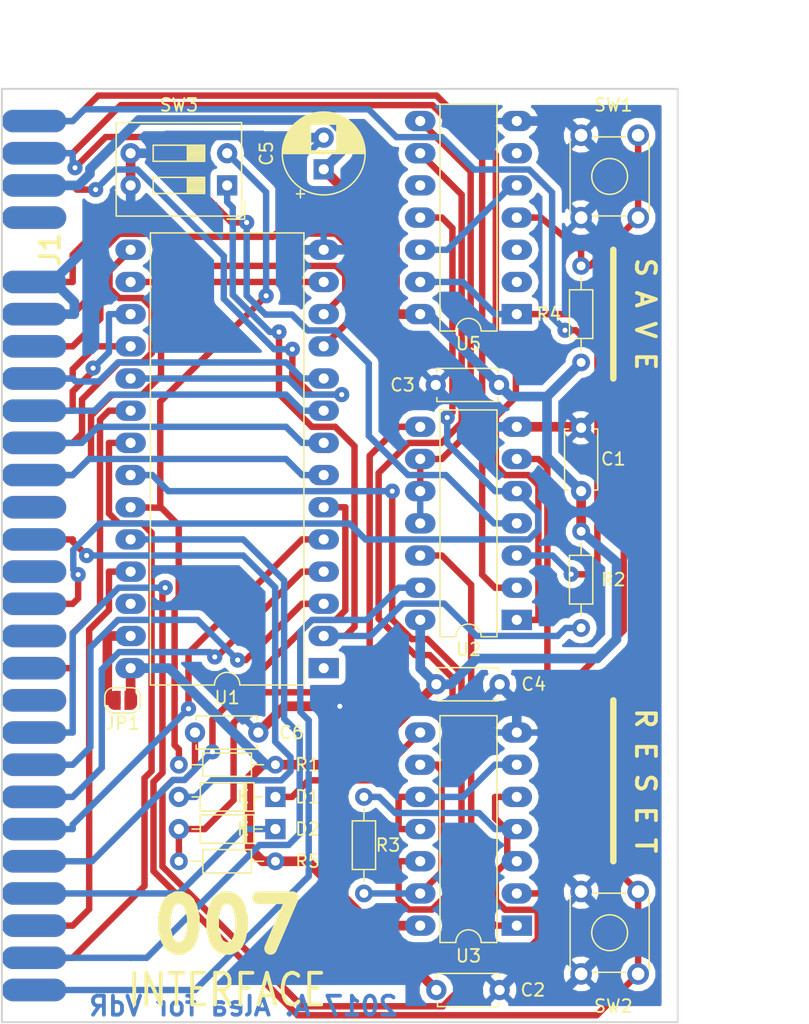
<source format=kicad_pcb>
(kicad_pcb (version 20171130) (host pcbnew 5.0.0-rc3-6a2723a~65~ubuntu18.04.1)

  (general
    (thickness 1.6)
    (drawings 15)
    (tracks 570)
    (zones 0)
    (modules 22)
    (nets 46)
  )

  (page A4)
  (layers
    (0 F.Cu signal hide)
    (31 B.Cu signal)
    (32 B.Adhes user)
    (33 F.Adhes user)
    (34 B.Paste user)
    (35 F.Paste user)
    (36 B.SilkS user)
    (37 F.SilkS user)
    (38 B.Mask user)
    (39 F.Mask user)
    (40 Dwgs.User user)
    (41 Cmts.User user hide)
    (42 Eco1.User user hide)
    (43 Eco2.User user hide)
    (44 Edge.Cuts user)
    (45 Margin user hide)
    (46 B.CrtYd user hide)
    (47 F.CrtYd user hide)
    (48 B.Fab user hide)
    (49 F.Fab user hide)
  )

  (setup
    (last_trace_width 0.508)
    (trace_clearance 0.2)
    (zone_clearance 0.508)
    (zone_45_only no)
    (trace_min 0.2)
    (segment_width 0.508)
    (edge_width 0.15)
    (via_size 1.2)
    (via_drill 0.4)
    (via_min_size 0.4)
    (via_min_drill 0.3)
    (uvia_size 0.3)
    (uvia_drill 0.1)
    (uvias_allowed no)
    (uvia_min_size 0.2)
    (uvia_min_drill 0.1)
    (pcb_text_width 0.3)
    (pcb_text_size 1.5 1.5)
    (mod_edge_width 0.15)
    (mod_text_size 1 1)
    (mod_text_width 0.15)
    (pad_size 1.7 1.7)
    (pad_drill 1)
    (pad_to_mask_clearance 0.2)
    (aux_axis_origin 0 0)
    (grid_origin 85.09 123.19)
    (visible_elements 7FFBFFFF)
    (pcbplotparams
      (layerselection 0x010e0_ffffffff)
      (usegerberextensions true)
      (usegerberattributes false)
      (usegerberadvancedattributes false)
      (creategerberjobfile false)
      (excludeedgelayer true)
      (linewidth 0.100000)
      (plotframeref false)
      (viasonmask false)
      (mode 1)
      (useauxorigin false)
      (hpglpennumber 1)
      (hpglpenspeed 20)
      (hpglpendiameter 15.000000)
      (psnegative false)
      (psa4output false)
      (plotreference true)
      (plotvalue true)
      (plotinvisibletext false)
      (padsonsilk false)
      (subtractmaskfromsilk false)
      (outputformat 1)
      (mirror false)
      (drillshape 0)
      (scaleselection 1)
      (outputdirectory "gerber/"))
  )

  (net 0 "")
  (net 1 GND)
  (net 2 /D3)
  (net 3 /D4)
  (net 4 /D5)
  (net 5 /D6)
  (net 6 /D7)
  (net 7 /D0)
  (net 8 /D1)
  (net 9 /D2)
  (net 10 "Net-(D1-Pad1)")
  (net 11 "Net-(D2-Pad2)")
  (net 12 +5V)
  (net 13 /A14)
  (net 14 /A15)
  (net 15 /A12)
  (net 16 /A13)
  (net 17 /A0)
  (net 18 /A1)
  (net 19 /A2)
  (net 20 /A3)
  (net 21 /A7)
  (net 22 /A6)
  (net 23 /A5)
  (net 24 /A4)
  (net 25 /A9)
  (net 26 /A10)
  (net 27 /A11)
  (net 28 /RD)
  (net 29 NMI)
  (net 30 ROMCS)
  (net 31 MREQ)
  (net 32 RESET)
  (net 33 "Net-(C6-Pad1)")
  (net 34 ROMA11)
  (net 35 ROMA12)
  (net 36 "Net-(R3-Pad1)")
  (net 37 "Net-(R4-Pad2)")
  (net 38 "Net-(U2-Pad6)")
  (net 39 "Net-(U2-Pad12)")
  (net 40 "Net-(U5-Pad12)")
  (net 41 "Net-(U2-Pad10)")
  (net 42 "Net-(U3-Pad10)")
  (net 43 /A8)
  (net 44 "Net-(U1-Pad22)")
  (net 45 "Net-(JP1-Pad2)")

  (net_class Default "Esta es la clase de red por defecto."
    (clearance 0.2)
    (trace_width 0.508)
    (via_dia 1.2)
    (via_drill 0.4)
    (uvia_dia 0.3)
    (uvia_drill 0.1)
    (add_net /A0)
    (add_net /A1)
    (add_net /A10)
    (add_net /A11)
    (add_net /A12)
    (add_net /A13)
    (add_net /A14)
    (add_net /A15)
    (add_net /A2)
    (add_net /A3)
    (add_net /A4)
    (add_net /A5)
    (add_net /A6)
    (add_net /A7)
    (add_net /A8)
    (add_net /A9)
    (add_net /D0)
    (add_net /D1)
    (add_net /D2)
    (add_net /D3)
    (add_net /D4)
    (add_net /D5)
    (add_net /D6)
    (add_net /D7)
    (add_net /RD)
    (add_net MREQ)
    (add_net NMI)
    (add_net "Net-(C6-Pad1)")
    (add_net "Net-(D1-Pad1)")
    (add_net "Net-(D2-Pad2)")
    (add_net "Net-(JP1-Pad2)")
    (add_net "Net-(R3-Pad1)")
    (add_net "Net-(R4-Pad2)")
    (add_net "Net-(U1-Pad22)")
    (add_net "Net-(U2-Pad10)")
    (add_net "Net-(U2-Pad12)")
    (add_net "Net-(U2-Pad6)")
    (add_net "Net-(U3-Pad10)")
    (add_net "Net-(U5-Pad12)")
    (add_net RESET)
    (add_net ROMA11)
    (add_net ROMA12)
    (add_net ROMCS)
  )

  (net_class POTENCIA ""
    (clearance 0.2)
    (trace_width 0.762)
    (via_dia 1.2)
    (via_drill 0.4)
    (uvia_dia 0.3)
    (uvia_drill 0.1)
    (add_net +5V)
    (add_net GND)
  )

  (module Button_Switch_THT:SW_TH_Tactile_Omron_B3F-10xx (layer F.Cu) (tedit 5B54E32D) (tstamp 5B14366A)
    (at 130.81 59.69 90)
    (descr SW_TH_Tactile_Omron_B3F-10xx_https://www.omron.com/ecb/products/pdf/en-b3f.pdf)
    (tags "Omron B3F-10xx")
    (path /59291389)
    (fp_text reference SW1 (at 8.89 2.54 180) (layer F.SilkS)
      (effects (font (size 1 1) (thickness 0.15)))
    )
    (fp_text value SAVE (at 3.175 7.62 90) (layer F.Fab)
      (effects (font (size 1 1) (thickness 0.15)))
    )
    (fp_line (start 0.25 -0.75) (end 0.25 5.25) (layer F.Fab) (width 0.1))
    (fp_line (start 6.25 -0.75) (end 6.25 5.25) (layer F.Fab) (width 0.1))
    (fp_line (start 0.25 -0.75) (end 6.25 -0.75) (layer F.Fab) (width 0.1))
    (fp_text user %R (at 3.25 2.25 90) (layer F.Fab)
      (effects (font (size 1 1) (thickness 0.15)))
    )
    (fp_line (start 7.65 -1.15) (end -1.1 -1.15) (layer F.CrtYd) (width 0.05))
    (fp_line (start 7.6 5.6) (end 7.6 -1.1) (layer F.CrtYd) (width 0.05))
    (fp_line (start -1.1 5.6) (end 7.6 5.6) (layer F.CrtYd) (width 0.05))
    (fp_line (start -1.1 -1.15) (end -1.1 5.6) (layer F.CrtYd) (width 0.05))
    (fp_circle (center 3.25 2.25) (end 4.25 3.25) (layer F.SilkS) (width 0.12))
    (fp_line (start 0.28 5.37) (end 6.22 5.37) (layer F.SilkS) (width 0.12))
    (fp_line (start 0.28 -0.87) (end 6.22 -0.87) (layer F.SilkS) (width 0.12))
    (fp_line (start 0.13 3.59) (end 0.13 0.91) (layer F.SilkS) (width 0.12))
    (fp_line (start 6.37 0.91) (end 6.37 3.59) (layer F.SilkS) (width 0.12))
    (fp_line (start 0.25 5.25) (end 6.25 5.25) (layer F.Fab) (width 0.1))
    (pad 4 thru_hole circle (at 6.5 4.5 90) (size 1.7 1.7) (drill 1) (layers *.Cu *.Mask)
      (net 37 "Net-(R4-Pad2)"))
    (pad 2 thru_hole circle (at 0 4.5 90) (size 1.7 1.7) (drill 1) (layers *.Cu *.Mask)
      (net 37 "Net-(R4-Pad2)"))
    (pad 3 thru_hole circle (at 6.5 0 90) (size 1.7 1.7) (drill 1) (layers *.Cu *.Mask)
      (net 1 GND))
    (pad 1 thru_hole circle (at 0 0 90) (size 1.7 1.7) (drill 1) (layers *.Cu *.Mask)
      (net 1 GND))
    (model ${KIPRJMOD}/shapes3D/SW_PUSH_6mm_h7.3mm.wrl
      (at (xyz 0 0 0))
      (scale (xyz 0.385 0.385 0.385))
      (rotate (xyz 0 0 0))
    )
  )

  (module Capacitor_THT:C_Disc_D4.7mm_W2.5mm_P5.00mm (layer F.Cu) (tedit 5A142A3B) (tstamp 5B126EAC)
    (at 130.81 81.28 90)
    (descr "C, Disc series, Radial, pin pitch=5.00mm, diameter*width=4.7*2.5mm^2, Capacitor, http://www.vishay.com/docs/45233/krseries.pdf")
    (tags "C Disc series Radial pin pitch 5.00mm  diameter 4.7mm width 2.5mm Capacitor")
    (path /5B14A083)
    (fp_text reference C1 (at 2.54 2.54) (layer F.SilkS)
      (effects (font (size 1 1) (thickness 0.15)))
    )
    (fp_text value 100n (at 2.5 2.31 90) (layer F.Fab)
      (effects (font (size 1 1) (thickness 0.15)))
    )
    (fp_line (start 0.15 -1.25) (end 0.15 1.25) (layer F.Fab) (width 0.1))
    (fp_line (start 0.15 1.25) (end 4.85 1.25) (layer F.Fab) (width 0.1))
    (fp_line (start 4.85 1.25) (end 4.85 -1.25) (layer F.Fab) (width 0.1))
    (fp_line (start 4.85 -1.25) (end 0.15 -1.25) (layer F.Fab) (width 0.1))
    (fp_line (start 0.09 -1.31) (end 4.91 -1.31) (layer F.SilkS) (width 0.12))
    (fp_line (start 0.09 1.31) (end 4.91 1.31) (layer F.SilkS) (width 0.12))
    (fp_line (start 0.09 -1.31) (end 0.09 -0.996) (layer F.SilkS) (width 0.12))
    (fp_line (start 0.09 0.996) (end 0.09 1.31) (layer F.SilkS) (width 0.12))
    (fp_line (start 4.91 -1.31) (end 4.91 -0.996) (layer F.SilkS) (width 0.12))
    (fp_line (start 4.91 0.996) (end 4.91 1.31) (layer F.SilkS) (width 0.12))
    (fp_line (start -1.05 -1.6) (end -1.05 1.6) (layer F.CrtYd) (width 0.05))
    (fp_line (start -1.05 1.6) (end 6.05 1.6) (layer F.CrtYd) (width 0.05))
    (fp_line (start 6.05 1.6) (end 6.05 -1.6) (layer F.CrtYd) (width 0.05))
    (fp_line (start 6.05 -1.6) (end -1.05 -1.6) (layer F.CrtYd) (width 0.05))
    (fp_text user %R (at 2.5 0 90) (layer F.Fab)
      (effects (font (size 1 1) (thickness 0.15)))
    )
    (pad 1 thru_hole circle (at 0 0 90) (size 1.6 1.6) (drill 0.8) (layers *.Cu *.Mask)
      (net 12 +5V))
    (pad 2 thru_hole circle (at 5 0 90) (size 1.6 1.6) (drill 0.8) (layers *.Cu *.Mask)
      (net 1 GND))
    (model ${KISYS3DMOD}/Capacitor_THT.3dshapes/C_Disc_D4.7mm_W2.5mm_P5.00mm.wrl
      (at (xyz 0 0 0))
      (scale (xyz 1 1 1))
      (rotate (xyz 0 0 0))
    )
  )

  (module Diode_THT:D_DO-35_SOD27_P7.62mm_Horizontal (layer F.Cu) (tedit 5B1579AF) (tstamp 5B126EE6)
    (at 106.68 105.41 180)
    (descr "D, DO-35_SOD27 series, Axial, Horizontal, pin pitch=7.62mm, , length*diameter=4*2mm^2, , http://www.diodes.com/_files/packages/DO-35.pdf")
    (tags "D DO-35_SOD27 series Axial Horizontal pin pitch 7.62mm  length 4mm diameter 2mm")
    (path /59288C7C)
    (fp_text reference D1 (at -2.54 0 180) (layer F.SilkS)
      (effects (font (size 1 1) (thickness 0.15)))
    )
    (fp_text value 1N4148 (at 3.81 2.12 180) (layer F.Fab)
      (effects (font (size 1 1) (thickness 0.15)))
    )
    (fp_line (start 1.81 -1) (end 1.81 1) (layer F.Fab) (width 0.1))
    (fp_line (start 1.81 1) (end 5.81 1) (layer F.Fab) (width 0.1))
    (fp_line (start 5.81 1) (end 5.81 -1) (layer F.Fab) (width 0.1))
    (fp_line (start 5.81 -1) (end 1.81 -1) (layer F.Fab) (width 0.1))
    (fp_line (start 0 0) (end 1.81 0) (layer F.Fab) (width 0.1))
    (fp_line (start 7.62 0) (end 5.81 0) (layer F.Fab) (width 0.1))
    (fp_line (start 2.41 -1) (end 2.41 1) (layer F.Fab) (width 0.1))
    (fp_line (start 2.51 -1) (end 2.51 1) (layer F.Fab) (width 0.1))
    (fp_line (start 2.31 -1) (end 2.31 1) (layer F.Fab) (width 0.1))
    (fp_line (start 1.69 -1.12) (end 1.69 1.12) (layer F.SilkS) (width 0.12))
    (fp_line (start 1.69 1.12) (end 5.93 1.12) (layer F.SilkS) (width 0.12))
    (fp_line (start 5.93 1.12) (end 5.93 -1.12) (layer F.SilkS) (width 0.12))
    (fp_line (start 5.93 -1.12) (end 1.69 -1.12) (layer F.SilkS) (width 0.12))
    (fp_line (start 1.04 0) (end 1.69 0) (layer F.SilkS) (width 0.12))
    (fp_line (start 6.58 0) (end 5.93 0) (layer F.SilkS) (width 0.12))
    (fp_line (start 2.41 -1.12) (end 2.41 1.12) (layer F.SilkS) (width 0.12))
    (fp_line (start 2.53 -1.12) (end 2.53 1.12) (layer F.SilkS) (width 0.12))
    (fp_line (start 2.29 -1.12) (end 2.29 1.12) (layer F.SilkS) (width 0.12))
    (fp_line (start -1.05 -1.4) (end -1.05 1.4) (layer F.CrtYd) (width 0.05))
    (fp_line (start -1.05 1.4) (end 8.7 1.4) (layer F.CrtYd) (width 0.05))
    (fp_line (start 8.7 1.4) (end 8.7 -1.4) (layer F.CrtYd) (width 0.05))
    (fp_line (start 8.7 -1.4) (end -1.05 -1.4) (layer F.CrtYd) (width 0.05))
    (fp_text user %R (at 4.11 0 180) (layer F.Fab)
      (effects (font (size 0.8 0.8) (thickness 0.12)))
    )
    (fp_text user K (at 0 -1.8 180) (layer F.Fab)
      (effects (font (size 1 1) (thickness 0.15)))
    )
    (fp_text user K (at 2.54 0 180) (layer F.SilkS)
      (effects (font (size 1 1) (thickness 0.15)))
    )
    (pad 1 thru_hole rect (at 0 0 180) (size 1.6 1.6) (drill 0.8) (layers *.Cu *.Mask)
      (net 10 "Net-(D1-Pad1)"))
    (pad 2 thru_hole oval (at 7.62 0 180) (size 1.6 1.6) (drill 0.8) (layers *.Cu *.Mask)
      (net 29 NMI))
    (model ${KISYS3DMOD}/Diode_THT.3dshapes/D_DO-35_SOD27_P7.62mm_Horizontal.wrl
      (at (xyz 0 0 0))
      (scale (xyz 1 1 1))
      (rotate (xyz 0 0 0))
    )
  )

  (module Diode_THT:D_DO-35_SOD27_P7.62mm_Horizontal (layer F.Cu) (tedit 5A195B5A) (tstamp 5B126F04)
    (at 106.68 107.95 180)
    (descr "D, DO-35_SOD27 series, Axial, Horizontal, pin pitch=7.62mm, , length*diameter=4*2mm^2, , http://www.diodes.com/_files/packages/DO-35.pdf")
    (tags "D DO-35_SOD27 series Axial Horizontal pin pitch 7.62mm  length 4mm diameter 2mm")
    (path /59288D09)
    (fp_text reference D2 (at -2.54 0 180) (layer F.SilkS)
      (effects (font (size 1 1) (thickness 0.15)))
    )
    (fp_text value 1N4148 (at 3.81 2.12 180) (layer F.Fab)
      (effects (font (size 1 1) (thickness 0.15)))
    )
    (fp_text user K (at 2.54 0 180) (layer F.SilkS)
      (effects (font (size 1 1) (thickness 0.15)))
    )
    (fp_text user K (at 0 -1.8 180) (layer F.Fab)
      (effects (font (size 1 1) (thickness 0.15)))
    )
    (fp_text user %R (at 4.11 0 180) (layer F.Fab)
      (effects (font (size 0.8 0.8) (thickness 0.12)))
    )
    (fp_line (start 8.7 -1.4) (end -1.05 -1.4) (layer F.CrtYd) (width 0.05))
    (fp_line (start 8.7 1.4) (end 8.7 -1.4) (layer F.CrtYd) (width 0.05))
    (fp_line (start -1.05 1.4) (end 8.7 1.4) (layer F.CrtYd) (width 0.05))
    (fp_line (start -1.05 -1.4) (end -1.05 1.4) (layer F.CrtYd) (width 0.05))
    (fp_line (start 2.29 -1.12) (end 2.29 1.12) (layer F.SilkS) (width 0.12))
    (fp_line (start 2.53 -1.12) (end 2.53 1.12) (layer F.SilkS) (width 0.12))
    (fp_line (start 2.41 -1.12) (end 2.41 1.12) (layer F.SilkS) (width 0.12))
    (fp_line (start 6.58 0) (end 5.93 0) (layer F.SilkS) (width 0.12))
    (fp_line (start 1.04 0) (end 1.69 0) (layer F.SilkS) (width 0.12))
    (fp_line (start 5.93 -1.12) (end 1.69 -1.12) (layer F.SilkS) (width 0.12))
    (fp_line (start 5.93 1.12) (end 5.93 -1.12) (layer F.SilkS) (width 0.12))
    (fp_line (start 1.69 1.12) (end 5.93 1.12) (layer F.SilkS) (width 0.12))
    (fp_line (start 1.69 -1.12) (end 1.69 1.12) (layer F.SilkS) (width 0.12))
    (fp_line (start 2.31 -1) (end 2.31 1) (layer F.Fab) (width 0.1))
    (fp_line (start 2.51 -1) (end 2.51 1) (layer F.Fab) (width 0.1))
    (fp_line (start 2.41 -1) (end 2.41 1) (layer F.Fab) (width 0.1))
    (fp_line (start 7.62 0) (end 5.81 0) (layer F.Fab) (width 0.1))
    (fp_line (start 0 0) (end 1.81 0) (layer F.Fab) (width 0.1))
    (fp_line (start 5.81 -1) (end 1.81 -1) (layer F.Fab) (width 0.1))
    (fp_line (start 5.81 1) (end 5.81 -1) (layer F.Fab) (width 0.1))
    (fp_line (start 1.81 1) (end 5.81 1) (layer F.Fab) (width 0.1))
    (fp_line (start 1.81 -1) (end 1.81 1) (layer F.Fab) (width 0.1))
    (pad 2 thru_hole oval (at 7.62 0 180) (size 1.6 1.6) (drill 0.8) (layers *.Cu *.Mask)
      (net 11 "Net-(D2-Pad2)"))
    (pad 1 thru_hole rect (at 0 0 180) (size 1.6 1.6) (drill 0.8) (layers *.Cu *.Mask)
      (net 30 ROMCS))
    (model ${KISYS3DMOD}/Diode_THT.3dshapes/D_DO-35_SOD27_P7.62mm_Horizontal.wrl
      (at (xyz 0 0 0))
      (scale (xyz 1 1 1))
      (rotate (xyz 0 0 0))
    )
  )

  (module Resistor_THT:R_Axial_DIN0204_L3.6mm_D1.6mm_P7.62mm_Horizontal (layer F.Cu) (tedit 5A24F4B6) (tstamp 5B142F66)
    (at 106.68 102.87 180)
    (descr "Resistor, Axial_DIN0204 series, Axial, Horizontal, pin pitch=7.62mm, 0.167W, length*diameter=3.6*1.6mm^2, http://cdn-reichelt.de/documents/datenblatt/B400/1_4W%23YAG.pdf")
    (tags "Resistor Axial_DIN0204 series Axial Horizontal pin pitch 7.62mm 0.167W length 3.6mm diameter 1.6mm")
    (path /5B4CDDB1)
    (fp_text reference R1 (at -2.54 0 180) (layer F.SilkS)
      (effects (font (size 1 1) (thickness 0.15)))
    )
    (fp_text value 10K (at 3.81 1.92 180) (layer F.Fab)
      (effects (font (size 1 1) (thickness 0.15)))
    )
    (fp_line (start 2.01 -0.8) (end 2.01 0.8) (layer F.Fab) (width 0.1))
    (fp_line (start 2.01 0.8) (end 5.61 0.8) (layer F.Fab) (width 0.1))
    (fp_line (start 5.61 0.8) (end 5.61 -0.8) (layer F.Fab) (width 0.1))
    (fp_line (start 5.61 -0.8) (end 2.01 -0.8) (layer F.Fab) (width 0.1))
    (fp_line (start 0 0) (end 2.01 0) (layer F.Fab) (width 0.1))
    (fp_line (start 7.62 0) (end 5.61 0) (layer F.Fab) (width 0.1))
    (fp_line (start 1.89 -0.92) (end 1.89 0.92) (layer F.SilkS) (width 0.12))
    (fp_line (start 1.89 0.92) (end 5.73 0.92) (layer F.SilkS) (width 0.12))
    (fp_line (start 5.73 0.92) (end 5.73 -0.92) (layer F.SilkS) (width 0.12))
    (fp_line (start 5.73 -0.92) (end 1.89 -0.92) (layer F.SilkS) (width 0.12))
    (fp_line (start 0.94 0) (end 1.89 0) (layer F.SilkS) (width 0.12))
    (fp_line (start 6.68 0) (end 5.73 0) (layer F.SilkS) (width 0.12))
    (fp_line (start -0.95 -1.2) (end -0.95 1.2) (layer F.CrtYd) (width 0.05))
    (fp_line (start -0.95 1.2) (end 8.6 1.2) (layer F.CrtYd) (width 0.05))
    (fp_line (start 8.6 1.2) (end 8.6 -1.2) (layer F.CrtYd) (width 0.05))
    (fp_line (start 8.6 -1.2) (end -0.95 -1.2) (layer F.CrtYd) (width 0.05))
    (fp_text user %R (at 3.81 0 180) (layer F.Fab)
      (effects (font (size 0.72 0.72) (thickness 0.108)))
    )
    (pad 1 thru_hole circle (at 0 0 180) (size 1.4 1.4) (drill 0.7) (layers *.Cu *.Mask)
      (net 12 +5V))
    (pad 2 thru_hole oval (at 7.62 0 180) (size 1.4 1.4) (drill 0.7) (layers *.Cu *.Mask)
      (net 34 ROMA11))
    (model ${KISYS3DMOD}/Resistor_THT.3dshapes/R_Axial_DIN0204_L3.6mm_D1.6mm_P7.62mm_Horizontal.wrl
      (at (xyz 0 0 0))
      (scale (xyz 1 1 1))
      (rotate (xyz 0 0 0))
    )
  )

  (module Resistor_THT:R_Axial_DIN0204_L3.6mm_D1.6mm_P7.62mm_Horizontal (layer F.Cu) (tedit 5A24F4B6) (tstamp 5B126F38)
    (at 130.81 84.455 270)
    (descr "Resistor, Axial_DIN0204 series, Axial, Horizontal, pin pitch=7.62mm, 0.167W, length*diameter=3.6*1.6mm^2, http://cdn-reichelt.de/documents/datenblatt/B400/1_4W%23YAG.pdf")
    (tags "Resistor Axial_DIN0204 series Axial Horizontal pin pitch 7.62mm 0.167W length 3.6mm diameter 1.6mm")
    (path /5B4B3B2F)
    (fp_text reference R2 (at 3.81 -2.54) (layer F.SilkS)
      (effects (font (size 1 1) (thickness 0.15)))
    )
    (fp_text value 10K (at 3.81 1.86 270) (layer F.Fab)
      (effects (font (size 1 1) (thickness 0.15)))
    )
    (fp_line (start 2.01 -0.8) (end 2.01 0.8) (layer F.Fab) (width 0.1))
    (fp_line (start 2.01 0.8) (end 5.61 0.8) (layer F.Fab) (width 0.1))
    (fp_line (start 5.61 0.8) (end 5.61 -0.8) (layer F.Fab) (width 0.1))
    (fp_line (start 5.61 -0.8) (end 2.01 -0.8) (layer F.Fab) (width 0.1))
    (fp_line (start 0 0) (end 2.01 0) (layer F.Fab) (width 0.1))
    (fp_line (start 7.62 0) (end 5.61 0) (layer F.Fab) (width 0.1))
    (fp_line (start 1.89 -0.92) (end 1.89 0.92) (layer F.SilkS) (width 0.12))
    (fp_line (start 1.89 0.92) (end 5.73 0.92) (layer F.SilkS) (width 0.12))
    (fp_line (start 5.73 0.92) (end 5.73 -0.92) (layer F.SilkS) (width 0.12))
    (fp_line (start 5.73 -0.92) (end 1.89 -0.92) (layer F.SilkS) (width 0.12))
    (fp_line (start 0.94 0) (end 1.89 0) (layer F.SilkS) (width 0.12))
    (fp_line (start 6.68 0) (end 5.73 0) (layer F.SilkS) (width 0.12))
    (fp_line (start -0.95 -1.2) (end -0.95 1.2) (layer F.CrtYd) (width 0.05))
    (fp_line (start -0.95 1.2) (end 8.6 1.2) (layer F.CrtYd) (width 0.05))
    (fp_line (start 8.6 1.2) (end 8.6 -1.2) (layer F.CrtYd) (width 0.05))
    (fp_line (start 8.6 -1.2) (end -0.95 -1.2) (layer F.CrtYd) (width 0.05))
    (fp_text user %R (at 3.81 0 270) (layer F.Fab)
      (effects (font (size 0.72 0.72) (thickness 0.108)))
    )
    (pad 1 thru_hole circle (at 0 0 270) (size 1.4 1.4) (drill 0.7) (layers *.Cu *.Mask)
      (net 12 +5V))
    (pad 2 thru_hole oval (at 7.62 0 270) (size 1.4 1.4) (drill 0.7) (layers *.Cu *.Mask)
      (net 35 ROMA12))
    (model ${KISYS3DMOD}/Resistor_THT.3dshapes/R_Axial_DIN0204_L3.6mm_D1.6mm_P7.62mm_Horizontal.wrl
      (at (xyz 0 0 0))
      (scale (xyz 1 1 1))
      (rotate (xyz 0 0 0))
    )
  )

  (module Resistor_THT:R_Axial_DIN0204_L3.6mm_D1.6mm_P7.62mm_Horizontal (layer F.Cu) (tedit 5A24F4B6) (tstamp 5B126F4E)
    (at 113.665 113.03 90)
    (descr "Resistor, Axial_DIN0204 series, Axial, Horizontal, pin pitch=7.62mm, 0.167W, length*diameter=3.6*1.6mm^2, http://cdn-reichelt.de/documents/datenblatt/B400/1_4W%23YAG.pdf")
    (tags "Resistor Axial_DIN0204 series Axial Horizontal pin pitch 7.62mm 0.167W length 3.6mm diameter 1.6mm")
    (path /59288568)
    (fp_text reference R3 (at 3.81 1.905 180) (layer F.SilkS)
      (effects (font (size 1 1) (thickness 0.15)))
    )
    (fp_text value 100 (at 3.81 -1.905 90) (layer F.Fab)
      (effects (font (size 1 1) (thickness 0.15)))
    )
    (fp_text user %R (at 3.81 0 90) (layer F.Fab)
      (effects (font (size 0.72 0.72) (thickness 0.108)))
    )
    (fp_line (start 8.6 -1.2) (end -0.95 -1.2) (layer F.CrtYd) (width 0.05))
    (fp_line (start 8.6 1.2) (end 8.6 -1.2) (layer F.CrtYd) (width 0.05))
    (fp_line (start -0.95 1.2) (end 8.6 1.2) (layer F.CrtYd) (width 0.05))
    (fp_line (start -0.95 -1.2) (end -0.95 1.2) (layer F.CrtYd) (width 0.05))
    (fp_line (start 6.68 0) (end 5.73 0) (layer F.SilkS) (width 0.12))
    (fp_line (start 0.94 0) (end 1.89 0) (layer F.SilkS) (width 0.12))
    (fp_line (start 5.73 -0.92) (end 1.89 -0.92) (layer F.SilkS) (width 0.12))
    (fp_line (start 5.73 0.92) (end 5.73 -0.92) (layer F.SilkS) (width 0.12))
    (fp_line (start 1.89 0.92) (end 5.73 0.92) (layer F.SilkS) (width 0.12))
    (fp_line (start 1.89 -0.92) (end 1.89 0.92) (layer F.SilkS) (width 0.12))
    (fp_line (start 7.62 0) (end 5.61 0) (layer F.Fab) (width 0.1))
    (fp_line (start 0 0) (end 2.01 0) (layer F.Fab) (width 0.1))
    (fp_line (start 5.61 -0.8) (end 2.01 -0.8) (layer F.Fab) (width 0.1))
    (fp_line (start 5.61 0.8) (end 5.61 -0.8) (layer F.Fab) (width 0.1))
    (fp_line (start 2.01 0.8) (end 5.61 0.8) (layer F.Fab) (width 0.1))
    (fp_line (start 2.01 -0.8) (end 2.01 0.8) (layer F.Fab) (width 0.1))
    (pad 2 thru_hole oval (at 7.62 0 90) (size 1.4 1.4) (drill 0.7) (layers *.Cu *.Mask)
      (net 33 "Net-(C6-Pad1)"))
    (pad 1 thru_hole circle (at 0 0 90) (size 1.4 1.4) (drill 0.7) (layers *.Cu *.Mask)
      (net 36 "Net-(R3-Pad1)"))
    (model ${KISYS3DMOD}/Resistor_THT.3dshapes/R_Axial_DIN0204_L3.6mm_D1.6mm_P7.62mm_Horizontal.wrl
      (at (xyz 0 0 0))
      (scale (xyz 1 1 1))
      (rotate (xyz 0 0 0))
    )
  )

  (module Button_Switch_THT:SW_TH_Tactile_Omron_B3F-10xx (layer F.Cu) (tedit 5B54E35E) (tstamp 5B126F79)
    (at 130.81 119.38 90)
    (descr SW_TH_Tactile_Omron_B3F-10xx_https://www.omron.com/ecb/products/pdf/en-b3f.pdf)
    (tags "Omron B3F-10xx")
    (path /59291440)
    (fp_text reference SW2 (at -2.54 2.54) (layer F.SilkS)
      (effects (font (size 1 1) (thickness 0.15)))
    )
    (fp_text value RESET (at 3.175 7.62 90) (layer F.Fab)
      (effects (font (size 1 1) (thickness 0.15)))
    )
    (fp_line (start 0.25 5.25) (end 6.25 5.25) (layer F.Fab) (width 0.1))
    (fp_line (start 6.37 0.91) (end 6.37 3.59) (layer F.SilkS) (width 0.12))
    (fp_line (start 0.13 3.59) (end 0.13 0.91) (layer F.SilkS) (width 0.12))
    (fp_line (start 0.28 -0.87) (end 6.22 -0.87) (layer F.SilkS) (width 0.12))
    (fp_line (start 0.28 5.37) (end 6.22 5.37) (layer F.SilkS) (width 0.12))
    (fp_circle (center 3.25 2.25) (end 4.25 3.25) (layer F.SilkS) (width 0.12))
    (fp_line (start -1.1 -1.15) (end -1.1 5.6) (layer F.CrtYd) (width 0.05))
    (fp_line (start -1.1 5.6) (end 7.6 5.6) (layer F.CrtYd) (width 0.05))
    (fp_line (start 7.6 5.6) (end 7.6 -1.1) (layer F.CrtYd) (width 0.05))
    (fp_line (start 7.65 -1.15) (end -1.1 -1.15) (layer F.CrtYd) (width 0.05))
    (fp_text user %R (at 3.25 2.25 90) (layer F.Fab)
      (effects (font (size 1 1) (thickness 0.15)))
    )
    (fp_line (start 0.25 -0.75) (end 6.25 -0.75) (layer F.Fab) (width 0.1))
    (fp_line (start 6.25 -0.75) (end 6.25 5.25) (layer F.Fab) (width 0.1))
    (fp_line (start 0.25 -0.75) (end 0.25 5.25) (layer F.Fab) (width 0.1))
    (pad 1 thru_hole circle (at 0 0 90) (size 1.7 1.7) (drill 1) (layers *.Cu *.Mask)
      (net 1 GND))
    (pad 3 thru_hole circle (at 6.5 0 90) (size 1.7 1.7) (drill 1) (layers *.Cu *.Mask)
      (net 1 GND))
    (pad 2 thru_hole circle (at 0 4.5 90) (size 1.7 1.7) (drill 1) (layers *.Cu *.Mask)
      (net 32 RESET))
    (pad 4 thru_hole circle (at 6.5 4.5 90) (size 1.7 1.7) (drill 1) (layers *.Cu *.Mask)
      (net 32 RESET))
    (model ${KIPRJMOD}/shapes3D/SW_PUSH_6mm_h7.3mm.wrl
      (at (xyz 0 0 0))
      (scale (xyz 0.385 0.385 0.385))
      (rotate (xyz 0 0 0))
    )
  )

  (module Package_DIP:DIP-14_W7.62mm_LongPads (layer F.Cu) (tedit 5A02E8C5) (tstamp 5B126FDA)
    (at 125.73 115.57 180)
    (descr "14-lead though-hole mounted DIP package, row spacing 7.62 mm (300 mils), LongPads")
    (tags "THT DIP DIL PDIP 2.54mm 7.62mm 300mil LongPads")
    (path /5B227B8E)
    (fp_text reference U3 (at 3.81 -2.39 180) (layer F.SilkS)
      (effects (font (size 1 1) (thickness 0.15)))
    )
    (fp_text value 74LS10 (at 3.81 17.63 180) (layer F.Fab)
      (effects (font (size 1 1) (thickness 0.15)))
    )
    (fp_text user %R (at 3.81 7.62 180) (layer F.Fab)
      (effects (font (size 1 1) (thickness 0.15)))
    )
    (fp_line (start 9.1 -1.55) (end -1.45 -1.55) (layer F.CrtYd) (width 0.05))
    (fp_line (start 9.1 16.8) (end 9.1 -1.55) (layer F.CrtYd) (width 0.05))
    (fp_line (start -1.45 16.8) (end 9.1 16.8) (layer F.CrtYd) (width 0.05))
    (fp_line (start -1.45 -1.55) (end -1.45 16.8) (layer F.CrtYd) (width 0.05))
    (fp_line (start 6.06 -1.33) (end 4.81 -1.33) (layer F.SilkS) (width 0.12))
    (fp_line (start 6.06 16.57) (end 6.06 -1.33) (layer F.SilkS) (width 0.12))
    (fp_line (start 1.56 16.57) (end 6.06 16.57) (layer F.SilkS) (width 0.12))
    (fp_line (start 1.56 -1.33) (end 1.56 16.57) (layer F.SilkS) (width 0.12))
    (fp_line (start 2.81 -1.33) (end 1.56 -1.33) (layer F.SilkS) (width 0.12))
    (fp_line (start 0.635 -0.27) (end 1.635 -1.27) (layer F.Fab) (width 0.1))
    (fp_line (start 0.635 16.51) (end 0.635 -0.27) (layer F.Fab) (width 0.1))
    (fp_line (start 6.985 16.51) (end 0.635 16.51) (layer F.Fab) (width 0.1))
    (fp_line (start 6.985 -1.27) (end 6.985 16.51) (layer F.Fab) (width 0.1))
    (fp_line (start 1.635 -1.27) (end 6.985 -1.27) (layer F.Fab) (width 0.1))
    (fp_arc (start 3.81 -1.33) (end 2.81 -1.33) (angle -180) (layer F.SilkS) (width 0.12))
    (pad 14 thru_hole oval (at 7.62 0 180) (size 2.4 1.6) (drill 0.8) (layers *.Cu *.Mask)
      (net 12 +5V))
    (pad 7 thru_hole oval (at 0 15.24 180) (size 2.4 1.6) (drill 0.8) (layers *.Cu *.Mask)
      (net 1 GND))
    (pad 13 thru_hole oval (at 7.62 2.54 180) (size 2.4 1.6) (drill 0.8) (layers *.Cu *.Mask)
      (net 36 "Net-(R3-Pad1)"))
    (pad 6 thru_hole oval (at 0 12.7 180) (size 2.4 1.6) (drill 0.8) (layers *.Cu *.Mask)
      (net 42 "Net-(U3-Pad10)"))
    (pad 12 thru_hole oval (at 7.62 5.08 180) (size 2.4 1.6) (drill 0.8) (layers *.Cu *.Mask)
      (net 44 "Net-(U1-Pad22)"))
    (pad 5 thru_hole oval (at 0 10.16 180) (size 2.4 1.6) (drill 0.8) (layers *.Cu *.Mask)
      (net 33 "Net-(C6-Pad1)"))
    (pad 11 thru_hole oval (at 7.62 7.62 180) (size 2.4 1.6) (drill 0.8) (layers *.Cu *.Mask)
      (net 42 "Net-(U3-Pad10)"))
    (pad 4 thru_hole oval (at 0 7.62 180) (size 2.4 1.6) (drill 0.8) (layers *.Cu *.Mask)
      (net 33 "Net-(C6-Pad1)"))
    (pad 10 thru_hole oval (at 7.62 10.16 180) (size 2.4 1.6) (drill 0.8) (layers *.Cu *.Mask)
      (net 42 "Net-(U3-Pad10)"))
    (pad 3 thru_hole oval (at 0 5.08 180) (size 2.4 1.6) (drill 0.8) (layers *.Cu *.Mask)
      (net 33 "Net-(C6-Pad1)"))
    (pad 9 thru_hole oval (at 7.62 12.7 180) (size 2.4 1.6) (drill 0.8) (layers *.Cu *.Mask)
      (net 36 "Net-(R3-Pad1)"))
    (pad 2 thru_hole oval (at 0 2.54 180) (size 2.4 1.6) (drill 0.8) (layers *.Cu *.Mask)
      (net 38 "Net-(U2-Pad6)"))
    (pad 8 thru_hole oval (at 7.62 15.24 180) (size 2.4 1.6) (drill 0.8) (layers *.Cu *.Mask)
      (net 10 "Net-(D1-Pad1)"))
    (pad 1 thru_hole rect (at 0 0 180) (size 2.4 1.6) (drill 0.8) (layers *.Cu *.Mask)
      (net 39 "Net-(U2-Pad12)"))
    (model ${KISYS3DMOD}/Package_DIP.3dshapes/DIP-14_W7.62mm.wrl
      (at (xyz 0 0 0))
      (scale (xyz 1 1 1))
      (rotate (xyz 0 0 0))
    )
  )

  (module SINCLAIR:ZX_CONN (layer F.Cu) (tedit 5639F0F9) (tstamp 5B142AC3)
    (at 87.63 77.47 270)
    (descr "ZX CON")
    (tags "CONN ZX")
    (path /5B1DC868)
    (fp_text reference J1 (at -15.24 -1.27 270) (layer F.SilkS)
      (effects (font (size 1.524 1.524) (thickness 0.3048)))
    )
    (fp_text value ZX_Spectrum_Connector_48K (at 2.54 -6.35 270) (layer F.SilkS) hide
      (effects (font (size 1.524 1.524) (thickness 0.3048)))
    )
    (pad A28 connect oval (at 43.18 0 270) (size 1.778 5.08) (layers B.Cu B.Mask)
      (net 27 /A11))
    (pad A27 connect oval (at 40.64 0 270) (size 1.778 5.08) (layers B.Cu B.Mask)
      (net 25 /A9))
    (pad A26 connect oval (at 38.1 0 270) (size 1.778 5.08) (layers B.Cu B.Mask))
    (pad A25 connect oval (at 35.56 0 270) (size 1.778 5.08) (layers B.Cu B.Mask)
      (net 30 ROMCS))
    (pad A24 connect oval (at 33.02 0 270) (size 1.778 5.08) (layers B.Cu B.Mask)
      (net 24 /A4))
    (pad A23 connect oval (at 30.48 0 270) (size 1.778 5.08) (layers B.Cu B.Mask)
      (net 23 /A5))
    (pad A22 connect oval (at 27.94 0 270) (size 1.778 5.08) (layers B.Cu B.Mask)
      (net 22 /A6))
    (pad A21 connect oval (at 25.4 0 270) (size 1.778 5.08) (layers B.Cu B.Mask)
      (net 21 /A7))
    (pad A20 connect oval (at 22.86 0 270) (size 1.778 5.08) (layers B.Cu B.Mask)
      (net 32 RESET))
    (pad A19 connect oval (at 20.32 0 270) (size 1.778 5.08) (layers B.Cu B.Mask))
    (pad B28 connect oval (at 43.18 0 270) (size 1.778 5.08) (layers F.Cu F.Mask))
    (pad B27 connect oval (at 40.64 0 270) (size 1.778 5.08) (layers F.Cu F.Mask)
      (net 26 /A10))
    (pad B26 connect oval (at 38.1 0 270) (size 1.778 5.08) (layers F.Cu F.Mask)
      (net 43 /A8))
    (pad B25 connect oval (at 35.56 0 270) (size 1.778 5.08) (layers F.Cu F.Mask))
    (pad B24 connect oval (at 33.02 0 270) (size 1.778 5.08) (layers F.Cu F.Mask))
    (pad B23 connect oval (at 30.48 0 270) (size 1.778 5.08) (layers F.Cu F.Mask))
    (pad B22 connect oval (at 27.94 0 270) (size 1.778 5.08) (layers F.Cu F.Mask))
    (pad B21 connect oval (at 25.4 0 270) (size 1.778 5.08) (layers F.Cu F.Mask))
    (pad B20 connect oval (at 22.86 0 270) (size 1.778 5.08) (layers F.Cu F.Mask))
    (pad B19 connect oval (at 20.32 0 270) (size 1.778 5.08) (layers F.Cu F.Mask))
    (pad A18 connect oval (at 17.78 0 270) (size 1.778 5.08) (layers B.Cu B.Mask))
    (pad A17 connect oval (at 15.24 0 270) (size 1.778 5.08) (layers B.Cu B.Mask))
    (pad A16 connect oval (at 12.7 0 270) (size 1.778 5.08) (layers B.Cu B.Mask))
    (pad A15 connect oval (at 10.16 0 270) (size 1.778 5.08) (layers B.Cu B.Mask))
    (pad A14 connect oval (at 7.62 0 270) (size 1.778 5.08) (layers B.Cu B.Mask))
    (pad A13 connect oval (at 5.08 0 270) (size 1.778 5.08) (layers B.Cu B.Mask))
    (pad A12 connect oval (at 2.54 0 270) (size 1.778 5.08) (layers B.Cu B.Mask)
      (net 20 /A3))
    (pad A11 connect oval (at 0 0 270) (size 1.778 5.08) (layers B.Cu B.Mask)
      (net 19 /A2))
    (pad A10 connect oval (at -2.54 0 270) (size 1.778 5.08) (layers B.Cu B.Mask)
      (net 18 /A1))
    (pad A9 connect oval (at -5.08 0 270) (size 1.778 5.08) (layers B.Cu B.Mask)
      (net 17 /A0))
    (pad A8 connect oval (at -7.62 0 270) (size 1.778 5.08) (layers B.Cu B.Mask))
    (pad A7 connect oval (at -10.16 0 270) (size 1.778 5.08) (layers B.Cu B.Mask)
      (net 1 GND))
    (pad A6 connect oval (at -12.7 0 270) (size 1.778 5.08) (layers B.Cu B.Mask)
      (net 1 GND))
    (pad A4 connect oval (at -17.78 0 270) (size 1.778 5.08) (layers B.Cu B.Mask))
    (pad A3 connect oval (at -20.32 0 270) (size 1.778 5.08) (layers B.Cu B.Mask)
      (net 12 +5V))
    (pad A2 connect oval (at -22.86 0 270) (size 1.778 5.08) (layers B.Cu B.Mask)
      (net 15 /A12))
    (pad A1 connect oval (at -25.4 0 270) (size 1.778 5.08) (layers B.Cu B.Mask)
      (net 13 /A14))
    (pad B18 connect oval (at 17.78 0 270) (size 1.778 5.08) (layers F.Cu F.Mask)
      (net 28 /RD))
    (pad B17 connect oval (at 15.24 0 270) (size 1.778 5.08) (layers F.Cu F.Mask))
    (pad B16 connect oval (at 12.7 0 270) (size 1.778 5.08) (layers F.Cu F.Mask)
      (net 31 MREQ))
    (pad B15 connect oval (at 10.16 0 270) (size 1.778 5.08) (layers F.Cu F.Mask))
    (pad B14 connect oval (at 7.62 0 270) (size 1.778 5.08) (layers F.Cu F.Mask)
      (net 29 NMI))
    (pad B13 connect oval (at 5.08 0 270) (size 1.778 5.08) (layers F.Cu F.Mask))
    (pad B12 connect oval (at 2.54 0 270) (size 1.778 5.08) (layers F.Cu F.Mask)
      (net 3 /D4))
    (pad B11 connect oval (at 0 0 270) (size 1.778 5.08) (layers F.Cu F.Mask)
      (net 2 /D3))
    (pad B10 connect oval (at -2.54 0 270) (size 1.778 5.08) (layers F.Cu F.Mask)
      (net 4 /D5))
    (pad B9 connect oval (at -5.08 0 270) (size 1.778 5.08) (layers F.Cu F.Mask)
      (net 5 /D6))
    (pad B8 connect oval (at -7.62 0 270) (size 1.778 5.08) (layers F.Cu F.Mask)
      (net 9 /D2))
    (pad B7 connect oval (at -10.16 0 270) (size 1.778 5.08) (layers F.Cu F.Mask)
      (net 8 /D1))
    (pad B6 connect oval (at -12.7 0 270) (size 1.778 5.08) (layers F.Cu F.Mask)
      (net 7 /D0))
    (pad B4 connect oval (at -17.78 0 270) (size 1.778 5.08) (layers F.Cu F.Mask))
    (pad B3 connect oval (at -20.32 0 270) (size 1.778 5.08) (layers F.Cu F.Mask)
      (net 6 /D7))
    (pad B2 connect oval (at -22.86 0 270) (size 1.778 5.08) (layers F.Cu F.Mask)
      (net 16 /A13))
    (pad B1 connect oval (at -25.4 0 270) (size 1.778 5.08) (layers F.Cu F.Mask)
      (net 14 /A15))
    (model ${KIPRJMOD}/packages3d/edge.wrl
      (offset (xyz -25.35 6 0))
      (scale (xyz 0.393 0.393 0.393))
      (rotate (xyz 0 0 -90))
    )
  )

  (module Capacitor_THT:C_Disc_D4.7mm_W2.5mm_P5.00mm (layer F.Cu) (tedit 5A142A3B) (tstamp 5B142856)
    (at 124.333 72.898 180)
    (descr "C, Disc series, Radial, pin pitch=5.00mm, diameter*width=4.7*2.5mm^2, Capacitor, http://www.vishay.com/docs/45233/krseries.pdf")
    (tags "C Disc series Radial pin pitch 5.00mm  diameter 4.7mm width 2.5mm Capacitor")
    (path /5B149734)
    (fp_text reference C3 (at 7.62 0 180) (layer F.SilkS)
      (effects (font (size 1 1) (thickness 0.15)))
    )
    (fp_text value 100n (at 2.5 2.56 180) (layer F.Fab)
      (effects (font (size 1 1) (thickness 0.15)))
    )
    (fp_line (start 0.15 -1.25) (end 0.15 1.25) (layer F.Fab) (width 0.1))
    (fp_line (start 0.15 1.25) (end 4.85 1.25) (layer F.Fab) (width 0.1))
    (fp_line (start 4.85 1.25) (end 4.85 -1.25) (layer F.Fab) (width 0.1))
    (fp_line (start 4.85 -1.25) (end 0.15 -1.25) (layer F.Fab) (width 0.1))
    (fp_line (start 0.09 -1.31) (end 4.91 -1.31) (layer F.SilkS) (width 0.12))
    (fp_line (start 0.09 1.31) (end 4.91 1.31) (layer F.SilkS) (width 0.12))
    (fp_line (start 0.09 -1.31) (end 0.09 -0.996) (layer F.SilkS) (width 0.12))
    (fp_line (start 0.09 0.996) (end 0.09 1.31) (layer F.SilkS) (width 0.12))
    (fp_line (start 4.91 -1.31) (end 4.91 -0.996) (layer F.SilkS) (width 0.12))
    (fp_line (start 4.91 0.996) (end 4.91 1.31) (layer F.SilkS) (width 0.12))
    (fp_line (start -1.05 -1.6) (end -1.05 1.6) (layer F.CrtYd) (width 0.05))
    (fp_line (start -1.05 1.6) (end 6.05 1.6) (layer F.CrtYd) (width 0.05))
    (fp_line (start 6.05 1.6) (end 6.05 -1.6) (layer F.CrtYd) (width 0.05))
    (fp_line (start 6.05 -1.6) (end -1.05 -1.6) (layer F.CrtYd) (width 0.05))
    (fp_text user %R (at 2.5 0 180) (layer F.Fab)
      (effects (font (size 1 1) (thickness 0.15)))
    )
    (pad 1 thru_hole circle (at 0 0 180) (size 1.6 1.6) (drill 0.8) (layers *.Cu *.Mask)
      (net 12 +5V))
    (pad 2 thru_hole circle (at 5 0 180) (size 1.6 1.6) (drill 0.8) (layers *.Cu *.Mask)
      (net 1 GND))
    (model ${KISYS3DMOD}/Capacitor_THT.3dshapes/C_Disc_D4.7mm_W2.5mm_P5.00mm.wrl
      (at (xyz 0 0 0))
      (scale (xyz 1 1 1))
      (rotate (xyz 0 0 0))
    )
  )

  (module Capacitor_THT:C_Disc_D4.7mm_W2.5mm_P5.00mm (layer F.Cu) (tedit 5A142A3B) (tstamp 5B14286B)
    (at 119.38 96.52)
    (descr "C, Disc series, Radial, pin pitch=5.00mm, diameter*width=4.7*2.5mm^2, Capacitor, http://www.vishay.com/docs/45233/krseries.pdf")
    (tags "C Disc series Radial pin pitch 5.00mm  diameter 4.7mm width 2.5mm Capacitor")
    (path /5B1494F0)
    (fp_text reference C4 (at 7.684999 0) (layer F.SilkS)
      (effects (font (size 1 1) (thickness 0.15)))
    )
    (fp_text value 100n (at 2.5 2.56) (layer F.Fab)
      (effects (font (size 1 1) (thickness 0.15)))
    )
    (fp_text user %R (at 2.5 0) (layer F.Fab)
      (effects (font (size 1 1) (thickness 0.15)))
    )
    (fp_line (start 6.05 -1.6) (end -1.05 -1.6) (layer F.CrtYd) (width 0.05))
    (fp_line (start 6.05 1.6) (end 6.05 -1.6) (layer F.CrtYd) (width 0.05))
    (fp_line (start -1.05 1.6) (end 6.05 1.6) (layer F.CrtYd) (width 0.05))
    (fp_line (start -1.05 -1.6) (end -1.05 1.6) (layer F.CrtYd) (width 0.05))
    (fp_line (start 4.91 0.996) (end 4.91 1.31) (layer F.SilkS) (width 0.12))
    (fp_line (start 4.91 -1.31) (end 4.91 -0.996) (layer F.SilkS) (width 0.12))
    (fp_line (start 0.09 0.996) (end 0.09 1.31) (layer F.SilkS) (width 0.12))
    (fp_line (start 0.09 -1.31) (end 0.09 -0.996) (layer F.SilkS) (width 0.12))
    (fp_line (start 0.09 1.31) (end 4.91 1.31) (layer F.SilkS) (width 0.12))
    (fp_line (start 0.09 -1.31) (end 4.91 -1.31) (layer F.SilkS) (width 0.12))
    (fp_line (start 4.85 -1.25) (end 0.15 -1.25) (layer F.Fab) (width 0.1))
    (fp_line (start 4.85 1.25) (end 4.85 -1.25) (layer F.Fab) (width 0.1))
    (fp_line (start 0.15 1.25) (end 4.85 1.25) (layer F.Fab) (width 0.1))
    (fp_line (start 0.15 -1.25) (end 0.15 1.25) (layer F.Fab) (width 0.1))
    (pad 2 thru_hole circle (at 5 0) (size 1.6 1.6) (drill 0.8) (layers *.Cu *.Mask)
      (net 1 GND))
    (pad 1 thru_hole circle (at 0 0) (size 1.6 1.6) (drill 0.8) (layers *.Cu *.Mask)
      (net 12 +5V))
    (model ${KISYS3DMOD}/Capacitor_THT.3dshapes/C_Disc_D4.7mm_W2.5mm_P5.00mm.wrl
      (at (xyz 0 0 0))
      (scale (xyz 1 1 1))
      (rotate (xyz 0 0 0))
    )
  )

  (module Capacitor_THT:C_Disc_D4.7mm_W2.5mm_P5.00mm (layer F.Cu) (tedit 5A142A3B) (tstamp 5B14373F)
    (at 100.33 100.33)
    (descr "C, Disc series, Radial, pin pitch=5.00mm, diameter*width=4.7*2.5mm^2, Capacitor, http://www.vishay.com/docs/45233/krseries.pdf")
    (tags "C Disc series Radial pin pitch 5.00mm  diameter 4.7mm width 2.5mm Capacitor")
    (path /59288B60)
    (fp_text reference C6 (at 7.62 0) (layer F.SilkS)
      (effects (font (size 1 1) (thickness 0.15)))
    )
    (fp_text value 100n (at 2.5 2.56) (layer F.Fab)
      (effects (font (size 1 1) (thickness 0.15)))
    )
    (fp_line (start 0.15 -1.25) (end 0.15 1.25) (layer F.Fab) (width 0.1))
    (fp_line (start 0.15 1.25) (end 4.85 1.25) (layer F.Fab) (width 0.1))
    (fp_line (start 4.85 1.25) (end 4.85 -1.25) (layer F.Fab) (width 0.1))
    (fp_line (start 4.85 -1.25) (end 0.15 -1.25) (layer F.Fab) (width 0.1))
    (fp_line (start 0.09 -1.31) (end 4.91 -1.31) (layer F.SilkS) (width 0.12))
    (fp_line (start 0.09 1.31) (end 4.91 1.31) (layer F.SilkS) (width 0.12))
    (fp_line (start 0.09 -1.31) (end 0.09 -0.996) (layer F.SilkS) (width 0.12))
    (fp_line (start 0.09 0.996) (end 0.09 1.31) (layer F.SilkS) (width 0.12))
    (fp_line (start 4.91 -1.31) (end 4.91 -0.996) (layer F.SilkS) (width 0.12))
    (fp_line (start 4.91 0.996) (end 4.91 1.31) (layer F.SilkS) (width 0.12))
    (fp_line (start -1.05 -1.6) (end -1.05 1.6) (layer F.CrtYd) (width 0.05))
    (fp_line (start -1.05 1.6) (end 6.05 1.6) (layer F.CrtYd) (width 0.05))
    (fp_line (start 6.05 1.6) (end 6.05 -1.6) (layer F.CrtYd) (width 0.05))
    (fp_line (start 6.05 -1.6) (end -1.05 -1.6) (layer F.CrtYd) (width 0.05))
    (fp_text user %R (at 2.5 0) (layer F.Fab)
      (effects (font (size 1 1) (thickness 0.15)))
    )
    (pad 1 thru_hole circle (at 0 0) (size 1.6 1.6) (drill 0.8) (layers *.Cu *.Mask)
      (net 33 "Net-(C6-Pad1)"))
    (pad 2 thru_hole circle (at 5 0) (size 1.6 1.6) (drill 0.8) (layers *.Cu *.Mask)
      (net 1 GND))
    (model ${KISYS3DMOD}/Capacitor_THT.3dshapes/C_Disc_D4.7mm_W2.5mm_P5.00mm.wrl
      (at (xyz 0 0 0))
      (scale (xyz 1 1 1))
      (rotate (xyz 0 0 0))
    )
  )

  (module Resistor_THT:R_Axial_DIN0204_L3.6mm_D1.6mm_P7.62mm_Horizontal (layer F.Cu) (tedit 5A24F4B6) (tstamp 5B210B6C)
    (at 130.81 71.12 90)
    (descr "Resistor, Axial_DIN0204 series, Axial, Horizontal, pin pitch=7.62mm, 0.167W, length*diameter=3.6*1.6mm^2, http://cdn-reichelt.de/documents/datenblatt/B400/1_4W%23YAG.pdf")
    (tags "Resistor Axial_DIN0204 series Axial Horizontal pin pitch 7.62mm 0.167W length 3.6mm diameter 1.6mm")
    (path /59288A3F)
    (fp_text reference R4 (at 3.81 -2.54 180) (layer F.SilkS)
      (effects (font (size 1 1) (thickness 0.15)))
    )
    (fp_text value 4k7 (at 3.81 1.92 90) (layer F.Fab)
      (effects (font (size 1 1) (thickness 0.15)))
    )
    (fp_line (start 2.01 -0.8) (end 2.01 0.8) (layer F.Fab) (width 0.1))
    (fp_line (start 2.01 0.8) (end 5.61 0.8) (layer F.Fab) (width 0.1))
    (fp_line (start 5.61 0.8) (end 5.61 -0.8) (layer F.Fab) (width 0.1))
    (fp_line (start 5.61 -0.8) (end 2.01 -0.8) (layer F.Fab) (width 0.1))
    (fp_line (start 0 0) (end 2.01 0) (layer F.Fab) (width 0.1))
    (fp_line (start 7.62 0) (end 5.61 0) (layer F.Fab) (width 0.1))
    (fp_line (start 1.89 -0.92) (end 1.89 0.92) (layer F.SilkS) (width 0.12))
    (fp_line (start 1.89 0.92) (end 5.73 0.92) (layer F.SilkS) (width 0.12))
    (fp_line (start 5.73 0.92) (end 5.73 -0.92) (layer F.SilkS) (width 0.12))
    (fp_line (start 5.73 -0.92) (end 1.89 -0.92) (layer F.SilkS) (width 0.12))
    (fp_line (start 0.94 0) (end 1.89 0) (layer F.SilkS) (width 0.12))
    (fp_line (start 6.68 0) (end 5.73 0) (layer F.SilkS) (width 0.12))
    (fp_line (start -0.95 -1.2) (end -0.95 1.2) (layer F.CrtYd) (width 0.05))
    (fp_line (start -0.95 1.2) (end 8.6 1.2) (layer F.CrtYd) (width 0.05))
    (fp_line (start 8.6 1.2) (end 8.6 -1.2) (layer F.CrtYd) (width 0.05))
    (fp_line (start 8.6 -1.2) (end -0.95 -1.2) (layer F.CrtYd) (width 0.05))
    (fp_text user %R (at 3.81 0 90) (layer F.Fab)
      (effects (font (size 0.72 0.72) (thickness 0.108)))
    )
    (pad 1 thru_hole circle (at 0 0 90) (size 1.4 1.4) (drill 0.7) (layers *.Cu *.Mask)
      (net 12 +5V))
    (pad 2 thru_hole oval (at 7.62 0 90) (size 1.4 1.4) (drill 0.7) (layers *.Cu *.Mask)
      (net 37 "Net-(R4-Pad2)"))
    (model ${KISYS3DMOD}/Resistor_THT.3dshapes/R_Axial_DIN0204_L3.6mm_D1.6mm_P7.62mm_Horizontal.wrl
      (at (xyz 0 0 0))
      (scale (xyz 1 1 1))
      (rotate (xyz 0 0 0))
    )
  )

  (module Resistor_THT:R_Axial_DIN0204_L3.6mm_D1.6mm_P7.62mm_Horizontal (layer F.Cu) (tedit 5A24F4B6) (tstamp 5B211522)
    (at 106.68 110.49 180)
    (descr "Resistor, Axial_DIN0204 series, Axial, Horizontal, pin pitch=7.62mm, 0.167W, length*diameter=3.6*1.6mm^2, http://cdn-reichelt.de/documents/datenblatt/B400/1_4W%23YAG.pdf")
    (tags "Resistor Axial_DIN0204 series Axial Horizontal pin pitch 7.62mm 0.167W length 3.6mm diameter 1.6mm")
    (path /592881C5)
    (fp_text reference R5 (at -2.54 0 180) (layer F.SilkS)
      (effects (font (size 1 1) (thickness 0.15)))
    )
    (fp_text value 330 (at 3.81 1.92 180) (layer F.Fab)
      (effects (font (size 1 1) (thickness 0.15)))
    )
    (fp_text user %R (at 3.81 0 180) (layer F.Fab)
      (effects (font (size 0.72 0.72) (thickness 0.108)))
    )
    (fp_line (start 8.6 -1.2) (end -0.95 -1.2) (layer F.CrtYd) (width 0.05))
    (fp_line (start 8.6 1.2) (end 8.6 -1.2) (layer F.CrtYd) (width 0.05))
    (fp_line (start -0.95 1.2) (end 8.6 1.2) (layer F.CrtYd) (width 0.05))
    (fp_line (start -0.95 -1.2) (end -0.95 1.2) (layer F.CrtYd) (width 0.05))
    (fp_line (start 6.68 0) (end 5.73 0) (layer F.SilkS) (width 0.12))
    (fp_line (start 0.94 0) (end 1.89 0) (layer F.SilkS) (width 0.12))
    (fp_line (start 5.73 -0.92) (end 1.89 -0.92) (layer F.SilkS) (width 0.12))
    (fp_line (start 5.73 0.92) (end 5.73 -0.92) (layer F.SilkS) (width 0.12))
    (fp_line (start 1.89 0.92) (end 5.73 0.92) (layer F.SilkS) (width 0.12))
    (fp_line (start 1.89 -0.92) (end 1.89 0.92) (layer F.SilkS) (width 0.12))
    (fp_line (start 7.62 0) (end 5.61 0) (layer F.Fab) (width 0.1))
    (fp_line (start 0 0) (end 2.01 0) (layer F.Fab) (width 0.1))
    (fp_line (start 5.61 -0.8) (end 2.01 -0.8) (layer F.Fab) (width 0.1))
    (fp_line (start 5.61 0.8) (end 5.61 -0.8) (layer F.Fab) (width 0.1))
    (fp_line (start 2.01 0.8) (end 5.61 0.8) (layer F.Fab) (width 0.1))
    (fp_line (start 2.01 -0.8) (end 2.01 0.8) (layer F.Fab) (width 0.1))
    (pad 2 thru_hole oval (at 7.62 0 180) (size 1.4 1.4) (drill 0.7) (layers *.Cu *.Mask)
      (net 11 "Net-(D2-Pad2)"))
    (pad 1 thru_hole circle (at 0 0 180) (size 1.4 1.4) (drill 0.7) (layers *.Cu *.Mask)
      (net 12 +5V))
    (model ${KISYS3DMOD}/Resistor_THT.3dshapes/R_Axial_DIN0204_L3.6mm_D1.6mm_P7.62mm_Horizontal.wrl
      (at (xyz 0 0 0))
      (scale (xyz 1 1 1))
      (rotate (xyz 0 0 0))
    )
  )

  (module Button_Switch_THT:SW_DIP_SPSTx02_Slide_9.78x7.26mm_W7.62mm_P2.54mm (layer F.Cu) (tedit 5A4E1404) (tstamp 5B210BDC)
    (at 102.87 57.15 180)
    (descr "2x-dip-switch SPST , Slide, row spacing 7.62 mm (300 mils), body size 9.78x7.26mm (see e.g. https://www.ctscorp.com/wp-content/uploads/206-208.pdf)")
    (tags "DIP Switch SPST Slide 7.62mm 300mil")
    (path /5B504535)
    (fp_text reference SW3 (at 3.81 6.35 180) (layer F.SilkS)
      (effects (font (size 1 1) (thickness 0.15)))
    )
    (fp_text value SW_DIP_x02 (at 3.81 5.96 180) (layer F.Fab)
      (effects (font (size 1 1) (thickness 0.15)))
    )
    (fp_line (start -0.08 -2.36) (end 8.7 -2.36) (layer F.Fab) (width 0.1))
    (fp_line (start 8.7 -2.36) (end 8.7 4.9) (layer F.Fab) (width 0.1))
    (fp_line (start 8.7 4.9) (end -1.08 4.9) (layer F.Fab) (width 0.1))
    (fp_line (start -1.08 4.9) (end -1.08 -1.36) (layer F.Fab) (width 0.1))
    (fp_line (start -1.08 -1.36) (end -0.08 -2.36) (layer F.Fab) (width 0.1))
    (fp_line (start 1.78 -0.635) (end 1.78 0.635) (layer F.Fab) (width 0.1))
    (fp_line (start 1.78 0.635) (end 5.84 0.635) (layer F.Fab) (width 0.1))
    (fp_line (start 5.84 0.635) (end 5.84 -0.635) (layer F.Fab) (width 0.1))
    (fp_line (start 5.84 -0.635) (end 1.78 -0.635) (layer F.Fab) (width 0.1))
    (fp_line (start 1.78 -0.535) (end 3.133333 -0.535) (layer F.Fab) (width 0.1))
    (fp_line (start 1.78 -0.435) (end 3.133333 -0.435) (layer F.Fab) (width 0.1))
    (fp_line (start 1.78 -0.335) (end 3.133333 -0.335) (layer F.Fab) (width 0.1))
    (fp_line (start 1.78 -0.235) (end 3.133333 -0.235) (layer F.Fab) (width 0.1))
    (fp_line (start 1.78 -0.135) (end 3.133333 -0.135) (layer F.Fab) (width 0.1))
    (fp_line (start 1.78 -0.035) (end 3.133333 -0.035) (layer F.Fab) (width 0.1))
    (fp_line (start 1.78 0.065) (end 3.133333 0.065) (layer F.Fab) (width 0.1))
    (fp_line (start 1.78 0.165) (end 3.133333 0.165) (layer F.Fab) (width 0.1))
    (fp_line (start 1.78 0.265) (end 3.133333 0.265) (layer F.Fab) (width 0.1))
    (fp_line (start 1.78 0.365) (end 3.133333 0.365) (layer F.Fab) (width 0.1))
    (fp_line (start 1.78 0.465) (end 3.133333 0.465) (layer F.Fab) (width 0.1))
    (fp_line (start 1.78 0.565) (end 3.133333 0.565) (layer F.Fab) (width 0.1))
    (fp_line (start 3.133333 -0.635) (end 3.133333 0.635) (layer F.Fab) (width 0.1))
    (fp_line (start 1.78 1.905) (end 1.78 3.175) (layer F.Fab) (width 0.1))
    (fp_line (start 1.78 3.175) (end 5.84 3.175) (layer F.Fab) (width 0.1))
    (fp_line (start 5.84 3.175) (end 5.84 1.905) (layer F.Fab) (width 0.1))
    (fp_line (start 5.84 1.905) (end 1.78 1.905) (layer F.Fab) (width 0.1))
    (fp_line (start 1.78 2.005) (end 3.133333 2.005) (layer F.Fab) (width 0.1))
    (fp_line (start 1.78 2.105) (end 3.133333 2.105) (layer F.Fab) (width 0.1))
    (fp_line (start 1.78 2.205) (end 3.133333 2.205) (layer F.Fab) (width 0.1))
    (fp_line (start 1.78 2.305) (end 3.133333 2.305) (layer F.Fab) (width 0.1))
    (fp_line (start 1.78 2.405) (end 3.133333 2.405) (layer F.Fab) (width 0.1))
    (fp_line (start 1.78 2.505) (end 3.133333 2.505) (layer F.Fab) (width 0.1))
    (fp_line (start 1.78 2.605) (end 3.133333 2.605) (layer F.Fab) (width 0.1))
    (fp_line (start 1.78 2.705) (end 3.133333 2.705) (layer F.Fab) (width 0.1))
    (fp_line (start 1.78 2.805) (end 3.133333 2.805) (layer F.Fab) (width 0.1))
    (fp_line (start 1.78 2.905) (end 3.133333 2.905) (layer F.Fab) (width 0.1))
    (fp_line (start 1.78 3.005) (end 3.133333 3.005) (layer F.Fab) (width 0.1))
    (fp_line (start 1.78 3.105) (end 3.133333 3.105) (layer F.Fab) (width 0.1))
    (fp_line (start 3.133333 1.905) (end 3.133333 3.175) (layer F.Fab) (width 0.1))
    (fp_line (start -1.14 -2.42) (end 8.76 -2.42) (layer F.SilkS) (width 0.12))
    (fp_line (start -1.14 4.96) (end 8.76 4.96) (layer F.SilkS) (width 0.12))
    (fp_line (start -1.14 -2.42) (end -1.14 4.96) (layer F.SilkS) (width 0.12))
    (fp_line (start 8.76 -2.42) (end 8.76 4.96) (layer F.SilkS) (width 0.12))
    (fp_line (start -1.38 -2.66) (end 0.004 -2.66) (layer F.SilkS) (width 0.12))
    (fp_line (start -1.38 -2.66) (end -1.38 -1.277) (layer F.SilkS) (width 0.12))
    (fp_line (start 1.78 -0.635) (end 1.78 0.635) (layer F.SilkS) (width 0.12))
    (fp_line (start 1.78 0.635) (end 5.84 0.635) (layer F.SilkS) (width 0.12))
    (fp_line (start 5.84 0.635) (end 5.84 -0.635) (layer F.SilkS) (width 0.12))
    (fp_line (start 5.84 -0.635) (end 1.78 -0.635) (layer F.SilkS) (width 0.12))
    (fp_line (start 1.78 -0.515) (end 3.133333 -0.515) (layer F.SilkS) (width 0.12))
    (fp_line (start 1.78 -0.395) (end 3.133333 -0.395) (layer F.SilkS) (width 0.12))
    (fp_line (start 1.78 -0.275) (end 3.133333 -0.275) (layer F.SilkS) (width 0.12))
    (fp_line (start 1.78 -0.155) (end 3.133333 -0.155) (layer F.SilkS) (width 0.12))
    (fp_line (start 1.78 -0.035) (end 3.133333 -0.035) (layer F.SilkS) (width 0.12))
    (fp_line (start 1.78 0.085) (end 3.133333 0.085) (layer F.SilkS) (width 0.12))
    (fp_line (start 1.78 0.205) (end 3.133333 0.205) (layer F.SilkS) (width 0.12))
    (fp_line (start 1.78 0.325) (end 3.133333 0.325) (layer F.SilkS) (width 0.12))
    (fp_line (start 1.78 0.445) (end 3.133333 0.445) (layer F.SilkS) (width 0.12))
    (fp_line (start 1.78 0.565) (end 3.133333 0.565) (layer F.SilkS) (width 0.12))
    (fp_line (start 3.133333 -0.635) (end 3.133333 0.635) (layer F.SilkS) (width 0.12))
    (fp_line (start 1.78 1.905) (end 1.78 3.175) (layer F.SilkS) (width 0.12))
    (fp_line (start 1.78 3.175) (end 5.84 3.175) (layer F.SilkS) (width 0.12))
    (fp_line (start 5.84 3.175) (end 5.84 1.905) (layer F.SilkS) (width 0.12))
    (fp_line (start 5.84 1.905) (end 1.78 1.905) (layer F.SilkS) (width 0.12))
    (fp_line (start 1.78 2.025) (end 3.133333 2.025) (layer F.SilkS) (width 0.12))
    (fp_line (start 1.78 2.145) (end 3.133333 2.145) (layer F.SilkS) (width 0.12))
    (fp_line (start 1.78 2.265) (end 3.133333 2.265) (layer F.SilkS) (width 0.12))
    (fp_line (start 1.78 2.385) (end 3.133333 2.385) (layer F.SilkS) (width 0.12))
    (fp_line (start 1.78 2.505) (end 3.133333 2.505) (layer F.SilkS) (width 0.12))
    (fp_line (start 1.78 2.625) (end 3.133333 2.625) (layer F.SilkS) (width 0.12))
    (fp_line (start 1.78 2.745) (end 3.133333 2.745) (layer F.SilkS) (width 0.12))
    (fp_line (start 1.78 2.865) (end 3.133333 2.865) (layer F.SilkS) (width 0.12))
    (fp_line (start 1.78 2.985) (end 3.133333 2.985) (layer F.SilkS) (width 0.12))
    (fp_line (start 1.78 3.105) (end 3.133333 3.105) (layer F.SilkS) (width 0.12))
    (fp_line (start 3.133333 1.905) (end 3.133333 3.175) (layer F.SilkS) (width 0.12))
    (fp_line (start -1.35 -2.7) (end -1.35 5.25) (layer F.CrtYd) (width 0.05))
    (fp_line (start -1.35 5.25) (end 8.95 5.25) (layer F.CrtYd) (width 0.05))
    (fp_line (start 8.95 5.25) (end 8.95 -2.7) (layer F.CrtYd) (width 0.05))
    (fp_line (start 8.95 -2.7) (end -1.35 -2.7) (layer F.CrtYd) (width 0.05))
    (fp_text user %R (at 7.27 1.27 270) (layer F.Fab)
      (effects (font (size 0.8 0.8) (thickness 0.12)))
    )
    (fp_text user on (at 5.365 -1.4975 180) (layer F.Fab)
      (effects (font (size 0.8 0.8) (thickness 0.12)))
    )
    (pad 1 thru_hole rect (at 0 0 180) (size 1.6 1.6) (drill 0.8) (layers *.Cu *.Mask)
      (net 35 ROMA12))
    (pad 3 thru_hole oval (at 7.62 2.54 180) (size 1.6 1.6) (drill 0.8) (layers *.Cu *.Mask)
      (net 1 GND))
    (pad 2 thru_hole oval (at 0 2.54 180) (size 1.6 1.6) (drill 0.8) (layers *.Cu *.Mask)
      (net 34 ROMA11))
    (pad 4 thru_hole oval (at 7.62 0 180) (size 1.6 1.6) (drill 0.8) (layers *.Cu *.Mask)
      (net 1 GND))
    (model ${KISYS3DMOD}/Button_Switch_THT.3dshapes/SW_DIP_SPSTx02_Slide_9.78x7.26mm_W7.62mm_P2.54mm.wrl
      (at (xyz 0 0 0))
      (scale (xyz 1 1 1))
      (rotate (xyz 0 0 90))
    )
  )

  (module Package_DIP:DIP-14_W7.62mm_LongPads (layer F.Cu) (tedit 5A02E8C5) (tstamp 5B210FFF)
    (at 125.73 67.31 180)
    (descr "14-lead though-hole mounted DIP package, row spacing 7.62 mm (300 mils), LongPads")
    (tags "THT DIP DIL PDIP 2.54mm 7.62mm 300mil LongPads")
    (path /5B2D0D20)
    (fp_text reference U5 (at 3.81 -2.33 180) (layer F.SilkS)
      (effects (font (size 1 1) (thickness 0.15)))
    )
    (fp_text value 74LS74 (at 3.81 17.57 180) (layer F.Fab)
      (effects (font (size 1 1) (thickness 0.15)))
    )
    (fp_arc (start 3.81 -1.33) (end 2.81 -1.33) (angle -180) (layer F.SilkS) (width 0.12))
    (fp_line (start 1.635 -1.27) (end 6.985 -1.27) (layer F.Fab) (width 0.1))
    (fp_line (start 6.985 -1.27) (end 6.985 16.51) (layer F.Fab) (width 0.1))
    (fp_line (start 6.985 16.51) (end 0.635 16.51) (layer F.Fab) (width 0.1))
    (fp_line (start 0.635 16.51) (end 0.635 -0.27) (layer F.Fab) (width 0.1))
    (fp_line (start 0.635 -0.27) (end 1.635 -1.27) (layer F.Fab) (width 0.1))
    (fp_line (start 2.81 -1.33) (end 1.56 -1.33) (layer F.SilkS) (width 0.12))
    (fp_line (start 1.56 -1.33) (end 1.56 16.57) (layer F.SilkS) (width 0.12))
    (fp_line (start 1.56 16.57) (end 6.06 16.57) (layer F.SilkS) (width 0.12))
    (fp_line (start 6.06 16.57) (end 6.06 -1.33) (layer F.SilkS) (width 0.12))
    (fp_line (start 6.06 -1.33) (end 4.81 -1.33) (layer F.SilkS) (width 0.12))
    (fp_line (start -1.45 -1.55) (end -1.45 16.8) (layer F.CrtYd) (width 0.05))
    (fp_line (start -1.45 16.8) (end 9.1 16.8) (layer F.CrtYd) (width 0.05))
    (fp_line (start 9.1 16.8) (end 9.1 -1.55) (layer F.CrtYd) (width 0.05))
    (fp_line (start 9.1 -1.55) (end -1.45 -1.55) (layer F.CrtYd) (width 0.05))
    (fp_text user %R (at 3.81 7.62 180) (layer F.Fab)
      (effects (font (size 1 1) (thickness 0.15)))
    )
    (pad 1 thru_hole rect (at 0 0 180) (size 2.4 1.6) (drill 0.8) (layers *.Cu *.Mask)
      (net 32 RESET))
    (pad 8 thru_hole oval (at 7.62 15.24 180) (size 2.4 1.6) (drill 0.8) (layers *.Cu *.Mask)
      (net 41 "Net-(U2-Pad10)"))
    (pad 2 thru_hole oval (at 0 2.54 180) (size 2.4 1.6) (drill 0.8) (layers *.Cu *.Mask))
    (pad 9 thru_hole oval (at 7.62 12.7 180) (size 2.4 1.6) (drill 0.8) (layers *.Cu *.Mask)
      (net 36 "Net-(R3-Pad1)"))
    (pad 3 thru_hole oval (at 0 5.08 180) (size 2.4 1.6) (drill 0.8) (layers *.Cu *.Mask))
    (pad 10 thru_hole oval (at 7.62 10.16 180) (size 2.4 1.6) (drill 0.8) (layers *.Cu *.Mask))
    (pad 4 thru_hole oval (at 0 7.62 180) (size 2.4 1.6) (drill 0.8) (layers *.Cu *.Mask)
      (net 37 "Net-(R4-Pad2)"))
    (pad 11 thru_hole oval (at 7.62 7.62 180) (size 2.4 1.6) (drill 0.8) (layers *.Cu *.Mask)
      (net 31 MREQ))
    (pad 5 thru_hole oval (at 0 10.16 180) (size 2.4 1.6) (drill 0.8) (layers *.Cu *.Mask)
      (net 40 "Net-(U5-Pad12)"))
    (pad 12 thru_hole oval (at 7.62 5.08 180) (size 2.4 1.6) (drill 0.8) (layers *.Cu *.Mask)
      (net 40 "Net-(U5-Pad12)"))
    (pad 6 thru_hole oval (at 0 12.7 180) (size 2.4 1.6) (drill 0.8) (layers *.Cu *.Mask))
    (pad 13 thru_hole oval (at 7.62 2.54 180) (size 2.4 1.6) (drill 0.8) (layers *.Cu *.Mask)
      (net 32 RESET))
    (pad 7 thru_hole oval (at 0 15.24 180) (size 2.4 1.6) (drill 0.8) (layers *.Cu *.Mask)
      (net 1 GND))
    (pad 14 thru_hole oval (at 7.62 0 180) (size 2.4 1.6) (drill 0.8) (layers *.Cu *.Mask)
      (net 12 +5V))
    (model ${KISYS3DMOD}/Package_DIP.3dshapes/DIP-14_W7.62mm.wrl
      (at (xyz 0 0 0))
      (scale (xyz 1 1 1))
      (rotate (xyz 0 0 0))
    )
  )

  (module Capacitor_THT:C_Disc_D4.7mm_W2.5mm_P5.00mm (layer F.Cu) (tedit 5A142A3B) (tstamp 5B21169A)
    (at 119.38 120.65)
    (descr "C, Disc series, Radial, pin pitch=5.00mm, diameter*width=4.7*2.5mm^2, Capacitor, http://www.vishay.com/docs/45233/krseries.pdf")
    (tags "C Disc series Radial pin pitch 5.00mm  diameter 4.7mm width 2.5mm Capacitor")
    (path /5B14977A)
    (fp_text reference C2 (at 7.62 0 180) (layer F.SilkS)
      (effects (font (size 1 1) (thickness 0.15)))
    )
    (fp_text value 100n (at 2.5 2.56) (layer F.Fab)
      (effects (font (size 1 1) (thickness 0.15)))
    )
    (fp_line (start 0.15 -1.25) (end 0.15 1.25) (layer F.Fab) (width 0.1))
    (fp_line (start 0.15 1.25) (end 4.85 1.25) (layer F.Fab) (width 0.1))
    (fp_line (start 4.85 1.25) (end 4.85 -1.25) (layer F.Fab) (width 0.1))
    (fp_line (start 4.85 -1.25) (end 0.15 -1.25) (layer F.Fab) (width 0.1))
    (fp_line (start 0.09 -1.31) (end 4.91 -1.31) (layer F.SilkS) (width 0.12))
    (fp_line (start 0.09 1.31) (end 4.91 1.31) (layer F.SilkS) (width 0.12))
    (fp_line (start 0.09 -1.31) (end 0.09 -0.996) (layer F.SilkS) (width 0.12))
    (fp_line (start 0.09 0.996) (end 0.09 1.31) (layer F.SilkS) (width 0.12))
    (fp_line (start 4.91 -1.31) (end 4.91 -0.996) (layer F.SilkS) (width 0.12))
    (fp_line (start 4.91 0.996) (end 4.91 1.31) (layer F.SilkS) (width 0.12))
    (fp_line (start -1.05 -1.6) (end -1.05 1.6) (layer F.CrtYd) (width 0.05))
    (fp_line (start -1.05 1.6) (end 6.05 1.6) (layer F.CrtYd) (width 0.05))
    (fp_line (start 6.05 1.6) (end 6.05 -1.6) (layer F.CrtYd) (width 0.05))
    (fp_line (start 6.05 -1.6) (end -1.05 -1.6) (layer F.CrtYd) (width 0.05))
    (fp_text user %R (at 2.5 0) (layer F.Fab)
      (effects (font (size 1 1) (thickness 0.15)))
    )
    (pad 1 thru_hole circle (at 0 0) (size 1.6 1.6) (drill 0.8) (layers *.Cu *.Mask)
      (net 12 +5V))
    (pad 2 thru_hole circle (at 5 0) (size 1.6 1.6) (drill 0.8) (layers *.Cu *.Mask)
      (net 1 GND))
    (model ${KISYS3DMOD}/Capacitor_THT.3dshapes/C_Disc_D4.7mm_W2.5mm_P5.00mm.wrl
      (at (xyz 0 0 0))
      (scale (xyz 1 1 1))
      (rotate (xyz 0 0 0))
    )
  )

  (module Capacitor_THT:CP_Radial_D6.3mm_P2.50mm (layer F.Cu) (tedit 5A533290) (tstamp 5B2116AE)
    (at 110.49 55.88 90)
    (descr "CP, Radial series, Radial, pin pitch=2.50mm, , diameter=6.3mm, Electrolytic Capacitor")
    (tags "CP Radial series Radial pin pitch 2.50mm  diameter 6.3mm Electrolytic Capacitor")
    (path /59288BF3)
    (fp_text reference C5 (at 1.25 -4.52 90) (layer F.SilkS)
      (effects (font (size 1 1) (thickness 0.15)))
    )
    (fp_text value 100uF (at 1.25 4.52 90) (layer F.Fab)
      (effects (font (size 1 1) (thickness 0.15)))
    )
    (fp_circle (center 1.25 0) (end 4.4 0) (layer F.Fab) (width 0.1))
    (fp_circle (center 1.25 0) (end 4.52 0) (layer F.SilkS) (width 0.12))
    (fp_circle (center 1.25 0) (end 4.65 0) (layer F.CrtYd) (width 0.05))
    (fp_line (start -1.443972 -1.3735) (end -0.813972 -1.3735) (layer F.Fab) (width 0.1))
    (fp_line (start -1.128972 -1.6885) (end -1.128972 -1.0585) (layer F.Fab) (width 0.1))
    (fp_line (start 1.25 -3.23) (end 1.25 3.23) (layer F.SilkS) (width 0.12))
    (fp_line (start 1.29 -3.23) (end 1.29 3.23) (layer F.SilkS) (width 0.12))
    (fp_line (start 1.33 -3.23) (end 1.33 3.23) (layer F.SilkS) (width 0.12))
    (fp_line (start 1.37 -3.228) (end 1.37 3.228) (layer F.SilkS) (width 0.12))
    (fp_line (start 1.41 -3.227) (end 1.41 3.227) (layer F.SilkS) (width 0.12))
    (fp_line (start 1.45 -3.224) (end 1.45 3.224) (layer F.SilkS) (width 0.12))
    (fp_line (start 1.49 -3.222) (end 1.49 -1.04) (layer F.SilkS) (width 0.12))
    (fp_line (start 1.49 1.04) (end 1.49 3.222) (layer F.SilkS) (width 0.12))
    (fp_line (start 1.53 -3.218) (end 1.53 -1.04) (layer F.SilkS) (width 0.12))
    (fp_line (start 1.53 1.04) (end 1.53 3.218) (layer F.SilkS) (width 0.12))
    (fp_line (start 1.57 -3.215) (end 1.57 -1.04) (layer F.SilkS) (width 0.12))
    (fp_line (start 1.57 1.04) (end 1.57 3.215) (layer F.SilkS) (width 0.12))
    (fp_line (start 1.61 -3.211) (end 1.61 -1.04) (layer F.SilkS) (width 0.12))
    (fp_line (start 1.61 1.04) (end 1.61 3.211) (layer F.SilkS) (width 0.12))
    (fp_line (start 1.65 -3.206) (end 1.65 -1.04) (layer F.SilkS) (width 0.12))
    (fp_line (start 1.65 1.04) (end 1.65 3.206) (layer F.SilkS) (width 0.12))
    (fp_line (start 1.69 -3.201) (end 1.69 -1.04) (layer F.SilkS) (width 0.12))
    (fp_line (start 1.69 1.04) (end 1.69 3.201) (layer F.SilkS) (width 0.12))
    (fp_line (start 1.73 -3.195) (end 1.73 -1.04) (layer F.SilkS) (width 0.12))
    (fp_line (start 1.73 1.04) (end 1.73 3.195) (layer F.SilkS) (width 0.12))
    (fp_line (start 1.77 -3.189) (end 1.77 -1.04) (layer F.SilkS) (width 0.12))
    (fp_line (start 1.77 1.04) (end 1.77 3.189) (layer F.SilkS) (width 0.12))
    (fp_line (start 1.81 -3.182) (end 1.81 -1.04) (layer F.SilkS) (width 0.12))
    (fp_line (start 1.81 1.04) (end 1.81 3.182) (layer F.SilkS) (width 0.12))
    (fp_line (start 1.85 -3.175) (end 1.85 -1.04) (layer F.SilkS) (width 0.12))
    (fp_line (start 1.85 1.04) (end 1.85 3.175) (layer F.SilkS) (width 0.12))
    (fp_line (start 1.89 -3.167) (end 1.89 -1.04) (layer F.SilkS) (width 0.12))
    (fp_line (start 1.89 1.04) (end 1.89 3.167) (layer F.SilkS) (width 0.12))
    (fp_line (start 1.93 -3.159) (end 1.93 -1.04) (layer F.SilkS) (width 0.12))
    (fp_line (start 1.93 1.04) (end 1.93 3.159) (layer F.SilkS) (width 0.12))
    (fp_line (start 1.971 -3.15) (end 1.971 -1.04) (layer F.SilkS) (width 0.12))
    (fp_line (start 1.971 1.04) (end 1.971 3.15) (layer F.SilkS) (width 0.12))
    (fp_line (start 2.011 -3.141) (end 2.011 -1.04) (layer F.SilkS) (width 0.12))
    (fp_line (start 2.011 1.04) (end 2.011 3.141) (layer F.SilkS) (width 0.12))
    (fp_line (start 2.051 -3.131) (end 2.051 -1.04) (layer F.SilkS) (width 0.12))
    (fp_line (start 2.051 1.04) (end 2.051 3.131) (layer F.SilkS) (width 0.12))
    (fp_line (start 2.091 -3.121) (end 2.091 -1.04) (layer F.SilkS) (width 0.12))
    (fp_line (start 2.091 1.04) (end 2.091 3.121) (layer F.SilkS) (width 0.12))
    (fp_line (start 2.131 -3.11) (end 2.131 -1.04) (layer F.SilkS) (width 0.12))
    (fp_line (start 2.131 1.04) (end 2.131 3.11) (layer F.SilkS) (width 0.12))
    (fp_line (start 2.171 -3.098) (end 2.171 -1.04) (layer F.SilkS) (width 0.12))
    (fp_line (start 2.171 1.04) (end 2.171 3.098) (layer F.SilkS) (width 0.12))
    (fp_line (start 2.211 -3.086) (end 2.211 -1.04) (layer F.SilkS) (width 0.12))
    (fp_line (start 2.211 1.04) (end 2.211 3.086) (layer F.SilkS) (width 0.12))
    (fp_line (start 2.251 -3.074) (end 2.251 -1.04) (layer F.SilkS) (width 0.12))
    (fp_line (start 2.251 1.04) (end 2.251 3.074) (layer F.SilkS) (width 0.12))
    (fp_line (start 2.291 -3.061) (end 2.291 -1.04) (layer F.SilkS) (width 0.12))
    (fp_line (start 2.291 1.04) (end 2.291 3.061) (layer F.SilkS) (width 0.12))
    (fp_line (start 2.331 -3.047) (end 2.331 -1.04) (layer F.SilkS) (width 0.12))
    (fp_line (start 2.331 1.04) (end 2.331 3.047) (layer F.SilkS) (width 0.12))
    (fp_line (start 2.371 -3.033) (end 2.371 -1.04) (layer F.SilkS) (width 0.12))
    (fp_line (start 2.371 1.04) (end 2.371 3.033) (layer F.SilkS) (width 0.12))
    (fp_line (start 2.411 -3.018) (end 2.411 -1.04) (layer F.SilkS) (width 0.12))
    (fp_line (start 2.411 1.04) (end 2.411 3.018) (layer F.SilkS) (width 0.12))
    (fp_line (start 2.451 -3.002) (end 2.451 -1.04) (layer F.SilkS) (width 0.12))
    (fp_line (start 2.451 1.04) (end 2.451 3.002) (layer F.SilkS) (width 0.12))
    (fp_line (start 2.491 -2.986) (end 2.491 -1.04) (layer F.SilkS) (width 0.12))
    (fp_line (start 2.491 1.04) (end 2.491 2.986) (layer F.SilkS) (width 0.12))
    (fp_line (start 2.531 -2.97) (end 2.531 -1.04) (layer F.SilkS) (width 0.12))
    (fp_line (start 2.531 1.04) (end 2.531 2.97) (layer F.SilkS) (width 0.12))
    (fp_line (start 2.571 -2.952) (end 2.571 -1.04) (layer F.SilkS) (width 0.12))
    (fp_line (start 2.571 1.04) (end 2.571 2.952) (layer F.SilkS) (width 0.12))
    (fp_line (start 2.611 -2.934) (end 2.611 -1.04) (layer F.SilkS) (width 0.12))
    (fp_line (start 2.611 1.04) (end 2.611 2.934) (layer F.SilkS) (width 0.12))
    (fp_line (start 2.651 -2.916) (end 2.651 -1.04) (layer F.SilkS) (width 0.12))
    (fp_line (start 2.651 1.04) (end 2.651 2.916) (layer F.SilkS) (width 0.12))
    (fp_line (start 2.691 -2.896) (end 2.691 -1.04) (layer F.SilkS) (width 0.12))
    (fp_line (start 2.691 1.04) (end 2.691 2.896) (layer F.SilkS) (width 0.12))
    (fp_line (start 2.731 -2.876) (end 2.731 -1.04) (layer F.SilkS) (width 0.12))
    (fp_line (start 2.731 1.04) (end 2.731 2.876) (layer F.SilkS) (width 0.12))
    (fp_line (start 2.771 -2.856) (end 2.771 -1.04) (layer F.SilkS) (width 0.12))
    (fp_line (start 2.771 1.04) (end 2.771 2.856) (layer F.SilkS) (width 0.12))
    (fp_line (start 2.811 -2.834) (end 2.811 -1.04) (layer F.SilkS) (width 0.12))
    (fp_line (start 2.811 1.04) (end 2.811 2.834) (layer F.SilkS) (width 0.12))
    (fp_line (start 2.851 -2.812) (end 2.851 -1.04) (layer F.SilkS) (width 0.12))
    (fp_line (start 2.851 1.04) (end 2.851 2.812) (layer F.SilkS) (width 0.12))
    (fp_line (start 2.891 -2.79) (end 2.891 -1.04) (layer F.SilkS) (width 0.12))
    (fp_line (start 2.891 1.04) (end 2.891 2.79) (layer F.SilkS) (width 0.12))
    (fp_line (start 2.931 -2.766) (end 2.931 -1.04) (layer F.SilkS) (width 0.12))
    (fp_line (start 2.931 1.04) (end 2.931 2.766) (layer F.SilkS) (width 0.12))
    (fp_line (start 2.971 -2.742) (end 2.971 -1.04) (layer F.SilkS) (width 0.12))
    (fp_line (start 2.971 1.04) (end 2.971 2.742) (layer F.SilkS) (width 0.12))
    (fp_line (start 3.011 -2.716) (end 3.011 -1.04) (layer F.SilkS) (width 0.12))
    (fp_line (start 3.011 1.04) (end 3.011 2.716) (layer F.SilkS) (width 0.12))
    (fp_line (start 3.051 -2.69) (end 3.051 -1.04) (layer F.SilkS) (width 0.12))
    (fp_line (start 3.051 1.04) (end 3.051 2.69) (layer F.SilkS) (width 0.12))
    (fp_line (start 3.091 -2.664) (end 3.091 -1.04) (layer F.SilkS) (width 0.12))
    (fp_line (start 3.091 1.04) (end 3.091 2.664) (layer F.SilkS) (width 0.12))
    (fp_line (start 3.131 -2.636) (end 3.131 -1.04) (layer F.SilkS) (width 0.12))
    (fp_line (start 3.131 1.04) (end 3.131 2.636) (layer F.SilkS) (width 0.12))
    (fp_line (start 3.171 -2.607) (end 3.171 -1.04) (layer F.SilkS) (width 0.12))
    (fp_line (start 3.171 1.04) (end 3.171 2.607) (layer F.SilkS) (width 0.12))
    (fp_line (start 3.211 -2.578) (end 3.211 -1.04) (layer F.SilkS) (width 0.12))
    (fp_line (start 3.211 1.04) (end 3.211 2.578) (layer F.SilkS) (width 0.12))
    (fp_line (start 3.251 -2.548) (end 3.251 -1.04) (layer F.SilkS) (width 0.12))
    (fp_line (start 3.251 1.04) (end 3.251 2.548) (layer F.SilkS) (width 0.12))
    (fp_line (start 3.291 -2.516) (end 3.291 -1.04) (layer F.SilkS) (width 0.12))
    (fp_line (start 3.291 1.04) (end 3.291 2.516) (layer F.SilkS) (width 0.12))
    (fp_line (start 3.331 -2.484) (end 3.331 -1.04) (layer F.SilkS) (width 0.12))
    (fp_line (start 3.331 1.04) (end 3.331 2.484) (layer F.SilkS) (width 0.12))
    (fp_line (start 3.371 -2.45) (end 3.371 -1.04) (layer F.SilkS) (width 0.12))
    (fp_line (start 3.371 1.04) (end 3.371 2.45) (layer F.SilkS) (width 0.12))
    (fp_line (start 3.411 -2.416) (end 3.411 -1.04) (layer F.SilkS) (width 0.12))
    (fp_line (start 3.411 1.04) (end 3.411 2.416) (layer F.SilkS) (width 0.12))
    (fp_line (start 3.451 -2.38) (end 3.451 -1.04) (layer F.SilkS) (width 0.12))
    (fp_line (start 3.451 1.04) (end 3.451 2.38) (layer F.SilkS) (width 0.12))
    (fp_line (start 3.491 -2.343) (end 3.491 -1.04) (layer F.SilkS) (width 0.12))
    (fp_line (start 3.491 1.04) (end 3.491 2.343) (layer F.SilkS) (width 0.12))
    (fp_line (start 3.531 -2.305) (end 3.531 -1.04) (layer F.SilkS) (width 0.12))
    (fp_line (start 3.531 1.04) (end 3.531 2.305) (layer F.SilkS) (width 0.12))
    (fp_line (start 3.571 -2.265) (end 3.571 2.265) (layer F.SilkS) (width 0.12))
    (fp_line (start 3.611 -2.224) (end 3.611 2.224) (layer F.SilkS) (width 0.12))
    (fp_line (start 3.651 -2.182) (end 3.651 2.182) (layer F.SilkS) (width 0.12))
    (fp_line (start 3.691 -2.137) (end 3.691 2.137) (layer F.SilkS) (width 0.12))
    (fp_line (start 3.731 -2.092) (end 3.731 2.092) (layer F.SilkS) (width 0.12))
    (fp_line (start 3.771 -2.044) (end 3.771 2.044) (layer F.SilkS) (width 0.12))
    (fp_line (start 3.811 -1.995) (end 3.811 1.995) (layer F.SilkS) (width 0.12))
    (fp_line (start 3.851 -1.944) (end 3.851 1.944) (layer F.SilkS) (width 0.12))
    (fp_line (start 3.891 -1.89) (end 3.891 1.89) (layer F.SilkS) (width 0.12))
    (fp_line (start 3.931 -1.834) (end 3.931 1.834) (layer F.SilkS) (width 0.12))
    (fp_line (start 3.971 -1.776) (end 3.971 1.776) (layer F.SilkS) (width 0.12))
    (fp_line (start 4.011 -1.714) (end 4.011 1.714) (layer F.SilkS) (width 0.12))
    (fp_line (start 4.051 -1.65) (end 4.051 1.65) (layer F.SilkS) (width 0.12))
    (fp_line (start 4.091 -1.581) (end 4.091 1.581) (layer F.SilkS) (width 0.12))
    (fp_line (start 4.131 -1.509) (end 4.131 1.509) (layer F.SilkS) (width 0.12))
    (fp_line (start 4.171 -1.432) (end 4.171 1.432) (layer F.SilkS) (width 0.12))
    (fp_line (start 4.211 -1.35) (end 4.211 1.35) (layer F.SilkS) (width 0.12))
    (fp_line (start 4.251 -1.262) (end 4.251 1.262) (layer F.SilkS) (width 0.12))
    (fp_line (start 4.291 -1.165) (end 4.291 1.165) (layer F.SilkS) (width 0.12))
    (fp_line (start 4.331 -1.059) (end 4.331 1.059) (layer F.SilkS) (width 0.12))
    (fp_line (start 4.371 -0.94) (end 4.371 0.94) (layer F.SilkS) (width 0.12))
    (fp_line (start 4.411 -0.802) (end 4.411 0.802) (layer F.SilkS) (width 0.12))
    (fp_line (start 4.451 -0.633) (end 4.451 0.633) (layer F.SilkS) (width 0.12))
    (fp_line (start 4.491 -0.402) (end 4.491 0.402) (layer F.SilkS) (width 0.12))
    (fp_line (start -2.250241 -1.839) (end -1.620241 -1.839) (layer F.SilkS) (width 0.12))
    (fp_line (start -1.935241 -2.154) (end -1.935241 -1.524) (layer F.SilkS) (width 0.12))
    (fp_text user %R (at 1.25 0 90) (layer F.Fab)
      (effects (font (size 1 1) (thickness 0.15)))
    )
    (pad 1 thru_hole rect (at 0 0 90) (size 1.6 1.6) (drill 0.8) (layers *.Cu *.Mask)
      (net 12 +5V))
    (pad 2 thru_hole circle (at 2.5 0 90) (size 1.6 1.6) (drill 0.8) (layers *.Cu *.Mask)
      (net 1 GND))
    (model ${KISYS3DMOD}/Capacitor_THT.3dshapes/CP_Radial_D6.3mm_P2.50mm.wrl
      (at (xyz 0 0 0))
      (scale (xyz 1 1 1))
      (rotate (xyz 0 0 0))
    )
  )

  (module Package_DIP:DIP-14_W7.62mm_LongPads (layer F.Cu) (tedit 5A02E8C5) (tstamp 5B21176C)
    (at 125.73 91.44 180)
    (descr "14-lead though-hole mounted DIP package, row spacing 7.62 mm (300 mils), LongPads")
    (tags "THT DIP DIL PDIP 2.54mm 7.62mm 300mil LongPads")
    (path /5B28EEC8)
    (fp_text reference U2 (at 3.81 -2.33 180) (layer F.SilkS)
      (effects (font (size 1 1) (thickness 0.15)))
    )
    (fp_text value 74LS27 (at 3.81 17.57 180) (layer F.Fab)
      (effects (font (size 1 1) (thickness 0.15)))
    )
    (fp_arc (start 3.81 -1.33) (end 2.81 -1.33) (angle -180) (layer F.SilkS) (width 0.12))
    (fp_line (start 1.635 -1.27) (end 6.985 -1.27) (layer F.Fab) (width 0.1))
    (fp_line (start 6.985 -1.27) (end 6.985 16.51) (layer F.Fab) (width 0.1))
    (fp_line (start 6.985 16.51) (end 0.635 16.51) (layer F.Fab) (width 0.1))
    (fp_line (start 0.635 16.51) (end 0.635 -0.27) (layer F.Fab) (width 0.1))
    (fp_line (start 0.635 -0.27) (end 1.635 -1.27) (layer F.Fab) (width 0.1))
    (fp_line (start 2.81 -1.33) (end 1.56 -1.33) (layer F.SilkS) (width 0.12))
    (fp_line (start 1.56 -1.33) (end 1.56 16.57) (layer F.SilkS) (width 0.12))
    (fp_line (start 1.56 16.57) (end 6.06 16.57) (layer F.SilkS) (width 0.12))
    (fp_line (start 6.06 16.57) (end 6.06 -1.33) (layer F.SilkS) (width 0.12))
    (fp_line (start 6.06 -1.33) (end 4.81 -1.33) (layer F.SilkS) (width 0.12))
    (fp_line (start -1.45 -1.55) (end -1.45 16.8) (layer F.CrtYd) (width 0.05))
    (fp_line (start -1.45 16.8) (end 9.1 16.8) (layer F.CrtYd) (width 0.05))
    (fp_line (start 9.1 16.8) (end 9.1 -1.55) (layer F.CrtYd) (width 0.05))
    (fp_line (start 9.1 -1.55) (end -1.45 -1.55) (layer F.CrtYd) (width 0.05))
    (fp_text user %R (at 3.81 7.62 180) (layer F.Fab)
      (effects (font (size 1 1) (thickness 0.15)))
    )
    (pad 1 thru_hole rect (at 0 0 180) (size 2.4 1.6) (drill 0.8) (layers *.Cu *.Mask)
      (net 14 /A15))
    (pad 8 thru_hole oval (at 7.62 15.24 180) (size 2.4 1.6) (drill 0.8) (layers *.Cu *.Mask)
      (net 11 "Net-(D2-Pad2)"))
    (pad 2 thru_hole oval (at 0 2.54 180) (size 2.4 1.6) (drill 0.8) (layers *.Cu *.Mask)
      (net 16 /A13))
    (pad 9 thru_hole oval (at 7.62 12.7 180) (size 2.4 1.6) (drill 0.8) (layers *.Cu *.Mask)
      (net 41 "Net-(U2-Pad10)"))
    (pad 3 thru_hole oval (at 0 5.08 180) (size 2.4 1.6) (drill 0.8) (layers *.Cu *.Mask)
      (net 13 /A14))
    (pad 10 thru_hole oval (at 7.62 10.16 180) (size 2.4 1.6) (drill 0.8) (layers *.Cu *.Mask)
      (net 41 "Net-(U2-Pad10)"))
    (pad 4 thru_hole oval (at 0 7.62 180) (size 2.4 1.6) (drill 0.8) (layers *.Cu *.Mask)
      (net 15 /A12))
    (pad 11 thru_hole oval (at 7.62 7.62 180) (size 2.4 1.6) (drill 0.8) (layers *.Cu *.Mask)
      (net 41 "Net-(U2-Pad10)"))
    (pad 5 thru_hole oval (at 0 10.16 180) (size 2.4 1.6) (drill 0.8) (layers *.Cu *.Mask)
      (net 31 MREQ))
    (pad 12 thru_hole oval (at 7.62 5.08 180) (size 2.4 1.6) (drill 0.8) (layers *.Cu *.Mask)
      (net 39 "Net-(U2-Pad12)"))
    (pad 6 thru_hole oval (at 0 12.7 180) (size 2.4 1.6) (drill 0.8) (layers *.Cu *.Mask)
      (net 38 "Net-(U2-Pad6)"))
    (pad 13 thru_hole oval (at 7.62 2.54 180) (size 2.4 1.6) (drill 0.8) (layers *.Cu *.Mask)
      (net 27 /A11))
    (pad 7 thru_hole oval (at 0 15.24 180) (size 2.4 1.6) (drill 0.8) (layers *.Cu *.Mask)
      (net 1 GND))
    (pad 14 thru_hole oval (at 7.62 0 180) (size 2.4 1.6) (drill 0.8) (layers *.Cu *.Mask)
      (net 12 +5V))
    (model ${KISYS3DMOD}/Package_DIP.3dshapes/DIP-14_W7.62mm.wrl
      (at (xyz 0 0 0))
      (scale (xyz 1 1 1))
      (rotate (xyz 0 0 0))
    )
  )

  (module Package_DIP:DIP-28_W15.24mm_LongPads (layer F.Cu) (tedit 5A02E8C5) (tstamp 5B21274A)
    (at 110.49 95.25 180)
    (descr "28-lead though-hole mounted DIP package, row spacing 15.24 mm (600 mils), LongPads")
    (tags "THT DIP DIL PDIP 2.54mm 15.24mm 600mil LongPads")
    (path /59287C5A)
    (fp_text reference U1 (at 7.62 -2.33 180) (layer F.SilkS)
      (effects (font (size 1 1) (thickness 0.15)))
    )
    (fp_text value 2764 (at 7.62 35.35 180) (layer F.Fab)
      (effects (font (size 1 1) (thickness 0.15)))
    )
    (fp_arc (start 7.62 -1.33) (end 6.62 -1.33) (angle -180) (layer F.SilkS) (width 0.12))
    (fp_line (start 1.255 -1.27) (end 14.985 -1.27) (layer F.Fab) (width 0.1))
    (fp_line (start 14.985 -1.27) (end 14.985 34.29) (layer F.Fab) (width 0.1))
    (fp_line (start 14.985 34.29) (end 0.255 34.29) (layer F.Fab) (width 0.1))
    (fp_line (start 0.255 34.29) (end 0.255 -0.27) (layer F.Fab) (width 0.1))
    (fp_line (start 0.255 -0.27) (end 1.255 -1.27) (layer F.Fab) (width 0.1))
    (fp_line (start 6.62 -1.33) (end 1.56 -1.33) (layer F.SilkS) (width 0.12))
    (fp_line (start 1.56 -1.33) (end 1.56 34.35) (layer F.SilkS) (width 0.12))
    (fp_line (start 1.56 34.35) (end 13.68 34.35) (layer F.SilkS) (width 0.12))
    (fp_line (start 13.68 34.35) (end 13.68 -1.33) (layer F.SilkS) (width 0.12))
    (fp_line (start 13.68 -1.33) (end 8.62 -1.33) (layer F.SilkS) (width 0.12))
    (fp_line (start -1.5 -1.55) (end -1.5 34.55) (layer F.CrtYd) (width 0.05))
    (fp_line (start -1.5 34.55) (end 16.7 34.55) (layer F.CrtYd) (width 0.05))
    (fp_line (start 16.7 34.55) (end 16.7 -1.55) (layer F.CrtYd) (width 0.05))
    (fp_line (start 16.7 -1.55) (end -1.5 -1.55) (layer F.CrtYd) (width 0.05))
    (fp_text user %R (at 7.62 16.51 180) (layer F.Fab)
      (effects (font (size 1 1) (thickness 0.15)))
    )
    (pad 1 thru_hole rect (at 0 0 180) (size 2.4 1.6) (drill 0.8) (layers *.Cu *.Mask))
    (pad 15 thru_hole oval (at 15.24 33.02 180) (size 2.4 1.6) (drill 0.8) (layers *.Cu *.Mask)
      (net 2 /D3))
    (pad 2 thru_hole oval (at 0 2.54 180) (size 2.4 1.6) (drill 0.8) (layers *.Cu *.Mask)
      (net 35 ROMA12))
    (pad 16 thru_hole oval (at 15.24 30.48 180) (size 2.4 1.6) (drill 0.8) (layers *.Cu *.Mask)
      (net 3 /D4))
    (pad 3 thru_hole oval (at 0 5.08 180) (size 2.4 1.6) (drill 0.8) (layers *.Cu *.Mask)
      (net 21 /A7))
    (pad 17 thru_hole oval (at 15.24 27.94 180) (size 2.4 1.6) (drill 0.8) (layers *.Cu *.Mask)
      (net 4 /D5))
    (pad 4 thru_hole oval (at 0 7.62 180) (size 2.4 1.6) (drill 0.8) (layers *.Cu *.Mask)
      (net 22 /A6))
    (pad 18 thru_hole oval (at 15.24 25.4 180) (size 2.4 1.6) (drill 0.8) (layers *.Cu *.Mask)
      (net 5 /D6))
    (pad 5 thru_hole oval (at 0 10.16 180) (size 2.4 1.6) (drill 0.8) (layers *.Cu *.Mask)
      (net 23 /A5))
    (pad 19 thru_hole oval (at 15.24 22.86 180) (size 2.4 1.6) (drill 0.8) (layers *.Cu *.Mask)
      (net 6 /D7))
    (pad 6 thru_hole oval (at 0 12.7 180) (size 2.4 1.6) (drill 0.8) (layers *.Cu *.Mask)
      (net 24 /A4))
    (pad 20 thru_hole oval (at 15.24 20.32 180) (size 2.4 1.6) (drill 0.8) (layers *.Cu *.Mask)
      (net 28 /RD))
    (pad 7 thru_hole oval (at 0 15.24 180) (size 2.4 1.6) (drill 0.8) (layers *.Cu *.Mask)
      (net 20 /A3))
    (pad 21 thru_hole oval (at 15.24 17.78 180) (size 2.4 1.6) (drill 0.8) (layers *.Cu *.Mask)
      (net 26 /A10))
    (pad 8 thru_hole oval (at 0 17.78 180) (size 2.4 1.6) (drill 0.8) (layers *.Cu *.Mask)
      (net 19 /A2))
    (pad 22 thru_hole oval (at 15.24 15.24 180) (size 2.4 1.6) (drill 0.8) (layers *.Cu *.Mask)
      (net 44 "Net-(U1-Pad22)"))
    (pad 9 thru_hole oval (at 0 20.32 180) (size 2.4 1.6) (drill 0.8) (layers *.Cu *.Mask)
      (net 18 /A1))
    (pad 23 thru_hole oval (at 15.24 12.7 180) (size 2.4 1.6) (drill 0.8) (layers *.Cu *.Mask)
      (net 34 ROMA11))
    (pad 10 thru_hole oval (at 0 22.86 180) (size 2.4 1.6) (drill 0.8) (layers *.Cu *.Mask)
      (net 17 /A0))
    (pad 24 thru_hole oval (at 15.24 10.16 180) (size 2.4 1.6) (drill 0.8) (layers *.Cu *.Mask)
      (net 25 /A9))
    (pad 11 thru_hole oval (at 0 25.4 180) (size 2.4 1.6) (drill 0.8) (layers *.Cu *.Mask)
      (net 7 /D0))
    (pad 25 thru_hole oval (at 15.24 7.62 180) (size 2.4 1.6) (drill 0.8) (layers *.Cu *.Mask)
      (net 43 /A8))
    (pad 12 thru_hole oval (at 0 27.94 180) (size 2.4 1.6) (drill 0.8) (layers *.Cu *.Mask)
      (net 8 /D1))
    (pad 26 thru_hole oval (at 15.24 5.08 180) (size 2.4 1.6) (drill 0.8) (layers *.Cu *.Mask))
    (pad 13 thru_hole oval (at 0 30.48 180) (size 2.4 1.6) (drill 0.8) (layers *.Cu *.Mask)
      (net 9 /D2))
    (pad 27 thru_hole oval (at 15.24 2.54 180) (size 2.4 1.6) (drill 0.8) (layers *.Cu *.Mask)
      (net 45 "Net-(JP1-Pad2)"))
    (pad 14 thru_hole oval (at 0 33.02 180) (size 2.4 1.6) (drill 0.8) (layers *.Cu *.Mask)
      (net 1 GND))
    (pad 28 thru_hole oval (at 15.24 0 180) (size 2.4 1.6) (drill 0.8) (layers *.Cu *.Mask)
      (net 12 +5V))
    (model ${KISYS3DMOD}/Package_DIP.3dshapes/DIP-28_W15.24mm.wrl
      (at (xyz 0 0 0))
      (scale (xyz 1 1 1))
      (rotate (xyz 0 0 0))
    )
  )

  (module Jumper:SolderJumper-2_P1.3mm_Open_RoundedPad1.0x1.5mm (layer F.Cu) (tedit 5A3EAE8E) (tstamp 5B213BB1)
    (at 94.615 97.79 180)
    (descr "SMD Solder Jumper, 1x1.5mm, rounded Pads, 0.3mm gap, open")
    (tags "solder jumper open")
    (path /5B6096EA)
    (attr virtual)
    (fp_text reference JP1 (at 0 -1.8 180) (layer F.SilkS)
      (effects (font (size 1 1) (thickness 0.15)))
    )
    (fp_text value SolderJumper_2_Open (at 0 1.9 180) (layer F.Fab)
      (effects (font (size 1 1) (thickness 0.15)))
    )
    (fp_arc (start 0.7 -0.3) (end 1.4 -0.3) (angle -90) (layer F.SilkS) (width 0.12))
    (fp_arc (start 0.7 0.3) (end 0.7 1) (angle -90) (layer F.SilkS) (width 0.12))
    (fp_arc (start -0.7 0.3) (end -1.4 0.3) (angle -90) (layer F.SilkS) (width 0.12))
    (fp_arc (start -0.7 -0.3) (end -0.7 -1) (angle -90) (layer F.SilkS) (width 0.12))
    (fp_line (start -1.4 0.3) (end -1.4 -0.3) (layer F.SilkS) (width 0.12))
    (fp_line (start 0.7 1) (end -0.7 1) (layer F.SilkS) (width 0.12))
    (fp_line (start 1.4 -0.3) (end 1.4 0.3) (layer F.SilkS) (width 0.12))
    (fp_line (start -0.7 -1) (end 0.7 -1) (layer F.SilkS) (width 0.12))
    (fp_line (start -1.65 -1.25) (end 1.65 -1.25) (layer F.CrtYd) (width 0.05))
    (fp_line (start -1.65 -1.25) (end -1.65 1.25) (layer F.CrtYd) (width 0.05))
    (fp_line (start 1.65 1.25) (end 1.65 -1.25) (layer F.CrtYd) (width 0.05))
    (fp_line (start 1.65 1.25) (end -1.65 1.25) (layer F.CrtYd) (width 0.05))
    (pad 2 smd roundrect (at 0.65 0 180) (size 1 1.5) (layers F.Cu F.Mask) (roundrect_rratio 0.5)
      (net 45 "Net-(JP1-Pad2)"))
    (pad 1 smd roundrect (at -0.65 0 180) (size 1 1.5) (layers F.Cu F.Mask) (roundrect_rratio 0.5)
      (net 12 +5V))
    (pad 1 smd rect (at -0.4 0 180) (size 0.5 1.5) (layers F.Cu F.Mask)
      (net 12 +5V))
    (pad 2 smd rect (at 0.4 0 180) (size 0.5 1.5) (layers F.Cu F.Mask)
      (net 45 "Net-(JP1-Pad2)"))
  )

  (gr_line (start 138.43 123.19) (end 138.43 49.53) (layer Edge.Cuts) (width 0.15))
  (gr_text "2017 A. Alea for VdR" (at 104.14 121.92) (layer B.Mask) (tstamp 5B127598)
    (effects (font (size 1.5 1.5) (thickness 0.3)) (justify mirror))
  )
  (gr_text "2017 A. Alea for VdR" (at 104.14 121.92) (layer B.Cu) (tstamp 5B127598)
    (effects (font (size 1.5 1.5) (thickness 0.3)) (justify mirror))
  )
  (gr_text INTERFACE (at 102.87 120.65) (layer F.SilkS) (tstamp 5B127F28)
    (effects (font (size 2.5 2) (thickness 0.3)))
  )
  (gr_text 007 (at 102.87 115.57) (layer F.SilkS)
    (effects (font (size 4 4) (thickness 1)))
  )
  (gr_line (start 133.35 97.79) (end 133.35 110.49) (angle 90) (layer F.SilkS) (width 0.508))
  (gr_text "R E S E T" (at 135.89 104.14 270) (layer F.SilkS)
    (effects (font (size 1.5 1.5) (thickness 0.3)))
  )
  (gr_text "S A V E" (at 135.89 67.31 270) (layer F.SilkS)
    (effects (font (size 1.5 1.5) (thickness 0.3)))
  )
  (gr_line (start 133.35 62.23) (end 133.35 72.39) (angle 90) (layer F.SilkS) (width 0.508))
  (gr_line (start 85.09 49.53) (end 85.09 123.19) (angle 90) (layer Edge.Cuts) (width 0.15))
  (dimension 53.34 (width 0.3) (layer Dwgs.User)
    (gr_text "53,340 mm" (at 111.76 43.62) (layer Dwgs.User)
      (effects (font (size 1.5 1.5) (thickness 0.3)))
    )
    (feature1 (pts (xy 138.43 49.53) (xy 138.43 45.133579)))
    (feature2 (pts (xy 85.09 49.53) (xy 85.09 45.133579)))
    (crossbar (pts (xy 85.09 45.72) (xy 138.43 45.72)))
    (arrow1a (pts (xy 138.43 45.72) (xy 137.303496 46.306421)))
    (arrow1b (pts (xy 138.43 45.72) (xy 137.303496 45.133579)))
    (arrow2a (pts (xy 85.09 45.72) (xy 86.216504 46.306421)))
    (arrow2b (pts (xy 85.09 45.72) (xy 86.216504 45.133579)))
  )
  (dimension 73.66 (width 0.3) (layer Dwgs.User)
    (gr_text "73,660 mm" (at 146.88 86.36 90) (layer Dwgs.User)
      (effects (font (size 1.5 1.5) (thickness 0.3)))
    )
    (feature1 (pts (xy 138.43 49.53) (xy 145.366421 49.53)))
    (feature2 (pts (xy 138.43 123.19) (xy 145.366421 123.19)))
    (crossbar (pts (xy 144.78 123.19) (xy 144.78 49.53)))
    (arrow1a (pts (xy 144.78 49.53) (xy 145.366421 50.656504)))
    (arrow1b (pts (xy 144.78 49.53) (xy 144.193579 50.656504)))
    (arrow2a (pts (xy 144.78 123.19) (xy 145.366421 122.063496)))
    (arrow2b (pts (xy 144.78 123.19) (xy 144.193579 122.063496)))
  )
  (gr_line (start 85.09 123.19) (end 85.09 49.53) (angle 90) (layer B.CrtYd) (width 0.2))
  (gr_line (start 138.43 49.53) (end 85.09 49.53) (angle 90) (layer Edge.Cuts) (width 0.15))
  (gr_line (start 85.09 123.19) (end 138.43 123.19) (angle 90) (layer Edge.Cuts) (width 0.15) (tstamp 5B211ADF))

  (segment (start 95.25 54.61) (end 96.685 54.61) (width 0.762) (layer B.Cu) (net 1))
  (segment (start 105.628 53.207) (end 98.088 53.207) (width 0.762) (layer B.Cu) (net 1))
  (segment (start 98.088 53.207) (end 96.685 54.61) (width 0.762) (layer B.Cu) (net 1))
  (segment (start 107.051 56.819) (end 107.051 60.626) (width 0.762) (layer B.Cu) (net 1))
  (segment (start 107.051 60.626) (end 108.655 62.23) (width 0.762) (layer B.Cu) (net 1))
  (segment (start 108.655 62.23) (end 110.49 62.23) (width 0.762) (layer B.Cu) (net 1))
  (segment (start 95.25 54.61) (end 95.25 57.15) (width 0.762) (layer F.Cu) (net 1))
  (segment (start 95.25 57.15) (end 95.25 58.585) (width 0.762) (layer B.Cu) (net 1))
  (segment (start 89.2175 64.77) (end 90.805 66.3575) (width 0.762) (layer B.Cu) (net 1))
  (segment (start 90.805 66.3575) (end 90.805 67.31) (width 0.762) (layer B.Cu) (net 1))
  (segment (start 90.805 67.31) (end 87.63 67.31) (width 0.762) (layer B.Cu) (net 1))
  (segment (start 87.63 64.77) (end 89.2175 64.77) (width 0.762) (layer B.Cu) (net 1))
  (segment (start 95.25 58.585) (end 89.2175 64.6175) (width 0.762) (layer B.Cu) (net 1))
  (segment (start 89.2175 64.6175) (end 89.2175 64.77) (width 0.762) (layer B.Cu) (net 1))
  (segment (start 135.5654 119.6354) (end 135.31 119.38) (width 0.762) (layer B.Cu) (net 32))
  (segment (start 124.354 96.5997) (end 122.694 98.2589) (width 0.762) (layer B.Cu) (net 1))
  (segment (start 124.38 96.52) (end 124.354 96.5465) (width 0.762) (layer B.Cu) (net 1))
  (segment (start 124.354 96.5465) (end 124.354 96.5997) (width 0.762) (layer B.Cu) (net 1))
  (segment (start 109.696 98.2589) (end 107.401 98.2589) (width 0.762) (layer F.Cu) (net 1))
  (segment (start 107.401 98.2589) (end 105.33 100.33) (width 0.762) (layer F.Cu) (net 1))
  (segment (start 124.354 96.5997) (end 125.252 97.4981) (width 0.762) (layer B.Cu) (net 1))
  (via (at 111.76 98.2589) (size 1.2) (layers F.Cu B.Cu) (net 1))
  (segment (start 131.079 69.088) (end 132.095 68.072) (width 0.762) (layer B.Cu) (net 1))
  (segment (start 132.842 74.248) (end 130.81 76.28) (width 0.762) (layer B.Cu) (net 1))
  (segment (start 131.079 69.088) (end 132.842 70.851) (width 0.762) (layer B.Cu) (net 1))
  (segment (start 132.842 70.851) (end 132.842 74.248) (width 0.762) (layer B.Cu) (net 1))
  (segment (start 125.73 98.768) (end 125.73 97.4981) (width 0.762) (layer B.Cu) (net 1))
  (segment (start 125.252 97.4981) (end 125.73 97.4981) (width 0.762) (layer B.Cu) (net 1))
  (segment (start 125.73 100.33) (end 125.73 98.768) (width 0.762) (layer B.Cu) (net 1))
  (segment (start 125.73 97.4981) (end 128.618 97.4981) (width 0.762) (layer B.Cu) (net 1))
  (segment (start 125.73 76.2) (end 123.768 76.2) (width 0.762) (layer B.Cu) (net 1))
  (segment (start 123.768 76.2) (end 121.609 74.041) (width 0.762) (layer B.Cu) (net 1))
  (segment (start 119.34463 74.041) (end 119.38 74.041) (width 0.762) (layer B.Cu) (net 1))
  (segment (start 119.333 74.02937) (end 119.34463 74.041) (width 0.762) (layer B.Cu) (net 1))
  (segment (start 119.333 72.898) (end 119.333 74.02937) (width 0.762) (layer B.Cu) (net 1))
  (segment (start 121.609 74.041) (end 119.38 74.041) (width 0.762) (layer B.Cu) (net 1))
  (segment (start 129.69 52.07) (end 130.81 53.19) (width 0.762) (layer B.Cu) (net 1))
  (segment (start 125.73 52.07) (end 129.69 52.07) (width 0.762) (layer B.Cu) (net 1))
  (segment (start 132.095 60.975) (end 132.095 68.072) (width 0.762) (layer B.Cu) (net 1))
  (segment (start 130.81 59.69) (end 132.095 60.975) (width 0.762) (layer B.Cu) (net 1))
  (segment (start 128.618 110.688) (end 128.618 110.49) (width 0.762) (layer B.Cu) (net 1))
  (segment (start 128.618 97.4981) (end 128.618 110.49) (width 0.762) (layer B.Cu) (net 1))
  (segment (start 130.81 112.88) (end 128.618 110.688) (width 0.762) (layer B.Cu) (net 1))
  (segment (start 130.73 76.2) (end 130.81 76.28) (width 0.762) (layer F.Cu) (net 1))
  (segment (start 125.73 76.2) (end 130.73 76.2) (width 0.762) (layer F.Cu) (net 1))
  (segment (start 125.65 119.38) (end 124.38 120.65) (width 0.762) (layer B.Cu) (net 1))
  (segment (start 128.27 119.38) (end 125.65 119.38) (width 0.762) (layer B.Cu) (net 1))
  (segment (start 129.54 120.65) (end 128.27 119.38) (width 0.762) (layer B.Cu) (net 1))
  (segment (start 130.81 119.38) (end 129.54 120.65) (width 0.762) (layer B.Cu) (net 1))
  (segment (start 132.08 114.15) (end 130.81 112.88) (width 0.762) (layer B.Cu) (net 1))
  (segment (start 130.81 119.38) (end 132.08 118.11) (width 0.762) (layer B.Cu) (net 1))
  (segment (start 132.08 118.11) (end 132.08 114.15) (width 0.762) (layer B.Cu) (net 1))
  (segment (start 135.382 95.25) (end 128.618 97.4981) (width 0.762) (layer B.Cu) (net 1))
  (segment (start 135.382 80.852) (end 135.382 95.25) (width 0.762) (layer B.Cu) (net 1))
  (segment (start 130.81 76.28) (end 135.382 80.852) (width 0.762) (layer B.Cu) (net 1))
  (segment (start 130.81 53.19) (end 132.08 54.46) (width 0.762) (layer B.Cu) (net 1))
  (segment (start 132.08 54.46) (end 132.08 58.42) (width 0.762) (layer B.Cu) (net 1))
  (segment (start 132.08 58.42) (end 130.81 59.69) (width 0.762) (layer B.Cu) (net 1))
  (segment (start 114.808 70.358) (end 118.491 74.041) (width 0.762) (layer B.Cu) (net 1))
  (segment (start 114.808 64.008) (end 114.808 70.358) (width 0.762) (layer B.Cu) (net 1))
  (segment (start 118.491 74.041) (end 119.38 74.041) (width 0.762) (layer B.Cu) (net 1))
  (segment (start 110.49 62.23) (end 113.03 62.23) (width 0.762) (layer B.Cu) (net 1))
  (segment (start 113.03 62.23) (end 114.808 64.008) (width 0.762) (layer B.Cu) (net 1))
  (segment (start 108.261 53.38) (end 107.031 54.61) (width 0.762) (layer B.Cu) (net 1))
  (segment (start 110.49 53.38) (end 108.261 53.38) (width 0.762) (layer B.Cu) (net 1))
  (segment (start 107.031 54.61) (end 105.628 53.207) (width 0.762) (layer B.Cu) (net 1))
  (segment (start 107.051 54.63) (end 107.031 54.61) (width 0.762) (layer B.Cu) (net 1))
  (segment (start 107.051 56.819) (end 107.051 54.63) (width 0.762) (layer B.Cu) (net 1))
  (segment (start 111.76 98.2589) (end 122.694 98.2589) (width 0.762) (layer B.Cu) (net 1))
  (segment (start 107.4011 98.2589) (end 105.33 100.33) (width 0.762) (layer F.Cu) (net 1))
  (segment (start 111.76 98.2589) (end 107.4011 98.2589) (width 0.762) (layer F.Cu) (net 1))
  (segment (start 95.25 62.23) (end 93.5835 63.8965) (width 0.508) (layer F.Cu) (net 2))
  (segment (start 93.5835 63.8965) (end 93.5835 65.2781) (width 0.508) (layer F.Cu) (net 2))
  (segment (start 93.5835 65.2781) (end 94.3454 66.04) (width 0.508) (layer F.Cu) (net 2))
  (segment (start 94.3454 66.04) (end 96.1847 66.04) (width 0.508) (layer F.Cu) (net 2))
  (segment (start 96.1847 66.04) (end 96.921 66.7763) (width 0.508) (layer F.Cu) (net 2))
  (segment (start 96.921 66.7763) (end 96.921 70.3808) (width 0.508) (layer F.Cu) (net 2))
  (segment (start 96.921 70.3808) (end 96.1818 71.12) (width 0.508) (layer F.Cu) (net 2))
  (segment (start 96.1818 71.12) (end 94.3357 71.12) (width 0.508) (layer F.Cu) (net 2))
  (segment (start 94.3357 71.12) (end 91.4165 74.0392) (width 0.508) (layer F.Cu) (net 2))
  (segment (start 91.4165 74.0392) (end 91.4165 76.7315) (width 0.508) (layer F.Cu) (net 2))
  (segment (start 91.4165 76.7315) (end 90.678 77.47) (width 0.508) (layer F.Cu) (net 2))
  (segment (start 90.678 77.47) (end 87.63 77.47) (width 0.508) (layer F.Cu) (net 2))
  (segment (start 95.25 64.77) (end 96.958 64.77) (width 0.508) (layer F.Cu) (net 3))
  (segment (start 96.958 64.77) (end 97.651 65.4632) (width 0.508) (layer F.Cu) (net 3))
  (segment (start 97.651 65.4632) (end 97.651 72.1683) (width 0.508) (layer F.Cu) (net 3))
  (segment (start 97.651 72.1683) (end 96.1501 73.6694) (width 0.508) (layer F.Cu) (net 3))
  (segment (start 96.1501 73.6694) (end 93.7815 73.6694) (width 0.508) (layer F.Cu) (net 3))
  (segment (start 93.7815 73.6694) (end 92.1249 75.326) (width 0.508) (layer F.Cu) (net 3))
  (segment (start 92.1249 75.326) (end 92.1249 78.5631) (width 0.508) (layer F.Cu) (net 3))
  (segment (start 92.1249 78.5631) (end 90.678 80.01) (width 0.508) (layer F.Cu) (net 3))
  (segment (start 90.678 80.01) (end 87.63 80.01) (width 0.508) (layer F.Cu) (net 3))
  (segment (start 95.25 67.31) (end 93.542 67.31) (width 0.508) (layer B.Cu) (net 4))
  (segment (start 93.542 67.31) (end 93.542 70.3136) (width 0.508) (layer B.Cu) (net 4))
  (segment (start 93.542 70.3136) (end 92.288 71.5676) (width 0.508) (layer B.Cu) (net 4))
  (segment (start 92.288 71.5676) (end 92.288 71.803) (width 0.508) (layer F.Cu) (net 4))
  (segment (start 92.288 71.803) (end 90.678 73.413) (width 0.508) (layer F.Cu) (net 4))
  (segment (start 90.678 73.413) (end 90.678 74.93) (width 0.508) (layer F.Cu) (net 4))
  (segment (start 90.678 74.93) (end 87.63 74.93) (width 0.508) (layer F.Cu) (net 4))
  (via (at 92.288 71.5676) (size 1.2) (layers F.Cu B.Cu) (net 4))
  (segment (start 87.63 72.39) (end 90.678 72.39) (width 0.508) (layer F.Cu) (net 5))
  (segment (start 90.678 72.39) (end 90.678 71.6626) (width 0.508) (layer F.Cu) (net 5))
  (segment (start 90.678 71.6626) (end 92.4906 69.85) (width 0.508) (layer F.Cu) (net 5))
  (segment (start 92.4906 69.85) (end 95.25 69.85) (width 0.508) (layer F.Cu) (net 5))
  (segment (start 92.4892 57.4819) (end 91.0099 57.4819) (width 0.508) (layer F.Cu) (net 6))
  (segment (start 91.0099 57.4819) (end 90.678 57.15) (width 0.508) (layer F.Cu) (net 6))
  (segment (start 108.0162 70.078) (end 106.5871 70.078) (width 0.508) (layer B.Cu) (net 6))
  (segment (start 106.5871 70.078) (end 102.6024 66.0933) (width 0.508) (layer B.Cu) (net 6))
  (segment (start 102.6024 66.0933) (end 102.6024 62.7186) (width 0.508) (layer B.Cu) (net 6))
  (segment (start 102.6024 62.7186) (end 95.7794 55.8956) (width 0.508) (layer B.Cu) (net 6))
  (segment (start 95.7794 55.8956) (end 94.0755 55.8956) (width 0.508) (layer B.Cu) (net 6))
  (segment (start 94.0755 55.8956) (end 92.4892 57.4819) (width 0.508) (layer B.Cu) (net 6))
  (segment (start 111.9124 73.66) (end 109.5262 73.66) (width 0.508) (layer F.Cu) (net 6))
  (segment (start 109.5262 73.66) (end 108.0162 72.15) (width 0.508) (layer F.Cu) (net 6))
  (segment (start 108.0162 72.15) (end 108.0162 70.078) (width 0.508) (layer F.Cu) (net 6))
  (segment (start 95.25 72.39) (end 107.6484 72.39) (width 0.508) (layer B.Cu) (net 6))
  (segment (start 107.6484 72.39) (end 108.9184 73.66) (width 0.508) (layer B.Cu) (net 6))
  (segment (start 108.9184 73.66) (end 111.9124 73.66) (width 0.508) (layer B.Cu) (net 6))
  (segment (start 87.63 57.15) (end 90.678 57.15) (width 0.508) (layer F.Cu) (net 6))
  (via (at 92.4892 57.4819) (size 1.2) (layers F.Cu B.Cu) (net 6))
  (via (at 108.0162 70.078) (size 1.2) (layers F.Cu B.Cu) (net 6))
  (via (at 111.9124 73.66) (size 1.2) (layers F.Cu B.Cu) (net 6))
  (segment (start 87.63 64.77) (end 90.678 64.77) (width 0.508) (layer F.Cu) (net 7))
  (segment (start 90.678 64.77) (end 90.678 62.6219) (width 0.508) (layer F.Cu) (net 7))
  (segment (start 90.678 62.6219) (end 93.7486 59.5513) (width 0.508) (layer F.Cu) (net 7))
  (segment (start 93.7486 59.5513) (end 97.34 59.5513) (width 0.508) (layer F.Cu) (net 7))
  (segment (start 97.34 59.5513) (end 98.993 61.2045) (width 0.508) (layer F.Cu) (net 7))
  (segment (start 98.993 61.2045) (end 106.501 61.2045) (width 0.508) (layer F.Cu) (net 7))
  (segment (start 106.501 61.2045) (end 106.752 60.9539) (width 0.508) (layer F.Cu) (net 7))
  (segment (start 106.752 60.9539) (end 111.443 60.9539) (width 0.508) (layer F.Cu) (net 7))
  (segment (start 111.443 60.9539) (end 112.899 62.4103) (width 0.508) (layer F.Cu) (net 7))
  (segment (start 112.899 62.4103) (end 112.899 67.4409) (width 0.508) (layer F.Cu) (net 7))
  (segment (start 112.899 67.4409) (end 110.49 69.85) (width 0.508) (layer F.Cu) (net 7))
  (segment (start 87.63 67.31) (end 90.678 67.31) (width 0.508) (layer F.Cu) (net 8))
  (segment (start 90.678 67.31) (end 92.0267 65.9613) (width 0.508) (layer F.Cu) (net 8))
  (segment (start 92.0267 65.9613) (end 92.0267 62.2749) (width 0.508) (layer F.Cu) (net 8))
  (segment (start 92.0267 62.2749) (end 94.042 60.2596) (width 0.508) (layer F.Cu) (net 8))
  (segment (start 94.042 60.2596) (end 97.046 60.2596) (width 0.508) (layer F.Cu) (net 8))
  (segment (start 97.046 60.2596) (end 100.286 63.5) (width 0.508) (layer F.Cu) (net 8))
  (segment (start 100.286 63.5) (end 111.467 63.5) (width 0.508) (layer F.Cu) (net 8))
  (segment (start 111.467 63.5) (end 112.191 64.224) (width 0.508) (layer F.Cu) (net 8))
  (segment (start 112.191 64.224) (end 112.191 65.6092) (width 0.508) (layer F.Cu) (net 8))
  (segment (start 112.191 65.6092) (end 110.49 67.31) (width 0.508) (layer F.Cu) (net 8))
  (segment (start 110.49 64.77) (end 100.555 64.77) (width 0.508) (layer F.Cu) (net 9))
  (segment (start 100.555 64.77) (end 96.753 60.968) (width 0.508) (layer F.Cu) (net 9))
  (segment (start 96.753 60.968) (end 94.3355 60.968) (width 0.508) (layer F.Cu) (net 9))
  (segment (start 94.3355 60.968) (end 92.8595 62.444) (width 0.508) (layer F.Cu) (net 9))
  (segment (start 92.8595 62.444) (end 92.8595 67.6685) (width 0.508) (layer F.Cu) (net 9))
  (segment (start 92.8595 67.6685) (end 90.678 69.85) (width 0.508) (layer F.Cu) (net 9))
  (segment (start 90.678 69.85) (end 87.63 69.85) (width 0.508) (layer F.Cu) (net 9))
  (segment (start 106.68 105.41) (end 107.988 105.41) (width 0.508) (layer F.Cu) (net 10))
  (segment (start 107.988 105.41) (end 109.296 104.102) (width 0.508) (layer F.Cu) (net 10))
  (segment (start 109.296 104.102) (end 114.338 104.102) (width 0.508) (layer F.Cu) (net 10))
  (segment (start 114.338 104.102) (end 118.11 100.33) (width 0.508) (layer F.Cu) (net 10))
  (segment (start 99.06 110.49) (end 99.06 107.95) (width 0.508) (layer F.Cu) (net 11))
  (segment (start 116.402 76.2) (end 118.11 76.2) (width 0.508) (layer F.Cu) (net 11))
  (segment (start 114.119 96.447) (end 114.119 78.4832) (width 0.508) (layer F.Cu) (net 11))
  (segment (start 99.06 107.95) (end 101.092 107.95) (width 0.508) (layer F.Cu) (net 11))
  (segment (start 114.119 78.4832) (end 116.402 76.2) (width 0.508) (layer F.Cu) (net 11))
  (segment (start 101.092 107.95) (end 103.378 105.664) (width 0.508) (layer F.Cu) (net 11))
  (segment (start 103.378 105.664) (end 103.378 99.568) (width 0.508) (layer F.Cu) (net 11))
  (segment (start 103.378 99.568) (end 105.791 97.155) (width 0.508) (layer F.Cu) (net 11))
  (segment (start 105.791 97.155) (end 113.411 97.155) (width 0.508) (layer F.Cu) (net 11))
  (segment (start 113.411 97.155) (end 114.119 96.447) (width 0.508) (layer F.Cu) (net 11))
  (segment (start 90.805 57.15) (end 91.1364 57.15) (width 0.762) (layer B.Cu) (net 12))
  (segment (start 91.1364 57.15) (end 92.0424 56.244) (width 0.762) (layer B.Cu) (net 12))
  (segment (start 92.0424 56.244) (end 92.0424 55.8337) (width 0.762) (layer B.Cu) (net 12))
  (segment (start 92.0424 55.8337) (end 95.8914 51.9847) (width 0.762) (layer B.Cu) (net 12))
  (segment (start 95.8914 51.9847) (end 111.074 51.9847) (width 0.762) (layer B.Cu) (net 12))
  (segment (start 111.074 51.9847) (end 111.8937 52.8044) (width 0.762) (layer B.Cu) (net 12))
  (segment (start 111.8937 52.8044) (end 111.8937 54.4763) (width 0.762) (layer B.Cu) (net 12))
  (segment (start 111.8937 54.4763) (end 110.49 55.88) (width 0.762) (layer B.Cu) (net 12))
  (segment (start 87.63 57.15) (end 90.805 57.15) (width 0.762) (layer B.Cu) (net 12))
  (segment (start 130.81 84.455) (end 130.81 81.28) (width 0.762) (layer F.Cu) (net 12))
  (segment (start 130.81 71.12) (end 128.117 73.8131) (width 0.762) (layer B.Cu) (net 12))
  (segment (start 130.81 81.28) (end 128.117 78.5869) (width 0.762) (layer B.Cu) (net 12))
  (segment (start 128.117 78.5869) (end 128.117 73.8131) (width 0.762) (layer B.Cu) (net 12))
  (segment (start 119.38 96.52) (end 113.03 102.87) (width 0.762) (layer F.Cu) (net 12))
  (segment (start 113.03 102.87) (end 106.68 102.87) (width 0.762) (layer F.Cu) (net 12))
  (segment (start 109.22 110.49) (end 106.68 110.49) (width 0.762) (layer F.Cu) (net 12))
  (segment (start 116.113 61.5034) (end 110.49 55.88) (width 0.762) (layer F.Cu) (net 12))
  (segment (start 95.25 95.25) (end 98.296 95.25) (width 0.762) (layer B.Cu) (net 12))
  (segment (start 98.296 95.25) (end 105.916 102.87) (width 0.762) (layer B.Cu) (net 12))
  (segment (start 105.916 102.87) (end 106.68 102.87) (width 0.762) (layer B.Cu) (net 12))
  (segment (start 95.25 97.775) (end 95.265 97.79) (width 0.762) (layer F.Cu) (net 12))
  (segment (start 95.25 95.25) (end 95.25 97.775) (width 0.762) (layer F.Cu) (net 12))
  (segment (start 133.604 86.868) (end 130.81 84.455) (width 0.762) (layer B.Cu) (net 12))
  (segment (start 132.08 94.488) (end 133.604 92.964) (width 0.762) (layer B.Cu) (net 12))
  (segment (start 122.54337 94.488) (end 132.08 94.488) (width 0.762) (layer B.Cu) (net 12))
  (segment (start 133.604 92.964) (end 133.604 86.868) (width 0.762) (layer B.Cu) (net 12))
  (segment (start 119.38 96.52) (end 120.51137 96.52) (width 0.762) (layer B.Cu) (net 12))
  (segment (start 120.51137 96.52) (end 122.54337 94.488) (width 0.762) (layer B.Cu) (net 12))
  (segment (start 116.148 67.31) (end 116.113 67.31) (width 0.762) (layer F.Cu) (net 12))
  (segment (start 118.11 67.31) (end 116.148 67.31) (width 0.762) (layer F.Cu) (net 12))
  (segment (start 116.113 67.31) (end 116.113 61.5034) (width 0.762) (layer F.Cu) (net 12))
  (segment (start 116.148 115.57) (end 115.951 115.767) (width 0.762) (layer F.Cu) (net 12))
  (segment (start 118.11 115.57) (end 116.148 115.57) (width 0.762) (layer F.Cu) (net 12))
  (segment (start 115.951 115.767) (end 115.951 117.221) (width 0.762) (layer F.Cu) (net 12))
  (segment (start 119.38 120.65) (end 115.951 117.221) (width 0.762) (layer F.Cu) (net 12))
  (segment (start 115.951 117.221) (end 109.22 110.49) (width 0.762) (layer F.Cu) (net 12))
  (segment (start 118.11 95.25) (end 119.38 96.52) (width 0.762) (layer B.Cu) (net 12))
  (segment (start 118.11 91.44) (end 118.11 95.25) (width 0.762) (layer B.Cu) (net 12))
  (segment (start 125.2481 73.8131) (end 124.333 72.898) (width 0.762) (layer B.Cu) (net 12))
  (segment (start 128.117 73.8131) (end 125.2481 73.8131) (width 0.762) (layer B.Cu) (net 12))
  (segment (start 118.745 67.31) (end 118.11 67.31) (width 0.762) (layer B.Cu) (net 12))
  (segment (start 124.333 72.898) (end 118.745 67.31) (width 0.762) (layer B.Cu) (net 12))
  (segment (start 105.664 110.49) (end 106.68 110.49) (width 0.762) (layer F.Cu) (net 12))
  (segment (start 105.690051 102.87) (end 105.664 102.896051) (width 0.762) (layer F.Cu) (net 12))
  (segment (start 105.637949 102.896051) (end 104.648 103.886) (width 0.762) (layer F.Cu) (net 12))
  (segment (start 105.664 102.896051) (end 105.637949 102.896051) (width 0.762) (layer F.Cu) (net 12))
  (segment (start 106.68 102.87) (end 105.690051 102.87) (width 0.762) (layer F.Cu) (net 12))
  (segment (start 104.648 103.886) (end 104.648 109.474) (width 0.762) (layer F.Cu) (net 12))
  (segment (start 104.648 109.474) (end 105.664 110.49) (width 0.762) (layer F.Cu) (net 12))
  (via (at 130.0226 87.8332) (size 1.2) (drill 0.4) (layers F.Cu B.Cu) (net 13))
  (segment (start 130.0226 87.8332) (end 132.0927 87.8586) (width 0.508) (layer F.Cu) (net 13))
  (via (at 129.54 68.58) (size 1.2) (layers F.Cu B.Cu) (net 13) (tstamp 5B54E4AD))
  (segment (start 128.5494 86.36) (end 130.0226 87.8332) (width 0.508) (layer B.Cu) (net 13))
  (segment (start 125.73 86.36) (end 128.5494 86.36) (width 0.508) (layer B.Cu) (net 13))
  (segment (start 130.388528 68.58) (end 132.102782 70.294254) (width 0.508) (layer F.Cu) (net 13))
  (segment (start 129.54 68.58) (end 130.388528 68.58) (width 0.508) (layer F.Cu) (net 13))
  (segment (start 132.102782 70.294254) (end 132.102782 71.12) (width 0.508) (layer F.Cu) (net 13))
  (segment (start 132.0927 87.8586) (end 132.102782 71.12) (width 0.508) (layer F.Cu) (net 13))
  (segment (start 128.52 67.56) (end 129.54 68.58) (width 0.508) (layer B.Cu) (net 13))
  (segment (start 128.52 57.7114) (end 128.52 67.56) (width 0.508) (layer B.Cu) (net 13))
  (segment (start 126.7042 55.8956) (end 128.52 57.7114) (width 0.508) (layer B.Cu) (net 13))
  (segment (start 122.3677 55.8956) (end 126.7042 55.8956) (width 0.508) (layer B.Cu) (net 13))
  (segment (start 90.678 52.07) (end 91.6071 51.1409) (width 0.508) (layer B.Cu) (net 13))
  (segment (start 114.0332 51.1409) (end 116.2323 53.34) (width 0.508) (layer B.Cu) (net 13))
  (segment (start 87.63 52.07) (end 90.678 52.07) (width 0.508) (layer B.Cu) (net 13))
  (segment (start 91.6071 51.1409) (end 114.0332 51.1409) (width 0.508) (layer B.Cu) (net 13))
  (segment (start 116.2323 53.34) (end 119.8121 53.34) (width 0.508) (layer B.Cu) (net 13))
  (segment (start 119.8121 53.34) (end 122.3677 55.8956) (width 0.508) (layer B.Cu) (net 13))
  (segment (start 125.73 91.44) (end 127.438 91.44) (width 0.508) (layer F.Cu) (net 14))
  (segment (start 127.438 91.44) (end 127.438 80.8066) (width 0.508) (layer F.Cu) (net 14))
  (segment (start 127.438 80.8066) (end 126.641 80.01) (width 0.508) (layer F.Cu) (net 14))
  (segment (start 126.641 80.01) (end 124.797 80.01) (width 0.508) (layer F.Cu) (net 14))
  (segment (start 124.797 80.01) (end 124.076 79.2884) (width 0.508) (layer F.Cu) (net 14))
  (segment (start 124.076 79.2884) (end 124.076 75.424) (width 0.508) (layer F.Cu) (net 14))
  (segment (start 124.076 75.424) (end 125.658 73.842) (width 0.508) (layer F.Cu) (net 14))
  (segment (start 125.658 73.842) (end 125.658 71.8934) (width 0.508) (layer F.Cu) (net 14))
  (segment (start 125.658 71.8934) (end 124.076 70.3114) (width 0.508) (layer F.Cu) (net 14))
  (segment (start 124.076 70.3114) (end 124.076 54.7387) (width 0.508) (layer F.Cu) (net 14))
  (segment (start 124.076 54.7387) (end 119.396 50.0594) (width 0.508) (layer F.Cu) (net 14))
  (segment (start 119.396 50.0594) (end 92.6886 50.0594) (width 0.508) (layer F.Cu) (net 14))
  (segment (start 92.6886 50.0594) (end 90.678 52.07) (width 0.508) (layer F.Cu) (net 14))
  (segment (start 90.678 52.07) (end 87.63 52.07) (width 0.508) (layer F.Cu) (net 14))
  (segment (start 90.8611 55.7546) (end 93.2857 53.33) (width 0.508) (layer F.Cu) (net 15))
  (segment (start 93.2857 53.33) (end 96.4789 53.33) (width 0.508) (layer F.Cu) (net 15))
  (segment (start 96.4789 53.33) (end 103.2232 60.0743) (width 0.508) (layer F.Cu) (net 15))
  (segment (start 103.2232 60.0743) (end 104.409 60.0743) (width 0.508) (layer F.Cu) (net 15))
  (segment (start 125.73 83.82) (end 123.9473 83.82) (width 0.508) (layer B.Cu) (net 15))
  (segment (start 123.9473 83.82) (end 120.1373 80.01) (width 0.508) (layer B.Cu) (net 15))
  (segment (start 120.1373 80.01) (end 117.1509 80.01) (width 0.508) (layer B.Cu) (net 15))
  (segment (start 117.1509 80.01) (end 114.0495 76.9086) (width 0.508) (layer B.Cu) (net 15))
  (segment (start 114.0495 76.9086) (end 114.0495 71.2093) (width 0.508) (layer B.Cu) (net 15))
  (segment (start 114.0495 71.2093) (end 111.4358 68.5956) (width 0.508) (layer B.Cu) (net 15))
  (segment (start 111.4358 68.5956) (end 109.2396 68.5956) (width 0.508) (layer B.Cu) (net 15))
  (segment (start 109.2396 68.5956) (end 107.9892 67.3452) (width 0.508) (layer B.Cu) (net 15))
  (segment (start 107.9892 67.3452) (end 105.9038 67.3452) (width 0.508) (layer B.Cu) (net 15))
  (segment (start 105.9038 67.3452) (end 104.409 65.8504) (width 0.508) (layer B.Cu) (net 15))
  (segment (start 104.409 65.8504) (end 104.409 60.0743) (width 0.508) (layer B.Cu) (net 15))
  (segment (start 87.63 54.61) (end 90.678 54.61) (width 0.508) (layer B.Cu) (net 15))
  (segment (start 90.8611 55.7546) (end 90.678 55.5715) (width 0.508) (layer B.Cu) (net 15))
  (segment (start 90.678 55.5715) (end 90.678 54.61) (width 0.508) (layer B.Cu) (net 15))
  (via (at 90.8611 55.7546) (size 1.2) (layers F.Cu B.Cu) (net 15))
  (via (at 104.409 60.0743) (size 1.2) (layers F.Cu B.Cu) (net 15))
  (segment (start 125.73 88.9) (end 124.022 88.9) (width 0.508) (layer F.Cu) (net 16))
  (segment (start 124.022 88.9) (end 122.999 87.8769) (width 0.508) (layer F.Cu) (net 16))
  (segment (start 122.999 87.8769) (end 122.999 54.735) (width 0.508) (layer F.Cu) (net 16))
  (segment (start 122.999 54.735) (end 119.077 50.8134) (width 0.508) (layer F.Cu) (net 16))
  (segment (start 119.077 50.8134) (end 94.4746 50.8134) (width 0.508) (layer F.Cu) (net 16))
  (segment (start 94.4746 50.8134) (end 90.678 54.61) (width 0.508) (layer F.Cu) (net 16))
  (segment (start 90.678 54.61) (end 87.63 54.61) (width 0.508) (layer F.Cu) (net 16))
  (segment (start 110.49 72.39) (end 108.782 72.39) (width 0.508) (layer B.Cu) (net 17))
  (segment (start 108.782 72.39) (end 107.518 71.1255) (width 0.508) (layer B.Cu) (net 17))
  (segment (start 107.518 71.1255) (end 94.245 71.1255) (width 0.508) (layer B.Cu) (net 17))
  (segment (start 94.245 71.1255) (end 92.7486 72.6219) (width 0.508) (layer B.Cu) (net 17))
  (segment (start 92.7486 72.6219) (end 90.9099 72.6219) (width 0.508) (layer B.Cu) (net 17))
  (segment (start 90.9099 72.6219) (end 90.678 72.39) (width 0.508) (layer B.Cu) (net 17))
  (segment (start 90.678 72.39) (end 87.63 72.39) (width 0.508) (layer B.Cu) (net 17))
  (segment (start 110.49 74.93) (end 108.782 74.93) (width 0.508) (layer B.Cu) (net 18))
  (segment (start 108.782 74.93) (end 107.512 73.66) (width 0.508) (layer B.Cu) (net 18))
  (segment (start 107.512 73.66) (end 93.669 73.66) (width 0.508) (layer B.Cu) (net 18))
  (segment (start 93.669 73.66) (end 92.399 74.93) (width 0.508) (layer B.Cu) (net 18))
  (segment (start 92.399 74.93) (end 87.63 74.93) (width 0.508) (layer B.Cu) (net 18))
  (segment (start 110.49 77.47) (end 108.782 77.47) (width 0.508) (layer B.Cu) (net 19))
  (segment (start 108.782 77.47) (end 107.512 76.2) (width 0.508) (layer B.Cu) (net 19))
  (segment (start 107.512 76.2) (end 92.6674 76.2) (width 0.508) (layer B.Cu) (net 19))
  (segment (start 92.6674 76.2) (end 91.3974 77.47) (width 0.508) (layer B.Cu) (net 19))
  (segment (start 91.3974 77.47) (end 87.63 77.47) (width 0.508) (layer B.Cu) (net 19))
  (segment (start 110.49 80.01) (end 108.782 80.01) (width 0.508) (layer B.Cu) (net 20))
  (segment (start 108.782 80.01) (end 107.512 78.7401) (width 0.508) (layer B.Cu) (net 20))
  (segment (start 107.512 78.7401) (end 91.9479 78.7401) (width 0.508) (layer B.Cu) (net 20))
  (segment (start 91.9479 78.7401) (end 90.678 80.01) (width 0.508) (layer B.Cu) (net 20))
  (segment (start 90.678 80.01) (end 87.63 80.01) (width 0.508) (layer B.Cu) (net 20))
  (segment (start 110.49 90.17) (end 108.782 90.17) (width 0.508) (layer F.Cu) (net 21))
  (segment (start 108.782 90.17) (end 104.342 94.6096) (width 0.508) (layer F.Cu) (net 21))
  (segment (start 104.342 94.6096) (end 103.698 94.6096) (width 0.508) (layer F.Cu) (net 21))
  (segment (start 87.63 102.87) (end 90.678 102.87) (width 0.508) (layer B.Cu) (net 21))
  (segment (start 90.678 102.87) (end 92.0765 101.472) (width 0.508) (layer B.Cu) (net 21))
  (segment (start 92.0765 101.472) (end 92.0765 93.6262) (width 0.508) (layer B.Cu) (net 21))
  (segment (start 92.0765 93.6262) (end 94.2627 91.44) (width 0.508) (layer B.Cu) (net 21))
  (segment (start 94.2627 91.44) (end 100.528 91.44) (width 0.508) (layer B.Cu) (net 21))
  (segment (start 100.528 91.44) (end 103.698 94.6096) (width 0.508) (layer B.Cu) (net 21))
  (via (at 103.698 94.6096) (size 1.2) (layers F.Cu B.Cu) (net 21))
  (segment (start 110.49 87.63) (end 108.782 87.63) (width 0.508) (layer F.Cu) (net 22))
  (segment (start 108.782 87.63) (end 102.048 94.3638) (width 0.508) (layer F.Cu) (net 22))
  (segment (start 102.048 94.3638) (end 101.892 94.3638) (width 0.508) (layer F.Cu) (net 22))
  (segment (start 87.63 105.41) (end 90.678 105.41) (width 0.508) (layer B.Cu) (net 22))
  (segment (start 90.678 105.41) (end 92.9737 103.114) (width 0.508) (layer B.Cu) (net 22))
  (segment (start 92.9737 103.114) (end 92.9737 95.3466) (width 0.508) (layer B.Cu) (net 22))
  (segment (start 92.9737 95.3466) (end 94.3384 93.9819) (width 0.508) (layer B.Cu) (net 22))
  (segment (start 94.3384 93.9819) (end 101.51 93.9819) (width 0.508) (layer B.Cu) (net 22))
  (segment (start 101.51 93.9819) (end 101.892 94.3638) (width 0.508) (layer B.Cu) (net 22))
  (via (at 101.892 94.3638) (size 1.2) (layers F.Cu B.Cu) (net 22))
  (segment (start 110.49 85.09) (end 108.782 85.09) (width 0.508) (layer F.Cu) (net 23))
  (segment (start 108.782 85.09) (end 99.819 94.0527) (width 0.508) (layer F.Cu) (net 23))
  (segment (start 99.819 94.0527) (end 99.819 98.4514) (width 0.508) (layer F.Cu) (net 23))
  (segment (start 99.819 98.4514) (end 90.678 107.593) (width 0.508) (layer B.Cu) (net 23))
  (segment (start 90.678 107.593) (end 90.678 107.95) (width 0.508) (layer B.Cu) (net 23))
  (segment (start 90.678 107.95) (end 87.63 107.95) (width 0.508) (layer B.Cu) (net 23))
  (via (at 99.819 98.4514) (size 1.2) (layers F.Cu B.Cu) (net 23))
  (segment (start 101.71 101.853) (end 99.494 104.069) (width 0.508) (layer B.Cu) (net 24))
  (segment (start 99.494 104.069) (end 98.62 104.069) (width 0.508) (layer B.Cu) (net 24))
  (segment (start 98.62 104.069) (end 92.1995 110.49) (width 0.508) (layer B.Cu) (net 24))
  (segment (start 92.1995 110.49) (end 87.63 110.49) (width 0.508) (layer B.Cu) (net 24))
  (segment (start 110.49 82.55) (end 112.198 82.55) (width 0.508) (layer F.Cu) (net 24))
  (segment (start 112.198 82.55) (end 112.198 90.6829) (width 0.508) (layer F.Cu) (net 24))
  (segment (start 112.198 90.6829) (end 111.441 91.44) (width 0.508) (layer F.Cu) (net 24))
  (segment (start 111.441 91.44) (end 109.58 91.44) (width 0.508) (layer F.Cu) (net 24))
  (segment (start 109.58 91.44) (end 101.71 99.3093) (width 0.508) (layer F.Cu) (net 24))
  (segment (start 101.71 99.3093) (end 101.71 101.853) (width 0.508) (layer F.Cu) (net 24))
  (via (at 101.71 101.853) (size 1.2) (layers F.Cu B.Cu) (net 24))
  (segment (start 96.52 118.11) (end 95.25 118.11) (width 0.508) (layer B.Cu) (net 25))
  (segment (start 104.14 85.09) (end 107.369 88.319) (width 0.508) (layer B.Cu) (net 25))
  (segment (start 95.25 85.09) (end 104.14 85.09) (width 0.508) (layer B.Cu) (net 25))
  (segment (start 108.596 100.467) (end 108.596 108.323) (width 0.508) (layer B.Cu) (net 25))
  (segment (start 107.369 88.319) (end 107.369 99.2404) (width 0.508) (layer B.Cu) (net 25))
  (segment (start 95.25 118.11) (end 87.63 118.11) (width 0.508) (layer B.Cu) (net 25))
  (segment (start 105.426 109.204) (end 96.52 118.11) (width 0.508) (layer B.Cu) (net 25))
  (segment (start 107.369 99.2404) (end 108.596 100.467) (width 0.508) (layer B.Cu) (net 25))
  (segment (start 107.715 109.204) (end 105.426 109.204) (width 0.508) (layer B.Cu) (net 25))
  (segment (start 108.596 108.323) (end 107.715 109.204) (width 0.508) (layer B.Cu) (net 25))
  (segment (start 87.63 118.11) (end 90.678 118.11) (width 0.508) (layer F.Cu) (net 26))
  (segment (start 90.678 118.11) (end 96.347 112.441) (width 0.508) (layer F.Cu) (net 26))
  (segment (start 96.347 112.441) (end 96.347 103.923) (width 0.508) (layer F.Cu) (net 26))
  (segment (start 96.347 103.923) (end 96.904 103.366) (width 0.508) (layer F.Cu) (net 26))
  (segment (start 96.904 103.366) (end 96.904 84.5641) (width 0.508) (layer F.Cu) (net 26))
  (segment (start 96.904 84.5641) (end 96.1603 83.82) (width 0.508) (layer F.Cu) (net 26))
  (segment (start 96.1603 83.82) (end 94.3198 83.82) (width 0.508) (layer F.Cu) (net 26))
  (segment (start 94.3198 83.82) (end 93.542 83.0422) (width 0.508) (layer F.Cu) (net 26))
  (segment (start 93.542 83.0422) (end 93.542 77.47) (width 0.508) (layer F.Cu) (net 26))
  (segment (start 93.542 77.47) (end 95.25 77.47) (width 0.508) (layer F.Cu) (net 26))
  (segment (start 98.194 120.65) (end 87.63 120.65) (width 0.508) (layer B.Cu) (net 27))
  (segment (start 100.33 120.65) (end 98.194 120.65) (width 0.508) (layer B.Cu) (net 27))
  (segment (start 109.308 111.672) (end 100.33 120.65) (width 0.508) (layer B.Cu) (net 27))
  (segment (start 113.862 91.44) (end 109.572 91.44) (width 0.508) (layer B.Cu) (net 27))
  (segment (start 109.308 99.3619) (end 109.308 111.672) (width 0.508) (layer B.Cu) (net 27))
  (segment (start 118.11 88.9) (end 116.402 88.9) (width 0.508) (layer B.Cu) (net 27))
  (segment (start 116.402 88.9) (end 113.862 91.44) (width 0.508) (layer B.Cu) (net 27))
  (segment (start 109.572 91.44) (end 108.641 92.3701) (width 0.508) (layer B.Cu) (net 27))
  (segment (start 108.641 92.3701) (end 108.641 98.6956) (width 0.508) (layer B.Cu) (net 27))
  (segment (start 108.641 98.6956) (end 109.308 99.3619) (width 0.508) (layer B.Cu) (net 27))
  (segment (start 87.63 95.25) (end 90.678 95.25) (width 0.508) (layer F.Cu) (net 28))
  (segment (start 90.678 95.25) (end 90.678 92.4892) (width 0.508) (layer F.Cu) (net 28))
  (segment (start 90.678 92.4892) (end 92.8333 90.3339) (width 0.508) (layer F.Cu) (net 28))
  (segment (start 92.8333 90.3339) (end 92.8333 75.6387) (width 0.508) (layer F.Cu) (net 28))
  (segment (start 92.8333 75.6387) (end 93.542 74.93) (width 0.508) (layer F.Cu) (net 28))
  (segment (start 93.542 74.93) (end 95.25 74.93) (width 0.508) (layer F.Cu) (net 28))
  (segment (start 87.63 85.09) (end 90.678 85.09) (width 0.508) (layer F.Cu) (net 29))
  (segment (start 90.678 85.09) (end 90.678 85.2591) (width 0.508) (layer F.Cu) (net 29))
  (segment (start 90.678 85.2591) (end 91.779 86.3601) (width 0.508) (layer F.Cu) (net 29))
  (via (at 91.779 86.3601) (size 1.2) (layers F.Cu B.Cu) (net 29))
  (segment (start 96.52 86.3601) (end 91.779 86.3601) (width 0.508) (layer B.Cu) (net 29))
  (segment (start 104.1401 86.3601) (end 96.52 86.3601) (width 0.508) (layer B.Cu) (net 29))
  (segment (start 106.661 88.881) (end 104.1401 86.3601) (width 0.508) (layer B.Cu) (net 29))
  (segment (start 99.06 105.41) (end 100.368 105.41) (width 0.508) (layer B.Cu) (net 29))
  (segment (start 107.87 102.267) (end 106.661 101.058) (width 0.508) (layer B.Cu) (net 29))
  (segment (start 106.661 101.058) (end 106.661 88.881) (width 0.508) (layer B.Cu) (net 29))
  (segment (start 100.368 105.41) (end 101.676 104.102) (width 0.508) (layer B.Cu) (net 29))
  (segment (start 101.676 104.102) (end 107.145 104.102) (width 0.508) (layer B.Cu) (net 29))
  (segment (start 107.145 104.102) (end 107.87 103.377) (width 0.508) (layer B.Cu) (net 29))
  (segment (start 107.87 103.377) (end 107.87 102.267) (width 0.508) (layer B.Cu) (net 29))
  (segment (start 106.68 107.95) (end 104.14 107.95) (width 0.508) (layer B.Cu) (net 30))
  (segment (start 104.14 107.95) (end 99.06 113.03) (width 0.508) (layer B.Cu) (net 30))
  (segment (start 99.06 113.03) (end 87.63 113.03) (width 0.508) (layer B.Cu) (net 30))
  (segment (start 87.63 90.17) (end 90.678 90.17) (width 0.508) (layer F.Cu) (net 31))
  (segment (start 90.678 90.17) (end 91.1099 89.7381) (width 0.508) (layer F.Cu) (net 31))
  (segment (start 91.1099 89.7381) (end 91.1099 87.8668) (width 0.508) (layer F.Cu) (net 31))
  (segment (start 118.11 59.69) (end 119.818 59.69) (width 0.508) (layer F.Cu) (net 31))
  (segment (start 119.818 59.69) (end 120.652 60.5244) (width 0.508) (layer F.Cu) (net 31))
  (segment (start 120.652 60.5244) (end 120.652 75.0549) (width 0.508) (layer F.Cu) (net 31))
  (segment (start 120.652 75.0549) (end 120.238 75.4688) (width 0.508) (layer F.Cu) (net 31))
  (segment (start 91.1099 87.8668) (end 90.7246 87.4815) (width 0.508) (layer B.Cu) (net 31))
  (segment (start 90.7246 87.4815) (end 90.7246 85.9136) (width 0.508) (layer B.Cu) (net 31))
  (segment (start 90.7246 85.9136) (end 92.8026 83.8356) (width 0.508) (layer B.Cu) (net 31))
  (segment (start 92.8026 83.8356) (end 112.533 83.8356) (width 0.508) (layer B.Cu) (net 31))
  (segment (start 112.533 83.8356) (end 113.787 85.09) (width 0.508) (layer B.Cu) (net 31))
  (segment (start 113.787 85.09) (end 126.67 85.09) (width 0.508) (layer B.Cu) (net 31))
  (segment (start 126.67 85.09) (end 127.422 84.3373) (width 0.508) (layer B.Cu) (net 31))
  (segment (start 127.422 84.3373) (end 127.422 82.9723) (width 0.508) (layer B.Cu) (net 31))
  (segment (start 127.422 82.9723) (end 125.73 81.28) (width 0.508) (layer B.Cu) (net 31))
  (segment (start 125.73 81.28) (end 124.022 81.28) (width 0.508) (layer B.Cu) (net 31))
  (segment (start 124.022 81.28) (end 120.238 77.4965) (width 0.508) (layer B.Cu) (net 31))
  (segment (start 120.238 77.4965) (end 120.238 75.4688) (width 0.508) (layer B.Cu) (net 31))
  (via (at 91.1099 87.8668) (size 1.2) (layers F.Cu B.Cu) (net 31))
  (via (at 120.238 75.4688) (size 1.2) (layers F.Cu B.Cu) (net 31))
  (segment (start 125.73 67.31) (end 124.022 67.31) (width 0.508) (layer B.Cu) (net 32))
  (segment (start 124.022 67.31) (end 121.482 64.77) (width 0.508) (layer B.Cu) (net 32))
  (segment (start 121.482 64.77) (end 118.11 64.77) (width 0.508) (layer B.Cu) (net 32))
  (segment (start 87.63 100.33) (end 90.678 100.33) (width 0.508) (layer B.Cu) (net 32))
  (segment (start 90.678 100.33) (end 90.678 92.5229) (width 0.508) (layer B.Cu) (net 32))
  (segment (start 90.678 92.5229) (end 94.3008 88.9001) (width 0.508) (layer B.Cu) (net 32))
  (segment (start 94.3008 88.9001) (end 97.982 88.9001) (width 0.508) (layer B.Cu) (net 32))
  (segment (start 97.982 88.9001) (end 97.764 89.1184) (width 0.508) (layer F.Cu) (net 32))
  (segment (start 97.764 89.1184) (end 97.764 103.508) (width 0.508) (layer F.Cu) (net 32))
  (segment (start 97.764 103.508) (end 97.056 104.216) (width 0.508) (layer F.Cu) (net 32))
  (segment (start 97.056 104.216) (end 97.056 111.265) (width 0.508) (layer F.Cu) (net 32))
  (segment (start 97.056 111.265) (end 108.434 122.643) (width 0.508) (layer F.Cu) (net 32))
  (segment (start 108.434 122.643) (end 120.446 122.643) (width 0.508) (layer F.Cu) (net 32))
  (via (at 97.982 88.9001) (size 1.2) (layers F.Cu B.Cu) (net 32))
  (segment (start 132.047 122.643) (end 135.31 119.38) (width 0.508) (layer F.Cu) (net 32))
  (segment (start 120.446 122.643) (end 132.047 122.643) (width 0.508) (layer F.Cu) (net 32))
  (segment (start 135.31 112.88) (end 135.31 119.38) (width 0.508) (layer F.Cu) (net 32))
  (segment (start 128.865 106.435) (end 135.31 112.88) (width 0.508) (layer F.Cu) (net 32))
  (segment (start 128.865 97.576) (end 128.865 106.435) (width 0.508) (layer F.Cu) (net 32))
  (segment (start 134.1755 92.2655) (end 128.865 97.576) (width 0.508) (layer F.Cu) (net 32))
  (segment (start 134.1755 69.3039) (end 134.1755 92.2655) (width 0.508) (layer F.Cu) (net 32))
  (segment (start 125.73 67.31) (end 132.1816 67.31) (width 0.508) (layer F.Cu) (net 32))
  (segment (start 132.1816 67.31) (end 134.1755 69.3039) (width 0.508) (layer F.Cu) (net 32))
  (segment (start 124.978 107.95) (end 124.876 107.95) (width 0.508) (layer F.Cu) (net 33))
  (segment (start 124.876 107.95) (end 124.022 107.096) (width 0.508) (layer F.Cu) (net 33))
  (segment (start 124.022 107.096) (end 124.022 105.41) (width 0.508) (layer F.Cu) (net 33))
  (segment (start 124.022 105.41) (end 125.73 105.41) (width 0.508) (layer F.Cu) (net 33))
  (segment (start 124.978 110.49) (end 124.978 107.95) (width 0.508) (layer F.Cu) (net 33))
  (segment (start 125.73 107.95) (end 124.978 107.95) (width 0.508) (layer F.Cu) (net 33))
  (segment (start 125.73 107.95) (end 124.022 107.95) (width 0.508) (layer B.Cu) (net 33))
  (segment (start 124.022 107.95) (end 122.752 106.68) (width 0.508) (layer B.Cu) (net 33))
  (segment (start 122.752 106.68) (end 116.143 106.68) (width 0.508) (layer B.Cu) (net 33))
  (segment (start 116.143 106.68) (end 114.873 105.41) (width 0.508) (layer B.Cu) (net 33))
  (segment (start 114.873 105.41) (end 113.665 105.41) (width 0.508) (layer B.Cu) (net 33))
  (segment (start 125.73 110.49) (end 124.978 110.49) (width 0.508) (layer F.Cu) (net 33))
  (segment (start 124.978 110.49) (end 124.076 111.392) (width 0.508) (layer F.Cu) (net 33))
  (segment (start 124.076 111.392) (end 124.076 113.576) (width 0.508) (layer F.Cu) (net 33))
  (segment (start 124.076 113.576) (end 124.815 114.316) (width 0.508) (layer F.Cu) (net 33))
  (segment (start 124.815 114.316) (end 127.167 114.316) (width 0.508) (layer F.Cu) (net 33))
  (segment (start 127.167 114.316) (end 127.385 114.534) (width 0.508) (layer F.Cu) (net 33))
  (segment (start 127.385 114.534) (end 127.385 116.64) (width 0.508) (layer F.Cu) (net 33))
  (segment (start 127.385 116.64) (end 126.725 117.3) (width 0.508) (layer F.Cu) (net 33))
  (segment (start 126.725 117.3) (end 124.522 117.3) (width 0.508) (layer F.Cu) (net 33))
  (segment (start 124.522 117.3) (end 119.887 121.935) (width 0.508) (layer F.Cu) (net 33))
  (segment (start 119.887 121.935) (end 108.795 121.935) (width 0.508) (layer F.Cu) (net 33))
  (segment (start 108.795 121.935) (end 97.764 110.903) (width 0.508) (layer F.Cu) (net 33))
  (segment (start 97.764 110.903) (end 97.764 104.898) (width 0.508) (layer F.Cu) (net 33))
  (segment (start 97.764 104.898) (end 98.592 104.069) (width 0.508) (layer F.Cu) (net 33))
  (segment (start 98.592 104.069) (end 99.507 104.069) (width 0.508) (layer F.Cu) (net 33))
  (segment (start 99.507 104.069) (end 100.33 103.246) (width 0.508) (layer F.Cu) (net 33))
  (segment (start 100.33 103.246) (end 100.33 100.33) (width 0.508) (layer F.Cu) (net 33))
  (segment (start 97.5906 82.5885) (end 97.68 82.59) (width 0.508) (layer F.Cu) (net 34))
  (segment (start 97.68 82.59) (end 99.049 83.9799) (width 0.508) (layer F.Cu) (net 34))
  (segment (start 99.049 83.9799) (end 99.049 89.67) (width 0.508) (layer F.Cu) (net 34))
  (segment (start 99.049 89.67) (end 98.721 89.9988) (width 0.508) (layer F.Cu) (net 34))
  (segment (start 98.721 89.9988) (end 98.721 101.323) (width 0.508) (layer F.Cu) (net 34))
  (segment (start 98.721 101.323) (end 99.06 101.662) (width 0.508) (layer F.Cu) (net 34))
  (segment (start 99.06 101.662) (end 99.06 102.87) (width 0.508) (layer F.Cu) (net 34))
  (segment (start 95.25 82.55) (end 97.5906 82.5885) (width 0.508) (layer F.Cu) (net 34))
  (segment (start 105.9479 65.861) (end 97.5906 74.2183) (width 0.508) (layer F.Cu) (net 34))
  (segment (start 97.5906 74.2183) (end 97.5906 82.5885) (width 0.508) (layer F.Cu) (net 34))
  (segment (start 105.9479 65.861) (end 105.9479 57.6879) (width 0.508) (layer B.Cu) (net 34))
  (segment (start 105.9479 57.6879) (end 102.87 54.61) (width 0.508) (layer B.Cu) (net 34))
  (via (at 105.9479 65.861) (size 1.2) (layers F.Cu B.Cu) (net 34))
  (segment (start 112.198 92.71) (end 112.9234 91.9846) (width 0.508) (layer F.Cu) (net 35))
  (segment (start 112.9234 91.9846) (end 112.9234 77.7292) (width 0.508) (layer F.Cu) (net 35))
  (segment (start 112.9234 77.7292) (end 111.3942 76.2) (width 0.508) (layer F.Cu) (net 35))
  (segment (start 111.3942 76.2) (end 109.5552 76.2) (width 0.508) (layer F.Cu) (net 35))
  (segment (start 109.5552 76.2) (end 106.9619 73.6067) (width 0.508) (layer F.Cu) (net 35))
  (segment (start 106.9619 73.6067) (end 106.9619 68.7152) (width 0.508) (layer F.Cu) (net 35))
  (segment (start 102.87 58.458) (end 103.3107 58.8987) (width 0.508) (layer B.Cu) (net 35))
  (segment (start 103.3107 58.8987) (end 103.3107 65.7841) (width 0.508) (layer B.Cu) (net 35))
  (segment (start 103.3107 65.7841) (end 106.2418 68.7152) (width 0.508) (layer B.Cu) (net 35))
  (segment (start 106.2418 68.7152) (end 106.9619 68.7152) (width 0.508) (layer B.Cu) (net 35))
  (segment (start 102.87 57.15) (end 102.87 58.458) (width 0.508) (layer B.Cu) (net 35))
  (segment (start 110.49 92.71) (end 112.198 92.71) (width 0.508) (layer F.Cu) (net 35))
  (segment (start 128.967 92.71) (end 129.602 92.075) (width 0.508) (layer B.Cu) (net 35))
  (segment (start 129.602 92.075) (end 130.81 92.075) (width 0.508) (layer B.Cu) (net 35))
  (via (at 106.9619 68.7152) (size 1.2) (layers F.Cu B.Cu) (net 35))
  (segment (start 110.49 92.71) (end 114.173 92.71) (width 0.508) (layer B.Cu) (net 35))
  (segment (start 119.99901 90.15401) (end 122.555 92.71) (width 0.508) (layer B.Cu) (net 35))
  (segment (start 116.72899 90.15401) (end 119.99901 90.15401) (width 0.508) (layer B.Cu) (net 35))
  (segment (start 114.173 92.71) (end 116.72899 90.15401) (width 0.508) (layer B.Cu) (net 35))
  (segment (start 122.555 92.71) (end 128.967 92.71) (width 0.508) (layer B.Cu) (net 35))
  (segment (start 118.11 113.03) (end 113.665 113.03) (width 0.508) (layer B.Cu) (net 36))
  (segment (start 118.11 102.87) (end 119.35 102.87) (width 0.508) (layer F.Cu) (net 36))
  (segment (start 119.35 102.87) (end 119.818 102.87) (width 0.508) (layer F.Cu) (net 36))
  (segment (start 119.818 102.87) (end 120.658 102.03) (width 0.508) (layer F.Cu) (net 36))
  (segment (start 120.658 102.03) (end 120.658 96.0198) (width 0.508) (layer F.Cu) (net 36))
  (segment (start 120.658 96.0198) (end 118.852 94.2138) (width 0.508) (layer F.Cu) (net 36))
  (segment (start 118.852 94.2138) (end 117.697 94.2138) (width 0.508) (layer F.Cu) (net 36))
  (segment (start 117.697 94.2138) (end 114.827 91.3437) (width 0.508) (layer F.Cu) (net 36))
  (segment (start 114.827 91.3437) (end 114.827 79.8451) (width 0.508) (layer F.Cu) (net 36))
  (segment (start 114.827 79.8451) (end 117.202 77.47) (width 0.508) (layer F.Cu) (net 36))
  (segment (start 117.202 77.47) (end 119.779 77.47) (width 0.508) (layer F.Cu) (net 36))
  (segment (start 119.779 77.47) (end 121.378 75.8713) (width 0.508) (layer F.Cu) (net 36))
  (segment (start 121.378 75.8713) (end 121.378 57.878) (width 0.508) (layer F.Cu) (net 36))
  (segment (start 121.378 57.878) (end 118.11 54.61) (width 0.508) (layer F.Cu) (net 36))
  (segment (start 119.35 102.87) (end 119.795 103.315) (width 0.508) (layer F.Cu) (net 36))
  (segment (start 119.795 103.315) (end 119.795 111.345) (width 0.508) (layer F.Cu) (net 36))
  (segment (start 119.795 111.345) (end 118.11 113.03) (width 0.508) (layer F.Cu) (net 36))
  (segment (start 127 59.69) (end 127.017 59.69) (width 0.508) (layer F.Cu) (net 37))
  (segment (start 127 59.69) (end 126.584 59.69) (width 0.508) (layer F.Cu) (net 37))
  (segment (start 126.584 59.69) (end 126.567 59.69) (width 0.508) (layer F.Cu) (net 37))
  (segment (start 126.567 59.69) (end 126.584 59.69) (width 0.508) (layer F.Cu) (net 37))
  (segment (start 125.73 59.69) (end 126.567 59.69) (width 0.508) (layer F.Cu) (net 37))
  (segment (start 127.635 59.69) (end 130.81 62.292) (width 0.508) (layer F.Cu) (net 37))
  (segment (start 130.81 62.292) (end 130.81 63.5) (width 0.508) (layer F.Cu) (net 37))
  (segment (start 135.31 54.392081) (end 135.31 59.69) (width 0.508) (layer F.Cu) (net 37))
  (segment (start 135.31 53.19) (end 135.31 54.392081) (width 0.508) (layer F.Cu) (net 37))
  (segment (start 131.5 63.5) (end 130.81 63.5) (width 0.508) (layer F.Cu) (net 37))
  (segment (start 135.31 59.69) (end 131.5 63.5) (width 0.508) (layer F.Cu) (net 37))
  (segment (start 127.635 59.69) (end 127.017 59.69) (width 0.508) (layer F.Cu) (net 37))
  (segment (start 125.73 78.74) (end 127.438 78.74) (width 0.508) (layer F.Cu) (net 38))
  (segment (start 127.438 78.74) (end 128.146 79.4483) (width 0.508) (layer F.Cu) (net 38))
  (segment (start 128.146 79.4483) (end 128.146 112.322) (width 0.508) (layer F.Cu) (net 38))
  (segment (start 128.146 112.322) (end 127.438 113.03) (width 0.508) (layer F.Cu) (net 38))
  (segment (start 127.438 113.03) (end 125.73 113.03) (width 0.508) (layer F.Cu) (net 38))
  (segment (start 118.11 86.36) (end 119.818 86.36) (width 0.508) (layer F.Cu) (net 39))
  (segment (start 119.818 86.36) (end 122.132 88.6744) (width 0.508) (layer F.Cu) (net 39))
  (segment (start 122.132 88.6744) (end 122.132 113.68) (width 0.508) (layer F.Cu) (net 39))
  (segment (start 122.132 113.68) (end 124.022 115.57) (width 0.508) (layer F.Cu) (net 39))
  (segment (start 124.022 115.57) (end 125.73 115.57) (width 0.508) (layer F.Cu) (net 39))
  (segment (start 125.73 57.15) (end 125.33 57.15) (width 0.508) (layer B.Cu) (net 40))
  (segment (start 120.25 62.23) (end 118.11 62.23) (width 0.508) (layer B.Cu) (net 40))
  (segment (start 125.33 57.15) (end 120.25 62.23) (width 0.508) (layer B.Cu) (net 40))
  (segment (start 118.11 83.82) (end 118.11 81.28) (width 0.508) (layer B.Cu) (net 41))
  (segment (start 118.11 81.28) (end 118.11 78.74) (width 0.508) (layer F.Cu) (net 41))
  (segment (start 118.11 78.74) (end 119.818 78.74) (width 0.508) (layer F.Cu) (net 41))
  (segment (start 119.818 78.74) (end 122.091 76.4668) (width 0.508) (layer F.Cu) (net 41))
  (segment (start 122.091 76.4668) (end 122.091 56.0512) (width 0.508) (layer F.Cu) (net 41))
  (segment (start 122.091 56.0512) (end 118.11 52.07) (width 0.508) (layer F.Cu) (net 41))
  (segment (start 118.11 105.41) (end 116.402 105.41) (width 0.508) (layer F.Cu) (net 42))
  (segment (start 116.402 105.41) (end 116.402 107.95) (width 0.508) (layer F.Cu) (net 42))
  (segment (start 116.402 107.95) (end 118.11 107.95) (width 0.508) (layer F.Cu) (net 42))
  (segment (start 118.11 105.41) (end 121.482 105.41) (width 0.508) (layer B.Cu) (net 42))
  (segment (start 121.482 105.41) (end 124.022 102.87) (width 0.508) (layer B.Cu) (net 42))
  (segment (start 124.022 102.87) (end 125.73 102.87) (width 0.508) (layer B.Cu) (net 42))
  (segment (start 95.25 87.63) (end 93.542 87.63) (width 0.508) (layer F.Cu) (net 43))
  (segment (start 93.542 87.63) (end 93.542 90.66) (width 0.508) (layer F.Cu) (net 43))
  (segment (start 93.542 90.66) (end 91.9794 92.2226) (width 0.508) (layer F.Cu) (net 43))
  (segment (start 91.9794 92.2226) (end 91.9794 114.269) (width 0.508) (layer F.Cu) (net 43))
  (segment (start 91.9794 114.269) (end 90.678 115.57) (width 0.508) (layer F.Cu) (net 43))
  (segment (start 90.678 115.57) (end 87.63 115.57) (width 0.508) (layer F.Cu) (net 43))
  (segment (start 118.11 110.49) (end 116.402 110.49) (width 0.508) (layer F.Cu) (net 44))
  (segment (start 116.402 110.49) (end 116.402 113.498) (width 0.508) (layer F.Cu) (net 44))
  (segment (start 116.402 113.498) (end 117.204 114.3) (width 0.508) (layer F.Cu) (net 44))
  (segment (start 117.204 114.3) (end 119.05 114.3) (width 0.508) (layer F.Cu) (net 44))
  (segment (start 119.05 114.3) (end 121.366 111.984) (width 0.508) (layer F.Cu) (net 44))
  (segment (start 121.366 111.984) (end 121.366 95.6522) (width 0.508) (layer F.Cu) (net 44))
  (segment (start 121.366 95.6522) (end 118.669 92.9548) (width 0.508) (layer F.Cu) (net 44))
  (segment (start 118.669 92.9548) (end 117.443 92.9548) (width 0.508) (layer F.Cu) (net 44))
  (segment (start 117.443 92.9548) (end 115.899 91.411) (width 0.508) (layer F.Cu) (net 44))
  (segment (start 115.899 91.411) (end 115.899 81.28) (width 0.508) (layer F.Cu) (net 44))
  (segment (start 95.25 80.01) (end 96.958 80.01) (width 0.508) (layer B.Cu) (net 44))
  (segment (start 96.958 80.01) (end 98.228 81.28) (width 0.508) (layer B.Cu) (net 44))
  (segment (start 98.228 81.28) (end 115.899 81.28) (width 0.508) (layer B.Cu) (net 44))
  (via (at 115.899 81.28) (size 1.2) (layers F.Cu B.Cu) (net 44))
  (segment (start 93.415 95.25) (end 93.415 92.71) (width 0.762) (layer F.Cu) (net 45))
  (segment (start 93.415 92.71) (end 95.25 92.71) (width 0.762) (layer F.Cu) (net 45))
  (segment (start 93.4085 97.7773) (end 93.4085 95.2373) (width 0.762) (layer F.Cu) (net 45) (tstamp 5B213CB6))
  (segment (start 93.4212 97.79) (end 93.4085 97.7773) (width 0.508) (layer F.Cu) (net 45))
  (segment (start 94.215 97.79) (end 93.4212 97.79) (width 0.508) (layer F.Cu) (net 45))

  (zone (net 1) (net_name GND) (layer B.Cu) (tstamp 5B2146CC) (hatch edge 0.508)
    (connect_pads (clearance 0.508))
    (min_thickness 0.254)
    (fill yes (arc_segments 16) (thermal_gap 0.508) (thermal_bridge_width 0.508))
    (polygon
      (pts
        (xy 137.16 50.8) (xy 91.44 50.8) (xy 91.44 121.92) (xy 137.16 121.92)
      )
    )
    (filled_polygon
      (pts
        (xy 124.2255 51.145104) (xy 123.955633 51.638181) (xy 123.938096 51.720961) (xy 124.060085 51.943) (xy 125.603 51.943)
        (xy 125.603 51.923) (xy 125.857 51.923) (xy 125.857 51.943) (xy 127.399915 51.943) (xy 127.521904 51.720961)
        (xy 127.504367 51.638181) (xy 127.2345 51.145104) (xy 126.963307 50.927) (xy 137.033 50.927) (xy 137.033 121.793)
        (xy 125.167399 121.793) (xy 125.208139 121.657745) (xy 124.38 120.829605) (xy 123.551861 121.657745) (xy 123.592601 121.793)
        (xy 120.266396 121.793) (xy 120.596534 121.462862) (xy 120.815 120.935439) (xy 120.815 120.433223) (xy 122.933035 120.433223)
        (xy 122.960222 121.003454) (xy 123.126136 121.404005) (xy 123.372255 121.478139) (xy 124.200395 120.65) (xy 124.559605 120.65)
        (xy 125.387745 121.478139) (xy 125.633864 121.404005) (xy 125.826965 120.866777) (xy 125.805853 120.423958) (xy 129.945647 120.423958)
        (xy 130.02592 120.675259) (xy 130.581279 120.876718) (xy 131.171458 120.850315) (xy 131.59408 120.675259) (xy 131.674353 120.423958)
        (xy 130.81 119.559605) (xy 129.945647 120.423958) (xy 125.805853 120.423958) (xy 125.799778 120.296546) (xy 125.633864 119.895995)
        (xy 125.387745 119.821861) (xy 124.559605 120.65) (xy 124.200395 120.65) (xy 123.372255 119.821861) (xy 123.126136 119.895995)
        (xy 122.933035 120.433223) (xy 120.815 120.433223) (xy 120.815 120.364561) (xy 120.596534 119.837138) (xy 120.401651 119.642255)
        (xy 123.551861 119.642255) (xy 124.38 120.470395) (xy 125.208139 119.642255) (xy 125.134005 119.396136) (xy 124.596777 119.203035)
        (xy 124.026546 119.230222) (xy 123.625995 119.396136) (xy 123.551861 119.642255) (xy 120.401651 119.642255) (xy 120.192862 119.433466)
        (xy 119.665439 119.215) (xy 119.094561 119.215) (xy 118.567138 119.433466) (xy 118.163466 119.837138) (xy 117.945 120.364561)
        (xy 117.945 120.935439) (xy 118.163466 121.462862) (xy 118.493604 121.793) (xy 117.067857 121.793) (xy 117.067857 120.13)
        (xy 102.107235 120.13) (xy 103.085956 119.151279) (xy 129.313282 119.151279) (xy 129.339685 119.741458) (xy 129.514741 120.16408)
        (xy 129.766042 120.244353) (xy 130.630395 119.38) (xy 130.989605 119.38) (xy 131.853958 120.244353) (xy 132.105259 120.16408)
        (xy 132.306718 119.608721) (xy 132.283271 119.084615) (xy 133.825 119.084615) (xy 133.825 119.675385) (xy 134.051078 120.221185)
        (xy 134.468815 120.638922) (xy 135.014615 120.865) (xy 135.605385 120.865) (xy 136.151185 120.638922) (xy 136.568922 120.221185)
        (xy 136.795 119.675385) (xy 136.795 119.084615) (xy 136.568922 118.538815) (xy 136.151185 118.121078) (xy 135.605385 117.895)
        (xy 135.014615 117.895) (xy 134.468815 118.121078) (xy 134.051078 118.538815) (xy 133.825 119.084615) (xy 132.283271 119.084615)
        (xy 132.280315 119.018542) (xy 132.105259 118.59592) (xy 131.853958 118.515647) (xy 130.989605 119.38) (xy 130.630395 119.38)
        (xy 129.766042 118.515647) (xy 129.514741 118.59592) (xy 129.313282 119.151279) (xy 103.085956 119.151279) (xy 103.901193 118.336042)
        (xy 129.945647 118.336042) (xy 130.81 119.200395) (xy 131.674353 118.336042) (xy 131.59408 118.084741) (xy 131.038721 117.883282)
        (xy 130.448542 117.909685) (xy 130.02592 118.084741) (xy 129.945647 118.336042) (xy 103.901193 118.336042) (xy 109.874707 112.362529)
        (xy 109.948933 112.312933) (xy 110.145419 112.01887) (xy 110.197 111.759556) (xy 110.197 111.759552) (xy 110.214415 111.672001)
        (xy 110.197 111.58445) (xy 110.197 105.41) (xy 112.303846 105.41) (xy 112.407458 105.930891) (xy 112.702519 106.372481)
        (xy 113.144109 106.667542) (xy 113.533515 106.745) (xy 113.796485 106.745) (xy 114.185891 106.667542) (xy 114.597967 106.392202)
        (xy 115.45247 107.246706) (xy 115.502067 107.320933) (xy 115.79613 107.517419) (xy 116.055444 107.569) (xy 116.055448 107.569)
        (xy 116.142999 107.586415) (xy 116.23055 107.569) (xy 116.322673 107.569) (xy 116.246887 107.95) (xy 116.35826 108.509909)
        (xy 116.675423 108.984577) (xy 117.027758 109.22) (xy 116.675423 109.455423) (xy 116.35826 109.930091) (xy 116.246887 110.49)
        (xy 116.35826 111.049909) (xy 116.675423 111.524577) (xy 117.027758 111.76) (xy 116.675423 111.995423) (xy 116.578152 112.141)
        (xy 114.663975 112.141) (xy 114.421217 111.898242) (xy 113.930548 111.695) (xy 113.399452 111.695) (xy 112.908783 111.898242)
        (xy 112.533242 112.273783) (xy 112.33 112.764452) (xy 112.33 113.295548) (xy 112.533242 113.786217) (xy 112.908783 114.161758)
        (xy 113.399452 114.365) (xy 113.930548 114.365) (xy 114.421217 114.161758) (xy 114.663975 113.919) (xy 116.578152 113.919)
        (xy 116.675423 114.064577) (xy 117.027758 114.3) (xy 116.675423 114.535423) (xy 116.35826 115.010091) (xy 116.246887 115.57)
        (xy 116.35826 116.129909) (xy 116.675423 116.604577) (xy 117.150091 116.92174) (xy 117.568667 117.005) (xy 118.651333 117.005)
        (xy 119.069909 116.92174) (xy 119.544577 116.604577) (xy 119.86174 116.129909) (xy 119.973113 115.57) (xy 119.86174 115.010091)
        (xy 119.544577 114.535423) (xy 119.192242 114.3) (xy 119.544577 114.064577) (xy 119.86174 113.589909) (xy 119.973113 113.03)
        (xy 119.86174 112.470091) (xy 119.544577 111.995423) (xy 119.192242 111.76) (xy 119.544577 111.524577) (xy 119.86174 111.049909)
        (xy 119.973113 110.49) (xy 119.86174 109.930091) (xy 119.544577 109.455423) (xy 119.192242 109.22) (xy 119.544577 108.984577)
        (xy 119.86174 108.509909) (xy 119.973113 107.95) (xy 119.897327 107.569) (xy 122.383765 107.569) (xy 123.331471 108.516707)
        (xy 123.381067 108.590933) (xy 123.67513 108.787419) (xy 123.934444 108.839) (xy 123.934448 108.839) (xy 124.021999 108.856415)
        (xy 124.10955 108.839) (xy 124.198152 108.839) (xy 124.295423 108.984577) (xy 124.647758 109.22) (xy 124.295423 109.455423)
        (xy 123.97826 109.930091) (xy 123.866887 110.49) (xy 123.97826 111.049909) (xy 124.295423 111.524577) (xy 124.647758 111.76)
        (xy 124.295423 111.995423) (xy 123.97826 112.470091) (xy 123.866887 113.03) (xy 123.97826 113.589909) (xy 124.295423 114.064577)
        (xy 124.416106 114.145215) (xy 124.282235 114.171843) (xy 124.072191 114.312191) (xy 123.931843 114.522235) (xy 123.88256 114.77)
        (xy 123.88256 116.37) (xy 123.931843 116.617765) (xy 124.072191 116.827809) (xy 124.282235 116.968157) (xy 124.53 117.01744)
        (xy 126.93 117.01744) (xy 127.177765 116.968157) (xy 127.387809 116.827809) (xy 127.528157 116.617765) (xy 127.57744 116.37)
        (xy 127.57744 114.77) (xy 127.528157 114.522235) (xy 127.387809 114.312191) (xy 127.177765 114.171843) (xy 127.043894 114.145215)
        (xy 127.164577 114.064577) (xy 127.258535 113.923958) (xy 129.945647 113.923958) (xy 130.02592 114.175259) (xy 130.581279 114.376718)
        (xy 131.171458 114.350315) (xy 131.59408 114.175259) (xy 131.674353 113.923958) (xy 130.81 113.059605) (xy 129.945647 113.923958)
        (xy 127.258535 113.923958) (xy 127.48174 113.589909) (xy 127.593113 113.03) (xy 127.517781 112.651279) (xy 129.313282 112.651279)
        (xy 129.339685 113.241458) (xy 129.514741 113.66408) (xy 129.766042 113.744353) (xy 130.630395 112.88) (xy 130.989605 112.88)
        (xy 131.853958 113.744353) (xy 132.105259 113.66408) (xy 132.306718 113.108721) (xy 132.283271 112.584615) (xy 133.825 112.584615)
        (xy 133.825 113.175385) (xy 134.051078 113.721185) (xy 134.468815 114.138922) (xy 135.014615 114.365) (xy 135.605385 114.365)
        (xy 136.151185 114.138922) (xy 136.568922 113.721185) (xy 136.795 113.175385) (xy 136.795 112.584615) (xy 136.568922 112.038815)
        (xy 136.151185 111.621078) (xy 135.605385 111.395) (xy 135.014615 111.395) (xy 134.468815 111.621078) (xy 134.051078 112.038815)
        (xy 133.825 112.584615) (xy 132.283271 112.584615) (xy 132.280315 112.518542) (xy 132.105259 112.09592) (xy 131.853958 112.015647)
        (xy 130.989605 112.88) (xy 130.630395 112.88) (xy 129.766042 112.015647) (xy 129.514741 112.09592) (xy 129.313282 112.651279)
        (xy 127.517781 112.651279) (xy 127.48174 112.470091) (xy 127.164577 111.995423) (xy 126.926047 111.836042) (xy 129.945647 111.836042)
        (xy 130.81 112.700395) (xy 131.674353 111.836042) (xy 131.59408 111.584741) (xy 131.038721 111.383282) (xy 130.448542 111.409685)
        (xy 130.02592 111.584741) (xy 129.945647 111.836042) (xy 126.926047 111.836042) (xy 126.812242 111.76) (xy 127.164577 111.524577)
        (xy 127.48174 111.049909) (xy 127.593113 110.49) (xy 127.48174 109.930091) (xy 127.164577 109.455423) (xy 126.812242 109.22)
        (xy 127.164577 108.984577) (xy 127.48174 108.509909) (xy 127.593113 107.95) (xy 127.48174 107.390091) (xy 127.164577 106.915423)
        (xy 126.812242 106.68) (xy 127.164577 106.444577) (xy 127.48174 105.969909) (xy 127.593113 105.41) (xy 127.48174 104.850091)
        (xy 127.164577 104.375423) (xy 126.812242 104.14) (xy 127.164577 103.904577) (xy 127.48174 103.429909) (xy 127.593113 102.87)
        (xy 127.48174 102.310091) (xy 127.164577 101.835423) (xy 126.808501 101.597501) (xy 127.2345 101.254896) (xy 127.504367 100.761819)
        (xy 127.521904 100.679039) (xy 127.399915 100.457) (xy 125.857 100.457) (xy 125.857 100.477) (xy 125.603 100.477)
        (xy 125.603 100.457) (xy 124.060085 100.457) (xy 123.938096 100.679039) (xy 123.955633 100.761819) (xy 124.2255 101.254896)
        (xy 124.651499 101.597501) (xy 124.295423 101.835423) (xy 124.198152 101.981) (xy 124.10955 101.981) (xy 124.021999 101.963585)
        (xy 123.934448 101.981) (xy 123.934444 101.981) (xy 123.67513 102.032581) (xy 123.381067 102.229067) (xy 123.331471 102.303293)
        (xy 121.113765 104.521) (xy 119.641848 104.521) (xy 119.544577 104.375423) (xy 119.192242 104.14) (xy 119.544577 103.904577)
        (xy 119.86174 103.429909) (xy 119.973113 102.87) (xy 119.86174 102.310091) (xy 119.544577 101.835423) (xy 119.192242 101.6)
        (xy 119.544577 101.364577) (xy 119.86174 100.889909) (xy 119.973113 100.33) (xy 119.903685 99.980961) (xy 123.938096 99.980961)
        (xy 124.060085 100.203) (xy 125.603 100.203) (xy 125.603 98.895) (xy 125.857 98.895) (xy 125.857 100.203)
        (xy 127.399915 100.203) (xy 127.521904 99.980961) (xy 127.504367 99.898181) (xy 127.2345 99.405104) (xy 126.796483 99.052834)
        (xy 126.257 98.895) (xy 125.857 98.895) (xy 125.603 98.895) (xy 125.203 98.895) (xy 124.663517 99.052834)
        (xy 124.2255 99.405104) (xy 123.955633 99.898181) (xy 123.938096 99.980961) (xy 119.903685 99.980961) (xy 119.86174 99.770091)
        (xy 119.544577 99.295423) (xy 119.069909 98.97826) (xy 118.651333 98.895) (xy 117.568667 98.895) (xy 117.150091 98.97826)
        (xy 116.675423 99.295423) (xy 116.35826 99.770091) (xy 116.246887 100.33) (xy 116.35826 100.889909) (xy 116.675423 101.364577)
        (xy 117.027758 101.6) (xy 116.675423 101.835423) (xy 116.35826 102.310091) (xy 116.246887 102.87) (xy 116.35826 103.429909)
        (xy 116.675423 103.904577) (xy 117.027758 104.14) (xy 116.675423 104.375423) (xy 116.35826 104.850091) (xy 116.246887 105.41)
        (xy 116.275852 105.555616) (xy 115.563531 104.843296) (xy 115.513933 104.769067) (xy 115.21987 104.572581) (xy 114.960556 104.521)
        (xy 114.960555 104.521) (xy 114.873 104.503584) (xy 114.785445 104.521) (xy 114.676579 104.521) (xy 114.627481 104.447519)
        (xy 114.185891 104.152458) (xy 113.796485 104.075) (xy 113.533515 104.075) (xy 113.144109 104.152458) (xy 112.702519 104.447519)
        (xy 112.407458 104.889109) (xy 112.303846 105.41) (xy 110.197 105.41) (xy 110.197 99.449221) (xy 110.214416 99.361424)
        (xy 110.17998 99.18878) (xy 110.145419 99.01503) (xy 110.145283 99.014827) (xy 110.145236 99.01459) (xy 110.047053 98.867814)
        (xy 109.948933 98.720967) (xy 109.874511 98.67124) (xy 109.53 98.327092) (xy 109.53 96.69744) (xy 111.69 96.69744)
        (xy 111.937765 96.648157) (xy 112.147809 96.507809) (xy 112.288157 96.297765) (xy 112.33744 96.05) (xy 112.33744 94.45)
        (xy 112.288157 94.202235) (xy 112.147809 93.992191) (xy 111.937765 93.851843) (xy 111.803894 93.825215) (xy 111.924577 93.744577)
        (xy 112.021848 93.599) (xy 114.085445 93.599) (xy 114.173 93.616416) (xy 114.260555 93.599) (xy 114.260556 93.599)
        (xy 114.51987 93.547419) (xy 114.813933 93.350933) (xy 114.863531 93.276704) (xy 116.322102 91.818133) (xy 116.35826 91.999909)
        (xy 116.675423 92.474577) (xy 117.094 92.754261) (xy 117.094001 95.149932) (xy 117.074096 95.25) (xy 117.15295 95.646423)
        (xy 117.285368 95.8446) (xy 117.377506 95.982495) (xy 117.462337 96.039177) (xy 117.945 96.52184) (xy 117.945 96.805439)
        (xy 118.163466 97.332862) (xy 118.567138 97.736534) (xy 119.094561 97.955) (xy 119.665439 97.955) (xy 120.192862 97.736534)
        (xy 120.393396 97.536) (xy 120.411307 97.536) (xy 120.51137 97.555904) (xy 120.611433 97.536) (xy 120.611435 97.536)
        (xy 120.652935 97.527745) (xy 123.551861 97.527745) (xy 123.625995 97.773864) (xy 124.163223 97.966965) (xy 124.733454 97.939778)
        (xy 125.134005 97.773864) (xy 125.208139 97.527745) (xy 124.38 96.699605) (xy 123.551861 97.527745) (xy 120.652935 97.527745)
        (xy 120.907793 97.477051) (xy 121.243865 97.252495) (xy 121.30055 97.16766) (xy 122.964211 95.504) (xy 123.330364 95.504)
        (xy 123.257378 95.576986) (xy 123.372253 95.691861) (xy 123.126136 95.765995) (xy 122.933035 96.303223) (xy 122.960222 96.873454)
        (xy 123.126136 97.274005) (xy 123.372255 97.348139) (xy 124.200395 96.52) (xy 124.186252 96.505858) (xy 124.365858 96.326252)
        (xy 124.38 96.340395) (xy 124.394142 96.326252) (xy 124.573748 96.505858) (xy 124.559605 96.52) (xy 125.387745 97.348139)
        (xy 125.633864 97.274005) (xy 125.826965 96.736777) (xy 125.799778 96.166546) (xy 125.633864 95.765995) (xy 125.387747 95.691861)
        (xy 125.502622 95.576986) (xy 125.429636 95.504) (xy 131.979937 95.504) (xy 132.08 95.523904) (xy 132.180063 95.504)
        (xy 132.180065 95.504) (xy 132.476423 95.445051) (xy 132.812495 95.220495) (xy 132.86918 95.135661) (xy 134.251664 93.753177)
        (xy 134.336495 93.696495) (xy 134.534253 93.400529) (xy 134.56105 93.360425) (xy 134.56105 93.360424) (xy 134.561051 93.360423)
        (xy 134.62 93.064065) (xy 134.62 93.064064) (xy 134.639904 92.964001) (xy 134.62 92.863937) (xy 134.62 86.930713)
        (xy 134.637142 86.792404) (xy 134.593236 86.633384) (xy 134.561051 86.471577) (xy 134.539765 86.439721) (xy 134.529569 86.402791)
        (xy 134.42815 86.272676) (xy 134.336495 86.135505) (xy 134.220611 86.058074) (xy 132.145 84.265501) (xy 132.145 84.189452)
        (xy 131.941758 83.698783) (xy 131.566217 83.323242) (xy 131.075548 83.12) (xy 130.544452 83.12) (xy 130.053783 83.323242)
        (xy 129.678242 83.698783) (xy 129.475 84.189452) (xy 129.475 84.720548) (xy 129.678242 85.211217) (xy 130.053783 85.586758)
        (xy 130.544452 85.79) (xy 130.80137 85.79) (xy 132.588001 87.333) (xy 132.588 92.543159) (xy 131.65916 93.472)
        (xy 129.426743 93.472) (xy 129.607933 93.350933) (xy 129.657531 93.276704) (xy 129.877033 93.057202) (xy 130.289109 93.332542)
        (xy 130.678515 93.41) (xy 130.941485 93.41) (xy 131.330891 93.332542) (xy 131.772481 93.037481) (xy 132.067542 92.595891)
        (xy 132.171154 92.075) (xy 132.067542 91.554109) (xy 131.772481 91.112519) (xy 131.330891 90.817458) (xy 130.941485 90.74)
        (xy 130.678515 90.74) (xy 130.289109 90.817458) (xy 129.847519 91.112519) (xy 129.798421 91.186) (xy 129.689556 91.186)
        (xy 129.602 91.168584) (xy 129.255129 91.237581) (xy 129.056783 91.370112) (xy 128.961067 91.434067) (xy 128.91147 91.508294)
        (xy 128.598765 91.821) (xy 127.57744 91.821) (xy 127.57744 90.64) (xy 127.528157 90.392235) (xy 127.387809 90.182191)
        (xy 127.177765 90.041843) (xy 127.043894 90.015215) (xy 127.164577 89.934577) (xy 127.48174 89.459909) (xy 127.593113 88.9)
        (xy 127.48174 88.340091) (xy 127.164577 87.865423) (xy 126.812242 87.63) (xy 127.164577 87.394577) (xy 127.261848 87.249)
        (xy 128.181165 87.249) (xy 128.7876 87.855436) (xy 128.7876 88.078857) (xy 128.975618 88.532771) (xy 129.323029 88.880182)
        (xy 129.776943 89.0682) (xy 130.268257 89.0682) (xy 130.722171 88.880182) (xy 131.069582 88.532771) (xy 131.2576 88.078857)
        (xy 131.2576 87.587543) (xy 131.069582 87.133629) (xy 130.722171 86.786218) (xy 130.268257 86.5982) (xy 130.044836 86.5982)
        (xy 129.239931 85.793296) (xy 129.190333 85.719067) (xy 128.89627 85.522581) (xy 128.636956 85.471) (xy 128.636955 85.471)
        (xy 128.5494 85.453584) (xy 128.461845 85.471) (xy 127.546005 85.471) (xy 127.98888 85.027714) (xy 128.062933 84.978233)
        (xy 128.112646 84.903832) (xy 128.112793 84.903685) (xy 128.161268 84.831064) (xy 128.259419 84.68417) (xy 128.259461 84.683959)
        (xy 128.25958 84.683781) (xy 128.293963 84.510508) (xy 128.311 84.424856) (xy 128.311 84.424648) (xy 128.328416 84.336879)
        (xy 128.311 84.249536) (xy 128.311 83.05989) (xy 128.328415 82.97238) (xy 128.311 82.884788) (xy 128.311 82.884744)
        (xy 128.291244 82.785423) (xy 128.259449 82.625503) (xy 128.259427 82.62547) (xy 128.259419 82.62543) (xy 128.160766 82.477785)
        (xy 128.112579 82.405654) (xy 128.112551 82.405626) (xy 128.062933 82.331367) (xy 127.98874 82.281793) (xy 127.492558 81.785523)
        (xy 127.593113 81.28) (xy 127.48174 80.720091) (xy 127.164577 80.245423) (xy 126.812242 80.01) (xy 127.164577 79.774577)
        (xy 127.442726 79.358297) (xy 127.46933 79.376073) (xy 129.375 81.281815) (xy 129.375 81.565439) (xy 129.593466 82.092862)
        (xy 129.997138 82.496534) (xy 130.524561 82.715) (xy 131.095439 82.715) (xy 131.622862 82.496534) (xy 132.026534 82.092862)
        (xy 132.245 81.565439) (xy 132.245 80.994561) (xy 132.026534 80.467138) (xy 131.622862 80.063466) (xy 131.095439 79.845)
        (xy 130.811868 79.845) (xy 129.133 78.166071) (xy 129.133 77.287745) (xy 129.981861 77.287745) (xy 130.055995 77.533864)
        (xy 130.593223 77.726965) (xy 131.163454 77.699778) (xy 131.564005 77.533864) (xy 131.638139 77.287745) (xy 130.81 76.459605)
        (xy 129.981861 77.287745) (xy 129.133 77.287745) (xy 129.133 76.063223) (xy 129.363035 76.063223) (xy 129.390222 76.633454)
        (xy 129.556136 77.034005) (xy 129.802255 77.108139) (xy 130.630395 76.28) (xy 130.989605 76.28) (xy 131.817745 77.108139)
        (xy 132.063864 77.034005) (xy 132.256965 76.496777) (xy 132.229778 75.926546) (xy 132.063864 75.525995) (xy 131.817745 75.451861)
        (xy 130.989605 76.28) (xy 130.630395 76.28) (xy 129.802255 75.451861) (xy 129.556136 75.525995) (xy 129.363035 76.063223)
        (xy 129.133 76.063223) (xy 129.133 75.272255) (xy 129.981861 75.272255) (xy 130.81 76.100395) (xy 131.638139 75.272255)
        (xy 131.564005 75.026136) (xy 131.026777 74.833035) (xy 130.456546 74.860222) (xy 130.055995 75.026136) (xy 129.981861 75.272255)
        (xy 129.133 75.272255) (xy 129.133 74.233929) (xy 130.911864 72.455) (xy 131.075548 72.455) (xy 131.566217 72.251758)
        (xy 131.941758 71.876217) (xy 132.145 71.385548) (xy 132.145 70.854452) (xy 131.941758 70.363783) (xy 131.566217 69.988242)
        (xy 131.075548 69.785) (xy 130.544452 69.785) (xy 130.053783 69.988242) (xy 129.678242 70.363783) (xy 129.475 70.854452)
        (xy 129.475 71.018182) (xy 127.696148 72.7971) (xy 125.768 72.7971) (xy 125.768 72.612561) (xy 125.549534 72.085138)
        (xy 125.145862 71.681466) (xy 124.618439 71.463) (xy 124.334841 71.463) (xy 119.921285 67.049445) (xy 119.86174 66.750091)
        (xy 119.544577 66.275423) (xy 119.192242 66.04) (xy 119.544577 65.804577) (xy 119.641848 65.659) (xy 121.113765 65.659)
        (xy 123.331471 67.876707) (xy 123.381067 67.950933) (xy 123.67513 68.147419) (xy 123.898855 68.191921) (xy 123.931843 68.357765)
        (xy 124.072191 68.567809) (xy 124.282235 68.708157) (xy 124.53 68.75744) (xy 126.93 68.75744) (xy 127.177765 68.708157)
        (xy 127.387809 68.567809) (xy 127.528157 68.357765) (xy 127.57744 68.11) (xy 127.57744 66.51) (xy 127.528157 66.262235)
        (xy 127.387809 66.052191) (xy 127.177765 65.911843) (xy 127.043894 65.885215) (xy 127.164577 65.804577) (xy 127.48174 65.329909)
        (xy 127.593113 64.77) (xy 127.48174 64.210091) (xy 127.164577 63.735423) (xy 126.812242 63.5) (xy 127.164577 63.264577)
        (xy 127.48174 62.789909) (xy 127.593113 62.23) (xy 127.48174 61.670091) (xy 127.164577 61.195423) (xy 126.812242 60.96)
        (xy 127.164577 60.724577) (xy 127.48174 60.249909) (xy 127.593113 59.69) (xy 127.48174 59.130091) (xy 127.164577 58.655423)
        (xy 126.812242 58.42) (xy 127.164577 58.184577) (xy 127.393433 57.842069) (xy 127.631 58.079636) (xy 127.631001 67.472441)
        (xy 127.613584 67.56) (xy 127.682582 67.90687) (xy 127.818309 68.11) (xy 127.879068 68.200933) (xy 127.953294 68.250529)
        (xy 128.305 68.602235) (xy 128.305 68.825657) (xy 128.493018 69.279571) (xy 128.840429 69.626982) (xy 129.294343 69.815)
        (xy 129.785657 69.815) (xy 130.239571 69.626982) (xy 130.586982 69.279571) (xy 130.775 68.825657) (xy 130.775 68.334343)
        (xy 130.586982 67.880429) (xy 130.239571 67.533018) (xy 129.785657 67.345) (xy 129.562235 67.345) (xy 129.409 67.191765)
        (xy 129.409 63.5) (xy 129.448846 63.5) (xy 129.552458 64.020891) (xy 129.847519 64.462481) (xy 130.289109 64.757542)
        (xy 130.678515 64.835) (xy 130.941485 64.835) (xy 131.330891 64.757542) (xy 131.772481 64.462481) (xy 132.067542 64.020891)
        (xy 132.171154 63.5) (xy 132.067542 62.979109) (xy 131.772481 62.537519) (xy 131.330891 62.242458) (xy 130.941485 62.165)
        (xy 130.678515 62.165) (xy 130.289109 62.242458) (xy 129.847519 62.537519) (xy 129.552458 62.979109) (xy 129.448846 63.5)
        (xy 129.409 63.5) (xy 129.409 60.733958) (xy 129.945647 60.733958) (xy 130.02592 60.985259) (xy 130.581279 61.186718)
        (xy 131.171458 61.160315) (xy 131.59408 60.985259) (xy 131.674353 60.733958) (xy 130.81 59.869605) (xy 129.945647 60.733958)
        (xy 129.409 60.733958) (xy 129.409 60.218799) (xy 129.514741 60.47408) (xy 129.766042 60.554353) (xy 130.630395 59.69)
        (xy 130.989605 59.69) (xy 131.853958 60.554353) (xy 132.105259 60.47408) (xy 132.306718 59.918721) (xy 132.283271 59.394615)
        (xy 133.825 59.394615) (xy 133.825 59.985385) (xy 134.051078 60.531185) (xy 134.468815 60.948922) (xy 135.014615 61.175)
        (xy 135.605385 61.175) (xy 136.151185 60.948922) (xy 136.568922 60.531185) (xy 136.795 59.985385) (xy 136.795 59.394615)
        (xy 136.568922 58.848815) (xy 136.151185 58.431078) (xy 135.605385 58.205) (xy 135.014615 58.205) (xy 134.468815 58.431078)
        (xy 134.051078 58.848815) (xy 133.825 59.394615) (xy 132.283271 59.394615) (xy 132.280315 59.328542) (xy 132.105259 58.90592)
        (xy 131.853958 58.825647) (xy 130.989605 59.69) (xy 130.630395 59.69) (xy 129.766042 58.825647) (xy 129.514741 58.90592)
        (xy 129.409 59.197415) (xy 129.409 58.646042) (xy 129.945647 58.646042) (xy 130.81 59.510395) (xy 131.674353 58.646042)
        (xy 131.59408 58.394741) (xy 131.038721 58.193282) (xy 130.448542 58.219685) (xy 130.02592 58.394741) (xy 129.945647 58.646042)
        (xy 129.409 58.646042) (xy 129.409 57.798955) (xy 129.426416 57.7114) (xy 129.408351 57.620582) (xy 129.357419 57.36453)
        (xy 129.160933 57.070467) (xy 129.086707 57.020871) (xy 127.394731 55.328896) (xy 127.38512 55.314512) (xy 127.48174 55.169909)
        (xy 127.593113 54.61) (xy 127.518314 54.233958) (xy 129.945647 54.233958) (xy 130.02592 54.485259) (xy 130.581279 54.686718)
        (xy 131.171458 54.660315) (xy 131.59408 54.485259) (xy 131.674353 54.233958) (xy 130.81 53.369605) (xy 129.945647 54.233958)
        (xy 127.518314 54.233958) (xy 127.48174 54.050091) (xy 127.164577 53.575423) (xy 126.808501 53.337501) (xy 127.2345 52.994896)
        (xy 127.252898 52.961279) (xy 129.313282 52.961279) (xy 129.339685 53.551458) (xy 129.514741 53.97408) (xy 129.766042 54.054353)
        (xy 130.630395 53.19) (xy 130.989605 53.19) (xy 131.853958 54.054353) (xy 132.105259 53.97408) (xy 132.306718 53.418721)
        (xy 132.283271 52.894615) (xy 133.825 52.894615) (xy 133.825 53.485385) (xy 134.051078 54.031185) (xy 134.468815 54.448922)
        (xy 135.014615 54.675) (xy 135.605385 54.675) (xy 136.151185 54.448922) (xy 136.568922 54.031185) (xy 136.795 53.485385)
        (xy 136.795 52.894615) (xy 136.568922 52.348815) (xy 136.151185 51.931078) (xy 135.605385 51.705) (xy 135.014615 51.705)
        (xy 134.468815 51.931078) (xy 134.051078 52.348815) (xy 133.825 52.894615) (xy 132.283271 52.894615) (xy 132.280315 52.828542)
        (xy 132.105259 52.40592) (xy 131.853958 52.325647) (xy 130.989605 53.19) (xy 130.630395 53.19) (xy 129.766042 52.325647)
        (xy 129.514741 52.40592) (xy 129.313282 52.961279) (xy 127.252898 52.961279) (xy 127.504367 52.501819) (xy 127.521904 52.419039)
        (xy 127.399915 52.197) (xy 125.857 52.197) (xy 125.857 52.217) (xy 125.603 52.217) (xy 125.603 52.197)
        (xy 124.060085 52.197) (xy 123.938096 52.419039) (xy 123.955633 52.501819) (xy 124.2255 52.994896) (xy 124.651499 53.337501)
        (xy 124.295423 53.575423) (xy 123.97826 54.050091) (xy 123.866887 54.61) (xy 123.945776 55.0066) (xy 122.735936 55.0066)
        (xy 120.502631 52.773296) (xy 120.453033 52.699067) (xy 120.15897 52.502581) (xy 119.899656 52.451) (xy 119.899655 52.451)
        (xy 119.897416 52.450555) (xy 119.957987 52.146042) (xy 129.945647 52.146042) (xy 130.81 53.010395) (xy 131.674353 52.146042)
        (xy 131.59408 51.894741) (xy 131.038721 51.693282) (xy 130.448542 51.719685) (xy 130.02592 51.894741) (xy 129.945647 52.146042)
        (xy 119.957987 52.146042) (xy 119.973113 52.07) (xy 119.86174 51.510091) (xy 119.544577 51.035423) (xy 119.382311 50.927)
        (xy 124.496693 50.927)
      )
    )
    (filled_polygon
      (pts
        (xy 105.772001 89.249237) (xy 105.772 98.963989) (xy 105.546777 98.883035) (xy 104.976546 98.910222) (xy 104.575995 99.076136)
        (xy 104.501861 99.322255) (xy 105.33 100.150395) (xy 105.344142 100.136252) (xy 105.523748 100.315858) (xy 105.509605 100.33)
        (xy 105.523748 100.344143) (xy 105.344142 100.523748) (xy 105.33 100.509605) (xy 105.315858 100.523748) (xy 105.136253 100.344143)
        (xy 105.150395 100.33) (xy 104.322255 99.501861) (xy 104.076136 99.575995) (xy 104.071562 99.588721) (xy 99.35374 94.8709)
        (xy 100.765294 94.8709) (xy 100.845018 95.063371) (xy 101.192429 95.410782) (xy 101.646343 95.5988) (xy 102.137657 95.5988)
        (xy 102.591571 95.410782) (xy 102.6721 95.330253) (xy 102.998429 95.656582) (xy 103.452343 95.8446) (xy 103.943657 95.8446)
        (xy 104.397571 95.656582) (xy 104.744982 95.309171) (xy 104.933 94.855257) (xy 104.933 94.363943) (xy 104.744982 93.910029)
        (xy 104.397571 93.562618) (xy 103.943657 93.3746) (xy 103.720159 93.3746) (xy 101.218516 90.873273) (xy 101.168933 90.799067)
        (xy 101.09468 90.749453) (xy 101.094662 90.749435) (xy 101.031119 90.706983) (xy 100.87487 90.602581) (xy 100.874839 90.602575)
        (xy 100.874817 90.60256) (xy 100.70878 90.569544) (xy 100.615556 90.551) (xy 100.615526 90.551) (xy 100.527943 90.533584)
        (xy 100.440417 90.551) (xy 97.037327 90.551) (xy 97.113113 90.17) (xy 97.037347 89.7891) (xy 97.124447 89.7891)
        (xy 97.282429 89.947082) (xy 97.736343 90.1351) (xy 98.227657 90.1351) (xy 98.681571 89.947082) (xy 99.028982 89.599671)
        (xy 99.217 89.145757) (xy 99.217 88.654443) (xy 99.028982 88.200529) (xy 98.681571 87.853118) (xy 98.227657 87.6651)
        (xy 97.736343 87.6651) (xy 97.282429 87.853118) (xy 97.124447 88.0111) (xy 97.037307 88.0111) (xy 97.113113 87.63)
        (xy 97.037347 87.2491) (xy 103.771865 87.2491)
      )
    )
    (filled_polygon
      (pts
        (xy 115.54177 53.906706) (xy 115.591367 53.980933) (xy 115.88543 54.177419) (xy 116.144744 54.229) (xy 116.232299 54.246416)
        (xy 116.319854 54.229) (xy 116.322673 54.229) (xy 116.246887 54.61) (xy 116.35826 55.169909) (xy 116.675423 55.644577)
        (xy 117.027758 55.88) (xy 116.675423 56.115423) (xy 116.35826 56.590091) (xy 116.246887 57.15) (xy 116.35826 57.709909)
        (xy 116.675423 58.184577) (xy 117.027758 58.42) (xy 116.675423 58.655423) (xy 116.35826 59.130091) (xy 116.246887 59.69)
        (xy 116.35826 60.249909) (xy 116.675423 60.724577) (xy 117.027758 60.96) (xy 116.675423 61.195423) (xy 116.35826 61.670091)
        (xy 116.246887 62.23) (xy 116.35826 62.789909) (xy 116.675423 63.264577) (xy 117.027758 63.5) (xy 116.675423 63.735423)
        (xy 116.35826 64.210091) (xy 116.246887 64.77) (xy 116.35826 65.329909) (xy 116.675423 65.804577) (xy 117.027758 66.04)
        (xy 116.675423 66.275423) (xy 116.35826 66.750091) (xy 116.246887 67.31) (xy 116.35826 67.869909) (xy 116.675423 68.344577)
        (xy 117.150091 68.66174) (xy 117.568667 68.745) (xy 118.651333 68.745) (xy 118.727925 68.729765) (xy 122.898 72.899841)
        (xy 122.898 73.183439) (xy 123.116466 73.710862) (xy 123.520138 74.114534) (xy 124.047561 74.333) (xy 124.331159 74.333)
        (xy 124.458922 74.460763) (xy 124.515605 74.545595) (xy 124.851677 74.770151) (xy 125.050331 74.809666) (xy 124.663517 74.922834)
        (xy 124.2255 75.275104) (xy 123.955633 75.768181) (xy 123.938096 75.850961) (xy 124.060085 76.073) (xy 125.603 76.073)
        (xy 125.603 76.053) (xy 125.857 76.053) (xy 125.857 76.073) (xy 125.877 76.073) (xy 125.877 76.327)
        (xy 125.857 76.327) (xy 125.857 76.347) (xy 125.603 76.347) (xy 125.603 76.327) (xy 124.060085 76.327)
        (xy 123.938096 76.549039) (xy 123.955633 76.631819) (xy 124.2255 77.124896) (xy 124.651499 77.467501) (xy 124.295423 77.705423)
        (xy 123.97826 78.180091) (xy 123.866887 78.74) (xy 123.97826 79.299909) (xy 124.295423 79.774577) (xy 124.647758 80.01)
        (xy 124.295423 80.245423) (xy 124.27507 80.275884) (xy 121.127 77.128231) (xy 121.127 76.326353) (xy 121.284982 76.168371)
        (xy 121.473 75.714457) (xy 121.473 75.223143) (xy 121.284982 74.769229) (xy 120.937571 74.421818) (xy 120.483657 74.2338)
        (xy 119.992343 74.2338) (xy 119.538429 74.421818) (xy 119.191018 74.769229) (xy 119.139125 74.894509) (xy 119.069909 74.84826)
        (xy 118.651333 74.765) (xy 117.568667 74.765) (xy 117.150091 74.84826) (xy 116.675423 75.165423) (xy 116.35826 75.640091)
        (xy 116.246887 76.2) (xy 116.35826 76.759909) (xy 116.675423 77.234577) (xy 117.027758 77.47) (xy 116.675423 77.705423)
        (xy 116.446366 78.048231) (xy 114.9385 76.540365) (xy 114.9385 73.905745) (xy 118.504861 73.905745) (xy 118.578995 74.151864)
        (xy 119.116223 74.344965) (xy 119.686454 74.317778) (xy 120.087005 74.151864) (xy 120.161139 73.905745) (xy 119.333 73.077605)
        (xy 118.504861 73.905745) (xy 114.9385 73.905745) (xy 114.9385 72.681223) (xy 117.886035 72.681223) (xy 117.913222 73.251454)
        (xy 118.079136 73.652005) (xy 118.325255 73.726139) (xy 119.153395 72.898) (xy 119.512605 72.898) (xy 120.340745 73.726139)
        (xy 120.586864 73.652005) (xy 120.779965 73.114777) (xy 120.752778 72.544546) (xy 120.586864 72.143995) (xy 120.340745 72.069861)
        (xy 119.512605 72.898) (xy 119.153395 72.898) (xy 118.325255 72.069861) (xy 118.079136 72.143995) (xy 117.886035 72.681223)
        (xy 114.9385 72.681223) (xy 114.9385 71.890255) (xy 118.504861 71.890255) (xy 119.333 72.718395) (xy 120.161139 71.890255)
        (xy 120.087005 71.644136) (xy 119.549777 71.451035) (xy 118.979546 71.478222) (xy 118.578995 71.644136) (xy 118.504861 71.890255)
        (xy 114.9385 71.890255) (xy 114.9385 71.296855) (xy 114.955916 71.2093) (xy 114.914461 71.000894) (xy 114.886919 70.86243)
        (xy 114.690433 70.568367) (xy 114.616207 70.518771) (xy 112.131832 68.034397) (xy 112.24174 67.869909) (xy 112.353113 67.31)
        (xy 112.24174 66.750091) (xy 111.924577 66.275423) (xy 111.572242 66.04) (xy 111.924577 65.804577) (xy 112.24174 65.329909)
        (xy 112.353113 64.77) (xy 112.24174 64.210091) (xy 111.924577 63.735423) (xy 111.568501 63.497501) (xy 111.9945 63.154896)
        (xy 112.264367 62.661819) (xy 112.281904 62.579039) (xy 112.159915 62.357) (xy 110.617 62.357) (xy 110.617 62.377)
        (xy 110.363 62.377) (xy 110.363 62.357) (xy 108.820085 62.357) (xy 108.698096 62.579039) (xy 108.715633 62.661819)
        (xy 108.9855 63.154896) (xy 109.411499 63.497501) (xy 109.055423 63.735423) (xy 108.73826 64.210091) (xy 108.626887 64.77)
        (xy 108.73826 65.329909) (xy 109.055423 65.804577) (xy 109.407758 66.04) (xy 109.055423 66.275423) (xy 108.73826 66.750091)
        (xy 108.723837 66.822602) (xy 108.679731 66.778496) (xy 108.630133 66.704267) (xy 108.33607 66.507781) (xy 108.076756 66.4562)
        (xy 108.076755 66.4562) (xy 107.9892 66.438784) (xy 107.901645 66.4562) (xy 107.038114 66.4562) (xy 107.1829 66.106657)
        (xy 107.1829 65.615343) (xy 106.994882 65.161429) (xy 106.8369 65.003447) (xy 106.8369 61.880961) (xy 108.698096 61.880961)
        (xy 108.820085 62.103) (xy 110.363 62.103) (xy 110.363 60.795) (xy 110.617 60.795) (xy 110.617 62.103)
        (xy 112.159915 62.103) (xy 112.281904 61.880961) (xy 112.264367 61.798181) (xy 111.9945 61.305104) (xy 111.556483 60.952834)
        (xy 111.017 60.795) (xy 110.617 60.795) (xy 110.363 60.795) (xy 109.963 60.795) (xy 109.423517 60.952834)
        (xy 108.9855 61.305104) (xy 108.715633 61.798181) (xy 108.698096 61.880961) (xy 106.8369 61.880961) (xy 106.8369 57.775455)
        (xy 106.854316 57.6879) (xy 106.816749 57.499039) (xy 106.785319 57.34103) (xy 106.588833 57.046967) (xy 106.514607 56.997371)
        (xy 104.298956 54.78172) (xy 104.333113 54.61) (xy 104.22174 54.050091) (xy 103.904577 53.575423) (xy 103.429909 53.25826)
        (xy 103.011333 53.175) (xy 102.728667 53.175) (xy 102.310091 53.25826) (xy 101.835423 53.575423) (xy 101.51826 54.050091)
        (xy 101.406887 54.61) (xy 101.51826 55.169909) (xy 101.835423 55.644577) (xy 101.956106 55.725215) (xy 101.822235 55.751843)
        (xy 101.612191 55.892191) (xy 101.471843 56.102235) (xy 101.42256 56.35) (xy 101.42256 57.95) (xy 101.471843 58.197765)
        (xy 101.612191 58.407809) (xy 101.822235 58.548157) (xy 101.98808 58.581145) (xy 102.032582 58.80487) (xy 102.229068 59.098933)
        (xy 102.303294 59.148529) (xy 102.4217 59.266935) (xy 102.4217 61.280664) (xy 96.483213 55.342178) (xy 96.641904 54.959039)
        (xy 96.519915 54.737) (xy 95.377 54.737) (xy 95.377 54.757) (xy 95.123 54.757) (xy 95.123 54.737)
        (xy 95.103 54.737) (xy 95.103 54.483) (xy 95.123 54.483) (xy 95.123 54.463) (xy 95.377 54.463)
        (xy 95.377 54.483) (xy 96.519915 54.483) (xy 96.641904 54.260961) (xy 96.481041 53.872577) (xy 96.105134 53.457611)
        (xy 95.935578 53.377363) (xy 96.312241 53.0007) (xy 109.101452 53.0007) (xy 109.043035 53.163223) (xy 109.070222 53.733454)
        (xy 109.236136 54.134005) (xy 109.482255 54.208139) (xy 110.310395 53.38) (xy 110.296253 53.365858) (xy 110.475858 53.186253)
        (xy 110.49 53.200395) (xy 110.504143 53.186253) (xy 110.683748 53.365858) (xy 110.669605 53.38) (xy 110.683748 53.394143)
        (xy 110.504143 53.573748) (xy 110.49 53.559605) (xy 109.661861 54.387745) (xy 109.676187 54.435307) (xy 109.442235 54.481843)
        (xy 109.232191 54.622191) (xy 109.091843 54.832235) (xy 109.04256 55.08) (xy 109.04256 56.68) (xy 109.091843 56.927765)
        (xy 109.232191 57.137809) (xy 109.442235 57.278157) (xy 109.69 57.32744) (xy 111.29 57.32744) (xy 111.537765 57.278157)
        (xy 111.747809 57.137809) (xy 111.888157 56.927765) (xy 111.93744 56.68) (xy 111.93744 55.869401) (xy 112.541363 55.265478)
        (xy 112.626195 55.208795) (xy 112.850751 54.872723) (xy 112.9097 54.576365) (xy 112.9097 54.576364) (xy 112.929604 54.4763)
        (xy 112.9097 54.376236) (xy 112.9097 52.904463) (xy 112.929604 52.8044) (xy 112.895384 52.632363) (xy 112.850751 52.407977)
        (xy 112.626195 52.071905) (xy 112.56333 52.0299) (xy 113.664965 52.0299)
      )
    )
    (filled_polygon
      (pts
        (xy 95.377 57.023) (xy 95.397 57.023) (xy 95.397 57.277) (xy 95.377 57.277) (xy 95.377 58.420629)
        (xy 95.599041 58.541914) (xy 96.105134 58.302389) (xy 96.481041 57.887423) (xy 96.49069 57.864126) (xy 101.713401 63.086837)
        (xy 101.7134 66.005745) (xy 101.695984 66.0933) (xy 101.7134 66.180855) (xy 101.764981 66.440169) (xy 101.961467 66.734233)
        (xy 102.035696 66.783831) (xy 105.488364 70.2365) (xy 97.036233 70.2365) (xy 97.113113 69.85) (xy 97.00174 69.290091)
        (xy 96.684577 68.815423) (xy 96.332242 68.58) (xy 96.684577 68.344577) (xy 97.00174 67.869909) (xy 97.113113 67.31)
        (xy 97.00174 66.750091) (xy 96.684577 66.275423) (xy 96.332242 66.04) (xy 96.684577 65.804577) (xy 97.00174 65.329909)
        (xy 97.113113 64.77) (xy 97.00174 64.210091) (xy 96.684577 63.735423) (xy 96.332242 63.5) (xy 96.684577 63.264577)
        (xy 97.00174 62.789909) (xy 97.113113 62.23) (xy 97.00174 61.670091) (xy 96.684577 61.195423) (xy 96.209909 60.87826)
        (xy 95.791333 60.795) (xy 94.708667 60.795) (xy 94.290091 60.87826) (xy 93.815423 61.195423) (xy 93.49826 61.670091)
        (xy 93.386887 62.23) (xy 93.49826 62.789909) (xy 93.815423 63.264577) (xy 94.167758 63.5) (xy 93.815423 63.735423)
        (xy 93.49826 64.210091) (xy 93.386887 64.77) (xy 93.49826 65.329909) (xy 93.815423 65.804577) (xy 94.167758 66.04)
        (xy 93.815423 66.275423) (xy 93.718152 66.421) (xy 93.629556 66.421) (xy 93.542 66.403584) (xy 93.454444 66.421)
        (xy 93.19513 66.472581) (xy 92.901067 66.669067) (xy 92.704581 66.96313) (xy 92.635584 67.31) (xy 92.653 67.397556)
        (xy 92.653001 69.945363) (xy 92.265765 70.3326) (xy 92.042343 70.3326) (xy 91.588429 70.520618) (xy 91.567 70.542047)
        (xy 91.567 58.306253) (xy 91.789629 58.528882) (xy 92.243543 58.7169) (xy 92.734857 58.7169) (xy 93.188771 58.528882)
        (xy 93.536182 58.181471) (xy 93.7242 57.727557) (xy 93.7242 57.504135) (xy 93.951333 57.277002) (xy 93.980084 57.277002)
        (xy 93.858096 57.499039) (xy 94.018959 57.887423) (xy 94.394866 58.302389) (xy 94.900959 58.541914) (xy 95.123 58.420629)
        (xy 95.123 57.277) (xy 95.103 57.277) (xy 95.103 57.023) (xy 95.123 57.023) (xy 95.123 57.003)
        (xy 95.377 57.003)
      )
    )
  )
)

</source>
